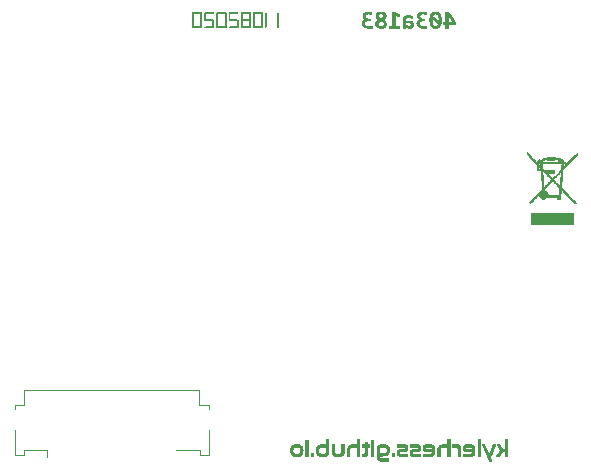
<source format=gbr>
%TF.GenerationSoftware,KiCad,Pcbnew,(5.1.8)-1*%
%TF.CreationDate,2020-11-11T18:37:22-08:00*%
%TF.ProjectId,MicroMotor,4d696372-6f4d-46f7-946f-722e6b696361,rev?*%
%TF.SameCoordinates,Original*%
%TF.FileFunction,Legend,Bot*%
%TF.FilePolarity,Positive*%
%FSLAX46Y46*%
G04 Gerber Fmt 4.6, Leading zero omitted, Abs format (unit mm)*
G04 Created by KiCad (PCBNEW (5.1.8)-1) date 2020-11-11 18:37:22*
%MOMM*%
%LPD*%
G01*
G04 APERTURE LIST*
%ADD10C,0.010000*%
%ADD11C,0.120000*%
G04 APERTURE END LIST*
D10*
%TO.C,G\u002A\u002A\u002A*%
G36*
X128635130Y-71125159D02*
G01*
X128576336Y-71125213D01*
X128520617Y-71125369D01*
X128468790Y-71125617D01*
X128421672Y-71125949D01*
X128380079Y-71126357D01*
X128344828Y-71126830D01*
X128316737Y-71127361D01*
X128296622Y-71127940D01*
X128285300Y-71128558D01*
X128283040Y-71128992D01*
X128285430Y-71134948D01*
X128291742Y-71147164D01*
X128300693Y-71163175D01*
X128302225Y-71165822D01*
X128321410Y-71198820D01*
X128610835Y-71200028D01*
X128672503Y-71200271D01*
X128724829Y-71200431D01*
X128768630Y-71200485D01*
X128804726Y-71200411D01*
X128833932Y-71200187D01*
X128857069Y-71199791D01*
X128874953Y-71199200D01*
X128888402Y-71198393D01*
X128898234Y-71197347D01*
X128905266Y-71196040D01*
X128910318Y-71194450D01*
X128914206Y-71192555D01*
X128915500Y-71191781D01*
X128927130Y-71184766D01*
X128944313Y-71174637D01*
X128963780Y-71163317D01*
X128968418Y-71160643D01*
X128979790Y-71154106D01*
X128989252Y-71148425D01*
X128996240Y-71143539D01*
X129000190Y-71139390D01*
X129000537Y-71135917D01*
X128996718Y-71133060D01*
X128988169Y-71130759D01*
X128974324Y-71128954D01*
X128954622Y-71127585D01*
X128928496Y-71126591D01*
X128895384Y-71125913D01*
X128854720Y-71125491D01*
X128805942Y-71125264D01*
X128748484Y-71125173D01*
X128681784Y-71125158D01*
X128635130Y-71125159D01*
G37*
X128635130Y-71125159D02*
X128576336Y-71125213D01*
X128520617Y-71125369D01*
X128468790Y-71125617D01*
X128421672Y-71125949D01*
X128380079Y-71126357D01*
X128344828Y-71126830D01*
X128316737Y-71127361D01*
X128296622Y-71127940D01*
X128285300Y-71128558D01*
X128283040Y-71128992D01*
X128285430Y-71134948D01*
X128291742Y-71147164D01*
X128300693Y-71163175D01*
X128302225Y-71165822D01*
X128321410Y-71198820D01*
X128610835Y-71200028D01*
X128672503Y-71200271D01*
X128724829Y-71200431D01*
X128768630Y-71200485D01*
X128804726Y-71200411D01*
X128833932Y-71200187D01*
X128857069Y-71199791D01*
X128874953Y-71199200D01*
X128888402Y-71198393D01*
X128898234Y-71197347D01*
X128905266Y-71196040D01*
X128910318Y-71194450D01*
X128914206Y-71192555D01*
X128915500Y-71191781D01*
X128927130Y-71184766D01*
X128944313Y-71174637D01*
X128963780Y-71163317D01*
X128968418Y-71160643D01*
X128979790Y-71154106D01*
X128989252Y-71148425D01*
X128996240Y-71143539D01*
X129000190Y-71139390D01*
X129000537Y-71135917D01*
X128996718Y-71133060D01*
X128988169Y-71130759D01*
X128974324Y-71128954D01*
X128954622Y-71127585D01*
X128928496Y-71126591D01*
X128895384Y-71125913D01*
X128854720Y-71125491D01*
X128805942Y-71125264D01*
X128748484Y-71125173D01*
X128681784Y-71125158D01*
X128635130Y-71125159D01*
G36*
X129747280Y-71126123D02*
G01*
X129679096Y-71126327D01*
X129660277Y-71126395D01*
X129309827Y-71127700D01*
X129351927Y-71201360D01*
X129641714Y-71200911D01*
X129931500Y-71200463D01*
X129984005Y-71169531D01*
X130006039Y-71156467D01*
X130020402Y-71147489D01*
X130028190Y-71141555D01*
X130030503Y-71137619D01*
X130028437Y-71134638D01*
X130023618Y-71131844D01*
X130019334Y-71130490D01*
X130011608Y-71129336D01*
X129999786Y-71128372D01*
X129983211Y-71127588D01*
X129961229Y-71126975D01*
X129933185Y-71126522D01*
X129898424Y-71126221D01*
X129856289Y-71126060D01*
X129806126Y-71126031D01*
X129747280Y-71126123D01*
G37*
X129747280Y-71126123D02*
X129679096Y-71126327D01*
X129660277Y-71126395D01*
X129309827Y-71127700D01*
X129351927Y-71201360D01*
X129641714Y-71200911D01*
X129931500Y-71200463D01*
X129984005Y-71169531D01*
X130006039Y-71156467D01*
X130020402Y-71147489D01*
X130028190Y-71141555D01*
X130030503Y-71137619D01*
X130028437Y-71134638D01*
X130023618Y-71131844D01*
X130019334Y-71130490D01*
X130011608Y-71129336D01*
X129999786Y-71128372D01*
X129983211Y-71127588D01*
X129961229Y-71126975D01*
X129933185Y-71126522D01*
X129898424Y-71126221D01*
X129856289Y-71126060D01*
X129806126Y-71126031D01*
X129747280Y-71126123D01*
G36*
X130633463Y-71125351D02*
G01*
X130577770Y-71125441D01*
X130525969Y-71125604D01*
X130478878Y-71125833D01*
X130437314Y-71126122D01*
X130402094Y-71126466D01*
X130374036Y-71126856D01*
X130353956Y-71127288D01*
X130342673Y-71127754D01*
X130340440Y-71128081D01*
X130342863Y-71133520D01*
X130349296Y-71145372D01*
X130358492Y-71161361D01*
X130361339Y-71166181D01*
X130382238Y-71201360D01*
X130669949Y-71201335D01*
X130957660Y-71201311D01*
X131012266Y-71169762D01*
X131034827Y-71156607D01*
X131049659Y-71147453D01*
X131057883Y-71141315D01*
X131060622Y-71137209D01*
X131058998Y-71134149D01*
X131055446Y-71131866D01*
X131050851Y-71130564D01*
X131041686Y-71129435D01*
X131027368Y-71128469D01*
X131007310Y-71127654D01*
X130980929Y-71126981D01*
X130947640Y-71126440D01*
X130906856Y-71126019D01*
X130857994Y-71125707D01*
X130800469Y-71125496D01*
X130733694Y-71125373D01*
X130692230Y-71125340D01*
X130633463Y-71125351D01*
G37*
X130633463Y-71125351D02*
X130577770Y-71125441D01*
X130525969Y-71125604D01*
X130478878Y-71125833D01*
X130437314Y-71126122D01*
X130402094Y-71126466D01*
X130374036Y-71126856D01*
X130353956Y-71127288D01*
X130342673Y-71127754D01*
X130340440Y-71128081D01*
X130342863Y-71133520D01*
X130349296Y-71145372D01*
X130358492Y-71161361D01*
X130361339Y-71166181D01*
X130382238Y-71201360D01*
X130669949Y-71201335D01*
X130957660Y-71201311D01*
X131012266Y-71169762D01*
X131034827Y-71156607D01*
X131049659Y-71147453D01*
X131057883Y-71141315D01*
X131060622Y-71137209D01*
X131058998Y-71134149D01*
X131055446Y-71131866D01*
X131050851Y-71130564D01*
X131041686Y-71129435D01*
X131027368Y-71128469D01*
X131007310Y-71127654D01*
X130980929Y-71126981D01*
X130947640Y-71126440D01*
X130906856Y-71126019D01*
X130857994Y-71125707D01*
X130800469Y-71125496D01*
X130733694Y-71125373D01*
X130692230Y-71125340D01*
X130633463Y-71125351D01*
G36*
X131366025Y-71125160D02*
G01*
X131379320Y-71146750D01*
X131389250Y-71163537D01*
X131398345Y-71179966D01*
X131400869Y-71184850D01*
X131409122Y-71201360D01*
X131699011Y-71201153D01*
X131988900Y-71200947D01*
X132041621Y-71169811D01*
X132063722Y-71156587D01*
X132078135Y-71147343D01*
X132086022Y-71141065D01*
X132088545Y-71136743D01*
X132086865Y-71133362D01*
X132085100Y-71131917D01*
X132081574Y-71130566D01*
X132074523Y-71129398D01*
X132063306Y-71128402D01*
X132047283Y-71127564D01*
X132025811Y-71126874D01*
X131998249Y-71126320D01*
X131963956Y-71125889D01*
X131922291Y-71125570D01*
X131872613Y-71125350D01*
X131814279Y-71125219D01*
X131746649Y-71125163D01*
X131720942Y-71125159D01*
X131366025Y-71125160D01*
G37*
X131366025Y-71125160D02*
X131379320Y-71146750D01*
X131389250Y-71163537D01*
X131398345Y-71179966D01*
X131400869Y-71184850D01*
X131409122Y-71201360D01*
X131699011Y-71201153D01*
X131988900Y-71200947D01*
X132041621Y-71169811D01*
X132063722Y-71156587D01*
X132078135Y-71147343D01*
X132086022Y-71141065D01*
X132088545Y-71136743D01*
X132086865Y-71133362D01*
X132085100Y-71131917D01*
X132081574Y-71130566D01*
X132074523Y-71129398D01*
X132063306Y-71128402D01*
X132047283Y-71127564D01*
X132025811Y-71126874D01*
X131998249Y-71126320D01*
X131963956Y-71125889D01*
X131922291Y-71125570D01*
X131872613Y-71125350D01*
X131814279Y-71125219D01*
X131746649Y-71125163D01*
X131720942Y-71125159D01*
X131366025Y-71125160D01*
G36*
X132690458Y-71125367D02*
G01*
X132634824Y-71125505D01*
X132583117Y-71125745D01*
X132536149Y-71126076D01*
X132494732Y-71126491D01*
X132459676Y-71126981D01*
X132431794Y-71127535D01*
X132411897Y-71128145D01*
X132400797Y-71128801D01*
X132398687Y-71129270D01*
X132401930Y-71135346D01*
X132408979Y-71147703D01*
X132418437Y-71163899D01*
X132420486Y-71167370D01*
X132440592Y-71201360D01*
X132730366Y-71200911D01*
X133020140Y-71200463D01*
X133072608Y-71169553D01*
X133094603Y-71156485D01*
X133108922Y-71147470D01*
X133116685Y-71141477D01*
X133119011Y-71137472D01*
X133117019Y-71134425D01*
X133113248Y-71132081D01*
X133108879Y-71130749D01*
X133100494Y-71129595D01*
X133087474Y-71128608D01*
X133069199Y-71127777D01*
X133045047Y-71127089D01*
X133014399Y-71126533D01*
X132976635Y-71126098D01*
X132931134Y-71125772D01*
X132877276Y-71125544D01*
X132814440Y-71125403D01*
X132749207Y-71125340D01*
X132690458Y-71125367D01*
G37*
X132690458Y-71125367D02*
X132634824Y-71125505D01*
X132583117Y-71125745D01*
X132536149Y-71126076D01*
X132494732Y-71126491D01*
X132459676Y-71126981D01*
X132431794Y-71127535D01*
X132411897Y-71128145D01*
X132400797Y-71128801D01*
X132398687Y-71129270D01*
X132401930Y-71135346D01*
X132408979Y-71147703D01*
X132418437Y-71163899D01*
X132420486Y-71167370D01*
X132440592Y-71201360D01*
X132730366Y-71200911D01*
X133020140Y-71200463D01*
X133072608Y-71169553D01*
X133094603Y-71156485D01*
X133108922Y-71147470D01*
X133116685Y-71141477D01*
X133119011Y-71137472D01*
X133117019Y-71134425D01*
X133113248Y-71132081D01*
X133108879Y-71130749D01*
X133100494Y-71129595D01*
X133087474Y-71128608D01*
X133069199Y-71127777D01*
X133045047Y-71127089D01*
X133014399Y-71126533D01*
X132976635Y-71126098D01*
X132931134Y-71125772D01*
X132877276Y-71125544D01*
X132814440Y-71125403D01*
X132749207Y-71125340D01*
X132690458Y-71125367D01*
G36*
X133720723Y-71125209D02*
G01*
X133665161Y-71125352D01*
X133613495Y-71125581D01*
X133566544Y-71125887D01*
X133525126Y-71126263D01*
X133490062Y-71126699D01*
X133462170Y-71127187D01*
X133442269Y-71127720D01*
X133431177Y-71128290D01*
X133429080Y-71128674D01*
X133431508Y-71134412D01*
X133437947Y-71146485D01*
X133447131Y-71162546D01*
X133449627Y-71166774D01*
X133470174Y-71201360D01*
X133758237Y-71201296D01*
X134046300Y-71201233D01*
X134101092Y-71169174D01*
X134123680Y-71155868D01*
X134138553Y-71146657D01*
X134146792Y-71140555D01*
X134149480Y-71136575D01*
X134147698Y-71133730D01*
X134142763Y-71131138D01*
X134137010Y-71129875D01*
X134125353Y-71128781D01*
X134107308Y-71127848D01*
X134082390Y-71127069D01*
X134050114Y-71126435D01*
X134009994Y-71125938D01*
X133961546Y-71125570D01*
X133904285Y-71125323D01*
X133837725Y-71125190D01*
X133779361Y-71125160D01*
X133720723Y-71125209D01*
G37*
X133720723Y-71125209D02*
X133665161Y-71125352D01*
X133613495Y-71125581D01*
X133566544Y-71125887D01*
X133525126Y-71126263D01*
X133490062Y-71126699D01*
X133462170Y-71127187D01*
X133442269Y-71127720D01*
X133431177Y-71128290D01*
X133429080Y-71128674D01*
X133431508Y-71134412D01*
X133437947Y-71146485D01*
X133447131Y-71162546D01*
X133449627Y-71166774D01*
X133470174Y-71201360D01*
X133758237Y-71201296D01*
X134046300Y-71201233D01*
X134101092Y-71169174D01*
X134123680Y-71155868D01*
X134138553Y-71146657D01*
X134146792Y-71140555D01*
X134149480Y-71136575D01*
X134147698Y-71133730D01*
X134142763Y-71131138D01*
X134137010Y-71129875D01*
X134125353Y-71128781D01*
X134107308Y-71127848D01*
X134082390Y-71127069D01*
X134050114Y-71126435D01*
X134009994Y-71125938D01*
X133961546Y-71125570D01*
X133904285Y-71125323D01*
X133837725Y-71125190D01*
X133779361Y-71125160D01*
X133720723Y-71125209D01*
G36*
X129017564Y-71163081D02*
G01*
X129005940Y-71169361D01*
X128989967Y-71178356D01*
X128984527Y-71181479D01*
X128948520Y-71202238D01*
X128948520Y-71461365D01*
X128948544Y-71519783D01*
X128948633Y-71568902D01*
X128948815Y-71609584D01*
X128949117Y-71642690D01*
X128949566Y-71669081D01*
X128950191Y-71689619D01*
X128951018Y-71705166D01*
X128952075Y-71716581D01*
X128953389Y-71724728D01*
X128954987Y-71730467D01*
X128956898Y-71734659D01*
X128957236Y-71735246D01*
X128964557Y-71745143D01*
X128970752Y-71749545D01*
X128971206Y-71749558D01*
X128978104Y-71746736D01*
X128990339Y-71739929D01*
X129000590Y-71733586D01*
X129024720Y-71718057D01*
X129024720Y-71439388D01*
X129024683Y-71387239D01*
X129024577Y-71338266D01*
X129024408Y-71293388D01*
X129024183Y-71253522D01*
X129023910Y-71219586D01*
X129023595Y-71192500D01*
X129023245Y-71173182D01*
X129022866Y-71162548D01*
X129022627Y-71160720D01*
X129017564Y-71163081D01*
G37*
X129017564Y-71163081D02*
X129005940Y-71169361D01*
X128989967Y-71178356D01*
X128984527Y-71181479D01*
X128948520Y-71202238D01*
X128948520Y-71461365D01*
X128948544Y-71519783D01*
X128948633Y-71568902D01*
X128948815Y-71609584D01*
X128949117Y-71642690D01*
X128949566Y-71669081D01*
X128950191Y-71689619D01*
X128951018Y-71705166D01*
X128952075Y-71716581D01*
X128953389Y-71724728D01*
X128954987Y-71730467D01*
X128956898Y-71734659D01*
X128957236Y-71735246D01*
X128964557Y-71745143D01*
X128970752Y-71749545D01*
X128971206Y-71749558D01*
X128978104Y-71746736D01*
X128990339Y-71739929D01*
X129000590Y-71733586D01*
X129024720Y-71718057D01*
X129024720Y-71439388D01*
X129024683Y-71387239D01*
X129024577Y-71338266D01*
X129024408Y-71293388D01*
X129024183Y-71253522D01*
X129023910Y-71219586D01*
X129023595Y-71192500D01*
X129023245Y-71173182D01*
X129022866Y-71162548D01*
X129022627Y-71160720D01*
X129017564Y-71163081D01*
G36*
X131045290Y-71180370D02*
G01*
X131008460Y-71200795D01*
X131007074Y-71456347D01*
X131006785Y-71514506D01*
X131006617Y-71563387D01*
X131006593Y-71603872D01*
X131006737Y-71636841D01*
X131007070Y-71663178D01*
X131007616Y-71683762D01*
X131008397Y-71699476D01*
X131009437Y-71711202D01*
X131010758Y-71719820D01*
X131012384Y-71726213D01*
X131014196Y-71730950D01*
X131020742Y-71742774D01*
X131026787Y-71749225D01*
X131028282Y-71749646D01*
X131035389Y-71746893D01*
X131047796Y-71740176D01*
X131057990Y-71733976D01*
X131082120Y-71718660D01*
X131082120Y-71159944D01*
X131045290Y-71180370D01*
G37*
X131045290Y-71180370D02*
X131008460Y-71200795D01*
X131007074Y-71456347D01*
X131006785Y-71514506D01*
X131006617Y-71563387D01*
X131006593Y-71603872D01*
X131006737Y-71636841D01*
X131007070Y-71663178D01*
X131007616Y-71683762D01*
X131008397Y-71699476D01*
X131009437Y-71711202D01*
X131010758Y-71719820D01*
X131012384Y-71726213D01*
X131014196Y-71730950D01*
X131020742Y-71742774D01*
X131026787Y-71749225D01*
X131028282Y-71749646D01*
X131035389Y-71746893D01*
X131047796Y-71740176D01*
X131057990Y-71733976D01*
X131082120Y-71718660D01*
X131082120Y-71159944D01*
X131045290Y-71180370D01*
G36*
X133122979Y-71169900D02*
G01*
X133107283Y-71178329D01*
X133100150Y-71182381D01*
X133063320Y-71203446D01*
X133063320Y-71459613D01*
X133063331Y-71517224D01*
X133063385Y-71565558D01*
X133063517Y-71605497D01*
X133063760Y-71637923D01*
X133064150Y-71663720D01*
X133064720Y-71683769D01*
X133065504Y-71698954D01*
X133066537Y-71710157D01*
X133067853Y-71718260D01*
X133069485Y-71724145D01*
X133071468Y-71728697D01*
X133073837Y-71732796D01*
X133073895Y-71732890D01*
X133081371Y-71743695D01*
X133086947Y-71749502D01*
X133087865Y-71749828D01*
X133093679Y-71747278D01*
X133105377Y-71740822D01*
X133117930Y-71733364D01*
X133144600Y-71717071D01*
X133144243Y-71447785D01*
X133144112Y-71396210D01*
X133143865Y-71347557D01*
X133143517Y-71302800D01*
X133143081Y-71262913D01*
X133142570Y-71228871D01*
X133141998Y-71201647D01*
X133141377Y-71182217D01*
X133140722Y-71171553D01*
X133140433Y-71169907D01*
X133137716Y-71166258D01*
X133132511Y-71166065D01*
X133122979Y-71169900D01*
G37*
X133122979Y-71169900D02*
X133107283Y-71178329D01*
X133100150Y-71182381D01*
X133063320Y-71203446D01*
X133063320Y-71459613D01*
X133063331Y-71517224D01*
X133063385Y-71565558D01*
X133063517Y-71605497D01*
X133063760Y-71637923D01*
X133064150Y-71663720D01*
X133064720Y-71683769D01*
X133065504Y-71698954D01*
X133066537Y-71710157D01*
X133067853Y-71718260D01*
X133069485Y-71724145D01*
X133071468Y-71728697D01*
X133073837Y-71732796D01*
X133073895Y-71732890D01*
X133081371Y-71743695D01*
X133086947Y-71749502D01*
X133087865Y-71749828D01*
X133093679Y-71747278D01*
X133105377Y-71740822D01*
X133117930Y-71733364D01*
X133144600Y-71717071D01*
X133144243Y-71447785D01*
X133144112Y-71396210D01*
X133143865Y-71347557D01*
X133143517Y-71302800D01*
X133143081Y-71262913D01*
X133142570Y-71228871D01*
X133141998Y-71201647D01*
X133141377Y-71182217D01*
X133140722Y-71171553D01*
X133140433Y-71169907D01*
X133137716Y-71166258D01*
X133132511Y-71166065D01*
X133122979Y-71169900D01*
G36*
X134160982Y-71164734D02*
G01*
X134148636Y-71171584D01*
X134132354Y-71180758D01*
X134128850Y-71182747D01*
X134094560Y-71202234D01*
X134094560Y-71460465D01*
X134094583Y-71518719D01*
X134094669Y-71567681D01*
X134094847Y-71608219D01*
X134095144Y-71641201D01*
X134095590Y-71667495D01*
X134096212Y-71687969D01*
X134097039Y-71703490D01*
X134098098Y-71714928D01*
X134099418Y-71723149D01*
X134101027Y-71729021D01*
X134102954Y-71733413D01*
X134103450Y-71734316D01*
X134110665Y-71744631D01*
X134116757Y-71749542D01*
X134117420Y-71749614D01*
X134124235Y-71746887D01*
X134136430Y-71740201D01*
X134146630Y-71733976D01*
X134170760Y-71718660D01*
X134170760Y-71439267D01*
X134170693Y-71387112D01*
X134170500Y-71338183D01*
X134170194Y-71293390D01*
X134169787Y-71253642D01*
X134169291Y-71219849D01*
X134168719Y-71192921D01*
X134168084Y-71173767D01*
X134167398Y-71163297D01*
X134166950Y-71161566D01*
X134160982Y-71164734D01*
G37*
X134160982Y-71164734D02*
X134148636Y-71171584D01*
X134132354Y-71180758D01*
X134128850Y-71182747D01*
X134094560Y-71202234D01*
X134094560Y-71460465D01*
X134094583Y-71518719D01*
X134094669Y-71567681D01*
X134094847Y-71608219D01*
X134095144Y-71641201D01*
X134095590Y-71667495D01*
X134096212Y-71687969D01*
X134097039Y-71703490D01*
X134098098Y-71714928D01*
X134099418Y-71723149D01*
X134101027Y-71729021D01*
X134102954Y-71733413D01*
X134103450Y-71734316D01*
X134110665Y-71744631D01*
X134116757Y-71749542D01*
X134117420Y-71749614D01*
X134124235Y-71746887D01*
X134136430Y-71740201D01*
X134146630Y-71733976D01*
X134170760Y-71718660D01*
X134170760Y-71439267D01*
X134170693Y-71387112D01*
X134170500Y-71338183D01*
X134170194Y-71293390D01*
X134169787Y-71253642D01*
X134169291Y-71219849D01*
X134168719Y-71192921D01*
X134168084Y-71173767D01*
X134167398Y-71163297D01*
X134166950Y-71161566D01*
X134160982Y-71164734D01*
G36*
X128254312Y-71151712D02*
G01*
X128254239Y-71151784D01*
X128252776Y-71154807D01*
X128251545Y-71161179D01*
X128250534Y-71171608D01*
X128249730Y-71186802D01*
X128249121Y-71207468D01*
X128248693Y-71234314D01*
X128248433Y-71268046D01*
X128248331Y-71309374D01*
X128248371Y-71359004D01*
X128248542Y-71417643D01*
X128248710Y-71459176D01*
X128250020Y-71759729D01*
X128286773Y-71738354D01*
X128323526Y-71716980D01*
X128323680Y-71253118D01*
X128292379Y-71199031D01*
X128278937Y-71176239D01*
X128269339Y-71161263D01*
X128262656Y-71152951D01*
X128257957Y-71150151D01*
X128254312Y-71151712D01*
G37*
X128254312Y-71151712D02*
X128254239Y-71151784D01*
X128252776Y-71154807D01*
X128251545Y-71161179D01*
X128250534Y-71171608D01*
X128249730Y-71186802D01*
X128249121Y-71207468D01*
X128248693Y-71234314D01*
X128248433Y-71268046D01*
X128248331Y-71309374D01*
X128248371Y-71359004D01*
X128248542Y-71417643D01*
X128248710Y-71459176D01*
X128250020Y-71759729D01*
X128286773Y-71738354D01*
X128323526Y-71716980D01*
X128323680Y-71253118D01*
X128292379Y-71199031D01*
X128278937Y-71176239D01*
X128269339Y-71161263D01*
X128262656Y-71152951D01*
X128257957Y-71150151D01*
X128254312Y-71151712D01*
G36*
X129285145Y-71146659D02*
G01*
X129282605Y-71150487D01*
X129280456Y-71157813D01*
X129278669Y-71169328D01*
X129277211Y-71185724D01*
X129276053Y-71207691D01*
X129275162Y-71235921D01*
X129274509Y-71271104D01*
X129274061Y-71313932D01*
X129273789Y-71365095D01*
X129273661Y-71425286D01*
X129273640Y-71468818D01*
X129273705Y-71522152D01*
X129273890Y-71572317D01*
X129274185Y-71618414D01*
X129274578Y-71659549D01*
X129275056Y-71694826D01*
X129275609Y-71723347D01*
X129276223Y-71744219D01*
X129276889Y-71756543D01*
X129277450Y-71759647D01*
X129283342Y-71757037D01*
X129295687Y-71750536D01*
X129312165Y-71741381D01*
X129317994Y-71738057D01*
X129354728Y-71716980D01*
X129354824Y-71486893D01*
X129354920Y-71256807D01*
X129323170Y-71201302D01*
X129310899Y-71180271D01*
X129300286Y-71162870D01*
X129292394Y-71150785D01*
X129288283Y-71145698D01*
X129288107Y-71145639D01*
X129285145Y-71146659D01*
G37*
X129285145Y-71146659D02*
X129282605Y-71150487D01*
X129280456Y-71157813D01*
X129278669Y-71169328D01*
X129277211Y-71185724D01*
X129276053Y-71207691D01*
X129275162Y-71235921D01*
X129274509Y-71271104D01*
X129274061Y-71313932D01*
X129273789Y-71365095D01*
X129273661Y-71425286D01*
X129273640Y-71468818D01*
X129273705Y-71522152D01*
X129273890Y-71572317D01*
X129274185Y-71618414D01*
X129274578Y-71659549D01*
X129275056Y-71694826D01*
X129275609Y-71723347D01*
X129276223Y-71744219D01*
X129276889Y-71756543D01*
X129277450Y-71759647D01*
X129283342Y-71757037D01*
X129295687Y-71750536D01*
X129312165Y-71741381D01*
X129317994Y-71738057D01*
X129354728Y-71716980D01*
X129354824Y-71486893D01*
X129354920Y-71256807D01*
X129323170Y-71201302D01*
X129310899Y-71180271D01*
X129300286Y-71162870D01*
X129292394Y-71150785D01*
X129288283Y-71145698D01*
X129288107Y-71145639D01*
X129285145Y-71146659D01*
G36*
X130313406Y-71151255D02*
G01*
X130311761Y-71153251D01*
X130310273Y-71156916D01*
X130309005Y-71163999D01*
X130307942Y-71175210D01*
X130307067Y-71191261D01*
X130306365Y-71212863D01*
X130305820Y-71240726D01*
X130305415Y-71275563D01*
X130305136Y-71318083D01*
X130304966Y-71368998D01*
X130304889Y-71429020D01*
X130304880Y-71461410D01*
X130304903Y-71515456D01*
X130304967Y-71566357D01*
X130305070Y-71613227D01*
X130305206Y-71655178D01*
X130305372Y-71691324D01*
X130305565Y-71720778D01*
X130305779Y-71742653D01*
X130306011Y-71756062D01*
X130306235Y-71760160D01*
X130310917Y-71757768D01*
X130322219Y-71751396D01*
X130338021Y-71742244D01*
X130344287Y-71738570D01*
X130380985Y-71716980D01*
X130380895Y-71249620D01*
X130349769Y-71196730D01*
X130336576Y-71174591D01*
X130327361Y-71160137D01*
X130321105Y-71152204D01*
X130316792Y-71149632D01*
X130313406Y-71151255D01*
G37*
X130313406Y-71151255D02*
X130311761Y-71153251D01*
X130310273Y-71156916D01*
X130309005Y-71163999D01*
X130307942Y-71175210D01*
X130307067Y-71191261D01*
X130306365Y-71212863D01*
X130305820Y-71240726D01*
X130305415Y-71275563D01*
X130305136Y-71318083D01*
X130304966Y-71368998D01*
X130304889Y-71429020D01*
X130304880Y-71461410D01*
X130304903Y-71515456D01*
X130304967Y-71566357D01*
X130305070Y-71613227D01*
X130305206Y-71655178D01*
X130305372Y-71691324D01*
X130305565Y-71720778D01*
X130305779Y-71742653D01*
X130306011Y-71756062D01*
X130306235Y-71760160D01*
X130310917Y-71757768D01*
X130322219Y-71751396D01*
X130338021Y-71742244D01*
X130344287Y-71738570D01*
X130380985Y-71716980D01*
X130380895Y-71249620D01*
X130349769Y-71196730D01*
X130336576Y-71174591D01*
X130327361Y-71160137D01*
X130321105Y-71152204D01*
X130316792Y-71149632D01*
X130313406Y-71151255D01*
G36*
X131341271Y-71149753D02*
G01*
X131338623Y-71156910D01*
X131338141Y-71163971D01*
X131337733Y-71180254D01*
X131337403Y-71204819D01*
X131337156Y-71236728D01*
X131336995Y-71275043D01*
X131336926Y-71318824D01*
X131336952Y-71367133D01*
X131337077Y-71419031D01*
X131337257Y-71463633D01*
X131338660Y-71758926D01*
X131412206Y-71716980D01*
X131412320Y-71255010D01*
X131380974Y-71200245D01*
X131368712Y-71179368D01*
X131358009Y-71162158D01*
X131349959Y-71150307D01*
X131345661Y-71145508D01*
X131345511Y-71145480D01*
X131341271Y-71149753D01*
G37*
X131341271Y-71149753D02*
X131338623Y-71156910D01*
X131338141Y-71163971D01*
X131337733Y-71180254D01*
X131337403Y-71204819D01*
X131337156Y-71236728D01*
X131336995Y-71275043D01*
X131336926Y-71318824D01*
X131336952Y-71367133D01*
X131337077Y-71419031D01*
X131337257Y-71463633D01*
X131338660Y-71758926D01*
X131412206Y-71716980D01*
X131412320Y-71255010D01*
X131380974Y-71200245D01*
X131368712Y-71179368D01*
X131358009Y-71162158D01*
X131349959Y-71150307D01*
X131345661Y-71145508D01*
X131345511Y-71145480D01*
X131341271Y-71149753D01*
G36*
X132371803Y-71149698D02*
G01*
X132369548Y-71155836D01*
X132367666Y-71166391D01*
X132366126Y-71182021D01*
X132364896Y-71203384D01*
X132363946Y-71231138D01*
X132363243Y-71265942D01*
X132362757Y-71308453D01*
X132362456Y-71359329D01*
X132362309Y-71419228D01*
X132362280Y-71468818D01*
X132362345Y-71522158D01*
X132362531Y-71572331D01*
X132362825Y-71618441D01*
X132363218Y-71659592D01*
X132363696Y-71694886D01*
X132364249Y-71723427D01*
X132364864Y-71744319D01*
X132365529Y-71756665D01*
X132366090Y-71759787D01*
X132371941Y-71757152D01*
X132384126Y-71750480D01*
X132400325Y-71741054D01*
X132405460Y-71737978D01*
X132441020Y-71716542D01*
X132442342Y-71486586D01*
X132443664Y-71256629D01*
X132412676Y-71203612D01*
X132400342Y-71182865D01*
X132389617Y-71165482D01*
X132381646Y-71153273D01*
X132377573Y-71148052D01*
X132377559Y-71148043D01*
X132374463Y-71147320D01*
X132371803Y-71149698D01*
G37*
X132371803Y-71149698D02*
X132369548Y-71155836D01*
X132367666Y-71166391D01*
X132366126Y-71182021D01*
X132364896Y-71203384D01*
X132363946Y-71231138D01*
X132363243Y-71265942D01*
X132362757Y-71308453D01*
X132362456Y-71359329D01*
X132362309Y-71419228D01*
X132362280Y-71468818D01*
X132362345Y-71522158D01*
X132362531Y-71572331D01*
X132362825Y-71618441D01*
X132363218Y-71659592D01*
X132363696Y-71694886D01*
X132364249Y-71723427D01*
X132364864Y-71744319D01*
X132365529Y-71756665D01*
X132366090Y-71759787D01*
X132371941Y-71757152D01*
X132384126Y-71750480D01*
X132400325Y-71741054D01*
X132405460Y-71737978D01*
X132441020Y-71716542D01*
X132442342Y-71486586D01*
X132443664Y-71256629D01*
X132412676Y-71203612D01*
X132400342Y-71182865D01*
X132389617Y-71165482D01*
X132381646Y-71153273D01*
X132377573Y-71148052D01*
X132377559Y-71148043D01*
X132374463Y-71147320D01*
X132371803Y-71149698D01*
G36*
X133401848Y-71151526D02*
G01*
X133400286Y-71153408D01*
X133398818Y-71157157D01*
X133397566Y-71164540D01*
X133396516Y-71176256D01*
X133395653Y-71193005D01*
X133394960Y-71215484D01*
X133394423Y-71244393D01*
X133394027Y-71280430D01*
X133393755Y-71324294D01*
X133393593Y-71376683D01*
X133393525Y-71438296D01*
X133393520Y-71461410D01*
X133393541Y-71515453D01*
X133393602Y-71566348D01*
X133393698Y-71613210D01*
X133393826Y-71655151D01*
X133393982Y-71691285D01*
X133394162Y-71720726D01*
X133394363Y-71742588D01*
X133394581Y-71755983D01*
X133394790Y-71760067D01*
X133399440Y-71757645D01*
X133410727Y-71751268D01*
X133426536Y-71742140D01*
X133432813Y-71738477D01*
X133469566Y-71716980D01*
X133469643Y-71484175D01*
X133469720Y-71251371D01*
X133438386Y-71197763D01*
X133425157Y-71175417D01*
X133415885Y-71160781D01*
X133409574Y-71152694D01*
X133405227Y-71149996D01*
X133401848Y-71151526D01*
G37*
X133401848Y-71151526D02*
X133400286Y-71153408D01*
X133398818Y-71157157D01*
X133397566Y-71164540D01*
X133396516Y-71176256D01*
X133395653Y-71193005D01*
X133394960Y-71215484D01*
X133394423Y-71244393D01*
X133394027Y-71280430D01*
X133393755Y-71324294D01*
X133393593Y-71376683D01*
X133393525Y-71438296D01*
X133393520Y-71461410D01*
X133393541Y-71515453D01*
X133393602Y-71566348D01*
X133393698Y-71613210D01*
X133393826Y-71655151D01*
X133393982Y-71691285D01*
X133394162Y-71720726D01*
X133394363Y-71742588D01*
X133394581Y-71755983D01*
X133394790Y-71760067D01*
X133399440Y-71757645D01*
X133410727Y-71751268D01*
X133426536Y-71742140D01*
X133432813Y-71738477D01*
X133469566Y-71716980D01*
X133469643Y-71484175D01*
X133469720Y-71251371D01*
X133438386Y-71197763D01*
X133425157Y-71175417D01*
X133415885Y-71160781D01*
X133409574Y-71152694D01*
X133405227Y-71149996D01*
X133401848Y-71151526D01*
G36*
X134432453Y-71146196D02*
G01*
X134431110Y-71147593D01*
X134430435Y-71153114D01*
X134429735Y-71167650D01*
X134429022Y-71190133D01*
X134428306Y-71219495D01*
X134427598Y-71254671D01*
X134426910Y-71294592D01*
X134426253Y-71338192D01*
X134425637Y-71384403D01*
X134425074Y-71432158D01*
X134424575Y-71480390D01*
X134424151Y-71528033D01*
X134423813Y-71574018D01*
X134423572Y-71617278D01*
X134423439Y-71656748D01*
X134423425Y-71691358D01*
X134423541Y-71720043D01*
X134423799Y-71741735D01*
X134424209Y-71755367D01*
X134424760Y-71759879D01*
X134430025Y-71757366D01*
X134441829Y-71750921D01*
X134457956Y-71741764D01*
X134463965Y-71738288D01*
X134500630Y-71716980D01*
X134500795Y-71486159D01*
X134500960Y-71255339D01*
X134469818Y-71201679D01*
X134456057Y-71177967D01*
X134446526Y-71161740D01*
X134440312Y-71151726D01*
X134436504Y-71146647D01*
X134434189Y-71145229D01*
X134432453Y-71146196D01*
G37*
X134432453Y-71146196D02*
X134431110Y-71147593D01*
X134430435Y-71153114D01*
X134429735Y-71167650D01*
X134429022Y-71190133D01*
X134428306Y-71219495D01*
X134427598Y-71254671D01*
X134426910Y-71294592D01*
X134426253Y-71338192D01*
X134425637Y-71384403D01*
X134425074Y-71432158D01*
X134424575Y-71480390D01*
X134424151Y-71528033D01*
X134423813Y-71574018D01*
X134423572Y-71617278D01*
X134423439Y-71656748D01*
X134423425Y-71691358D01*
X134423541Y-71720043D01*
X134423799Y-71741735D01*
X134424209Y-71755367D01*
X134424760Y-71759879D01*
X134430025Y-71757366D01*
X134441829Y-71750921D01*
X134457956Y-71741764D01*
X134463965Y-71738288D01*
X134500630Y-71716980D01*
X134500795Y-71486159D01*
X134500960Y-71255339D01*
X134469818Y-71201679D01*
X134456057Y-71177967D01*
X134446526Y-71161740D01*
X134440312Y-71151726D01*
X134436504Y-71146647D01*
X134434189Y-71145229D01*
X134432453Y-71146196D01*
G36*
X135460732Y-71149132D02*
G01*
X135457699Y-71153953D01*
X135456209Y-71157630D01*
X135455260Y-71164989D01*
X135454395Y-71181140D01*
X135453617Y-71205008D01*
X135452927Y-71235517D01*
X135452330Y-71271591D01*
X135451828Y-71312157D01*
X135451423Y-71356138D01*
X135451117Y-71402460D01*
X135450915Y-71450047D01*
X135450817Y-71497824D01*
X135450828Y-71544715D01*
X135450948Y-71589646D01*
X135451182Y-71631541D01*
X135451532Y-71669324D01*
X135452000Y-71701922D01*
X135452589Y-71728258D01*
X135453302Y-71747257D01*
X135454141Y-71757844D01*
X135454730Y-71759712D01*
X135460576Y-71757034D01*
X135472750Y-71750311D01*
X135488937Y-71740836D01*
X135494100Y-71737728D01*
X135529660Y-71716191D01*
X135530982Y-71487090D01*
X135532304Y-71257988D01*
X135503506Y-71208084D01*
X135488433Y-71182192D01*
X135477470Y-71164259D01*
X135469766Y-71153377D01*
X135464471Y-71148637D01*
X135460732Y-71149132D01*
G37*
X135460732Y-71149132D02*
X135457699Y-71153953D01*
X135456209Y-71157630D01*
X135455260Y-71164989D01*
X135454395Y-71181140D01*
X135453617Y-71205008D01*
X135452927Y-71235517D01*
X135452330Y-71271591D01*
X135451828Y-71312157D01*
X135451423Y-71356138D01*
X135451117Y-71402460D01*
X135450915Y-71450047D01*
X135450817Y-71497824D01*
X135450828Y-71544715D01*
X135450948Y-71589646D01*
X135451182Y-71631541D01*
X135451532Y-71669324D01*
X135452000Y-71701922D01*
X135452589Y-71728258D01*
X135453302Y-71747257D01*
X135454141Y-71757844D01*
X135454730Y-71759712D01*
X135460576Y-71757034D01*
X135472750Y-71750311D01*
X135488937Y-71740836D01*
X135494100Y-71737728D01*
X135529660Y-71716191D01*
X135530982Y-71487090D01*
X135532304Y-71257988D01*
X135503506Y-71208084D01*
X135488433Y-71182192D01*
X135477470Y-71164259D01*
X135469766Y-71153377D01*
X135464471Y-71148637D01*
X135460732Y-71149132D01*
G36*
X129676167Y-71714487D02*
G01*
X129408260Y-71714535D01*
X129381416Y-71729930D01*
X129365370Y-71740426D01*
X129358169Y-71748325D01*
X129358198Y-71751472D01*
X129363016Y-71759414D01*
X129370725Y-71771915D01*
X129373677Y-71776670D01*
X129385528Y-71795720D01*
X129921340Y-71795624D01*
X129948185Y-71780229D01*
X129964231Y-71769733D01*
X129971432Y-71761834D01*
X129971403Y-71758687D01*
X129966585Y-71750745D01*
X129958876Y-71738244D01*
X129955924Y-71733490D01*
X129944073Y-71714440D01*
X129676167Y-71714487D01*
G37*
X129676167Y-71714487D02*
X129408260Y-71714535D01*
X129381416Y-71729930D01*
X129365370Y-71740426D01*
X129358169Y-71748325D01*
X129358198Y-71751472D01*
X129363016Y-71759414D01*
X129370725Y-71771915D01*
X129373677Y-71776670D01*
X129385528Y-71795720D01*
X129921340Y-71795624D01*
X129948185Y-71780229D01*
X129964231Y-71769733D01*
X129971432Y-71761834D01*
X129971403Y-71758687D01*
X129966585Y-71750745D01*
X129958876Y-71738244D01*
X129955924Y-71733490D01*
X129944073Y-71714440D01*
X129676167Y-71714487D01*
G36*
X131439813Y-71729935D02*
G01*
X131412729Y-71745431D01*
X131428201Y-71770575D01*
X131443672Y-71795720D01*
X131713746Y-71795453D01*
X131776099Y-71795340D01*
X131828988Y-71795124D01*
X131873108Y-71794788D01*
X131909156Y-71794314D01*
X131937827Y-71793686D01*
X131959816Y-71792887D01*
X131975819Y-71791900D01*
X131986533Y-71790708D01*
X131992651Y-71789294D01*
X131993980Y-71788655D01*
X132005847Y-71781160D01*
X132018277Y-71773456D01*
X132032413Y-71764788D01*
X132018277Y-71739619D01*
X132004140Y-71714450D01*
X131735519Y-71714445D01*
X131466897Y-71714440D01*
X131439813Y-71729935D01*
G37*
X131439813Y-71729935D02*
X131412729Y-71745431D01*
X131428201Y-71770575D01*
X131443672Y-71795720D01*
X131713746Y-71795453D01*
X131776099Y-71795340D01*
X131828988Y-71795124D01*
X131873108Y-71794788D01*
X131909156Y-71794314D01*
X131937827Y-71793686D01*
X131959816Y-71792887D01*
X131975819Y-71791900D01*
X131986533Y-71790708D01*
X131992651Y-71789294D01*
X131993980Y-71788655D01*
X132005847Y-71781160D01*
X132018277Y-71773456D01*
X132032413Y-71764788D01*
X132018277Y-71739619D01*
X132004140Y-71714450D01*
X131735519Y-71714445D01*
X131466897Y-71714440D01*
X131439813Y-71729935D01*
G36*
X132706976Y-71714449D02*
G01*
X132657363Y-71714499D01*
X132616157Y-71714623D01*
X132582484Y-71714853D01*
X132555469Y-71715222D01*
X132534234Y-71715763D01*
X132517904Y-71716509D01*
X132505604Y-71717491D01*
X132496457Y-71718744D01*
X132489588Y-71720299D01*
X132484121Y-71722190D01*
X132479181Y-71724449D01*
X132477648Y-71725214D01*
X132459984Y-71734429D01*
X132450345Y-71741477D01*
X132447679Y-71748750D01*
X132450934Y-71758646D01*
X132457569Y-71770904D01*
X132471500Y-71795709D01*
X132740740Y-71795667D01*
X133009980Y-71795624D01*
X133036825Y-71780229D01*
X133052871Y-71769733D01*
X133060072Y-71761834D01*
X133060043Y-71758687D01*
X133055225Y-71750745D01*
X133047516Y-71738244D01*
X133044564Y-71733490D01*
X133032713Y-71714440D01*
X132765874Y-71714440D01*
X132706976Y-71714449D01*
G37*
X132706976Y-71714449D02*
X132657363Y-71714499D01*
X132616157Y-71714623D01*
X132582484Y-71714853D01*
X132555469Y-71715222D01*
X132534234Y-71715763D01*
X132517904Y-71716509D01*
X132505604Y-71717491D01*
X132496457Y-71718744D01*
X132489588Y-71720299D01*
X132484121Y-71722190D01*
X132479181Y-71724449D01*
X132477648Y-71725214D01*
X132459984Y-71734429D01*
X132450345Y-71741477D01*
X132447679Y-71748750D01*
X132450934Y-71758646D01*
X132457569Y-71770904D01*
X132471500Y-71795709D01*
X132740740Y-71795667D01*
X133009980Y-71795624D01*
X133036825Y-71780229D01*
X133052871Y-71769733D01*
X133060072Y-71761834D01*
X133060043Y-71758687D01*
X133055225Y-71750745D01*
X133047516Y-71738244D01*
X133044564Y-71733490D01*
X133032713Y-71714440D01*
X132765874Y-71714440D01*
X132706976Y-71714449D01*
G36*
X128296284Y-71762637D02*
G01*
X128284384Y-71769052D01*
X128272957Y-71775835D01*
X128247480Y-71791511D01*
X128247480Y-72070475D01*
X128247503Y-72122648D01*
X128247567Y-72171642D01*
X128247670Y-72216539D01*
X128247806Y-72256422D01*
X128247972Y-72290374D01*
X128248163Y-72317479D01*
X128248375Y-72336817D01*
X128248604Y-72347473D01*
X128248750Y-72349318D01*
X128253447Y-72346962D01*
X128264848Y-72340793D01*
X128280803Y-72331982D01*
X128286850Y-72328610D01*
X128323680Y-72308024D01*
X128323680Y-72052044D01*
X128323654Y-71993812D01*
X128323555Y-71944865D01*
X128323357Y-71904327D01*
X128323032Y-71871322D01*
X128322553Y-71844975D01*
X128321892Y-71824411D01*
X128321023Y-71808753D01*
X128319918Y-71797127D01*
X128318549Y-71788657D01*
X128316890Y-71782467D01*
X128315120Y-71778112D01*
X128308729Y-71766676D01*
X128303458Y-71760508D01*
X128302496Y-71760160D01*
X128296284Y-71762637D01*
G37*
X128296284Y-71762637D02*
X128284384Y-71769052D01*
X128272957Y-71775835D01*
X128247480Y-71791511D01*
X128247480Y-72070475D01*
X128247503Y-72122648D01*
X128247567Y-72171642D01*
X128247670Y-72216539D01*
X128247806Y-72256422D01*
X128247972Y-72290374D01*
X128248163Y-72317479D01*
X128248375Y-72336817D01*
X128248604Y-72347473D01*
X128248750Y-72349318D01*
X128253447Y-72346962D01*
X128264848Y-72340793D01*
X128280803Y-72331982D01*
X128286850Y-72328610D01*
X128323680Y-72308024D01*
X128323680Y-72052044D01*
X128323654Y-71993812D01*
X128323555Y-71944865D01*
X128323357Y-71904327D01*
X128323032Y-71871322D01*
X128322553Y-71844975D01*
X128321892Y-71824411D01*
X128321023Y-71808753D01*
X128319918Y-71797127D01*
X128318549Y-71788657D01*
X128316890Y-71782467D01*
X128315120Y-71778112D01*
X128308729Y-71766676D01*
X128303458Y-71760508D01*
X128302496Y-71760160D01*
X128296284Y-71762637D01*
G36*
X130353617Y-71762635D02*
G01*
X130341782Y-71769044D01*
X130330357Y-71775835D01*
X130304880Y-71791511D01*
X130304880Y-72070475D01*
X130304948Y-72122636D01*
X130305141Y-72171607D01*
X130305448Y-72216474D01*
X130305857Y-72256320D01*
X130306353Y-72290229D01*
X130306926Y-72317287D01*
X130307563Y-72336576D01*
X130308250Y-72347181D01*
X130308690Y-72348995D01*
X130314592Y-72346358D01*
X130326799Y-72339772D01*
X130342920Y-72330538D01*
X130346790Y-72328260D01*
X130381080Y-72307969D01*
X130381080Y-72048818D01*
X130381057Y-71990398D01*
X130380968Y-71941276D01*
X130380786Y-71900591D01*
X130380484Y-71867482D01*
X130380035Y-71841088D01*
X130379410Y-71820548D01*
X130378584Y-71805000D01*
X130377527Y-71793582D01*
X130376213Y-71785434D01*
X130374615Y-71779695D01*
X130372704Y-71775502D01*
X130372365Y-71774913D01*
X130365414Y-71764910D01*
X130360097Y-71760210D01*
X130359742Y-71760160D01*
X130353617Y-71762635D01*
G37*
X130353617Y-71762635D02*
X130341782Y-71769044D01*
X130330357Y-71775835D01*
X130304880Y-71791511D01*
X130304880Y-72070475D01*
X130304948Y-72122636D01*
X130305141Y-72171607D01*
X130305448Y-72216474D01*
X130305857Y-72256320D01*
X130306353Y-72290229D01*
X130306926Y-72317287D01*
X130307563Y-72336576D01*
X130308250Y-72347181D01*
X130308690Y-72348995D01*
X130314592Y-72346358D01*
X130326799Y-72339772D01*
X130342920Y-72330538D01*
X130346790Y-72328260D01*
X130381080Y-72307969D01*
X130381080Y-72048818D01*
X130381057Y-71990398D01*
X130380968Y-71941276D01*
X130380786Y-71900591D01*
X130380484Y-71867482D01*
X130380035Y-71841088D01*
X130379410Y-71820548D01*
X130378584Y-71805000D01*
X130377527Y-71793582D01*
X130376213Y-71785434D01*
X130374615Y-71779695D01*
X130372704Y-71775502D01*
X130372365Y-71774913D01*
X130365414Y-71764910D01*
X130360097Y-71760210D01*
X130359742Y-71760160D01*
X130353617Y-71762635D01*
G36*
X132414059Y-71762492D02*
G01*
X132402474Y-71768564D01*
X132389569Y-71775772D01*
X132362280Y-71791385D01*
X132362280Y-72067573D01*
X132362349Y-72119570D01*
X132362544Y-72168457D01*
X132362855Y-72213301D01*
X132363268Y-72253170D01*
X132363770Y-72287130D01*
X132364349Y-72314251D01*
X132364991Y-72333598D01*
X132365685Y-72344239D01*
X132366090Y-72346047D01*
X132371949Y-72344742D01*
X132384226Y-72339272D01*
X132400628Y-72330696D01*
X132406673Y-72327297D01*
X132443446Y-72306260D01*
X132443503Y-72051280D01*
X132443506Y-71993816D01*
X132443463Y-71945625D01*
X132443340Y-71905817D01*
X132443103Y-71873505D01*
X132442716Y-71847801D01*
X132442146Y-71827817D01*
X132441358Y-71812665D01*
X132440317Y-71801456D01*
X132438989Y-71793303D01*
X132437340Y-71787318D01*
X132435335Y-71782612D01*
X132432939Y-71778298D01*
X132432899Y-71778230D01*
X132425679Y-71766989D01*
X132420478Y-71760666D01*
X132419547Y-71760160D01*
X132414059Y-71762492D01*
G37*
X132414059Y-71762492D02*
X132402474Y-71768564D01*
X132389569Y-71775772D01*
X132362280Y-71791385D01*
X132362280Y-72067573D01*
X132362349Y-72119570D01*
X132362544Y-72168457D01*
X132362855Y-72213301D01*
X132363268Y-72253170D01*
X132363770Y-72287130D01*
X132364349Y-72314251D01*
X132364991Y-72333598D01*
X132365685Y-72344239D01*
X132366090Y-72346047D01*
X132371949Y-72344742D01*
X132384226Y-72339272D01*
X132400628Y-72330696D01*
X132406673Y-72327297D01*
X132443446Y-72306260D01*
X132443503Y-72051280D01*
X132443506Y-71993816D01*
X132443463Y-71945625D01*
X132443340Y-71905817D01*
X132443103Y-71873505D01*
X132442716Y-71847801D01*
X132442146Y-71827817D01*
X132441358Y-71812665D01*
X132440317Y-71801456D01*
X132438989Y-71793303D01*
X132437340Y-71787318D01*
X132435335Y-71782612D01*
X132432939Y-71778298D01*
X132432899Y-71778230D01*
X132425679Y-71766989D01*
X132420478Y-71760666D01*
X132419547Y-71760160D01*
X132414059Y-71762492D01*
G36*
X133442257Y-71762635D02*
G01*
X133430422Y-71769044D01*
X133418997Y-71775835D01*
X133393520Y-71791511D01*
X133393520Y-72070475D01*
X133393588Y-72122636D01*
X133393781Y-72171607D01*
X133394088Y-72216474D01*
X133394497Y-72256320D01*
X133394993Y-72290229D01*
X133395566Y-72317287D01*
X133396203Y-72336576D01*
X133396890Y-72347181D01*
X133397330Y-72348995D01*
X133403232Y-72346358D01*
X133415439Y-72339772D01*
X133431560Y-72330538D01*
X133435430Y-72328260D01*
X133469720Y-72307969D01*
X133469720Y-72048818D01*
X133469697Y-71990398D01*
X133469608Y-71941276D01*
X133469426Y-71900591D01*
X133469124Y-71867482D01*
X133468675Y-71841088D01*
X133468050Y-71820548D01*
X133467224Y-71805000D01*
X133466167Y-71793582D01*
X133464853Y-71785434D01*
X133463255Y-71779695D01*
X133461344Y-71775502D01*
X133461005Y-71774913D01*
X133454054Y-71764910D01*
X133448737Y-71760210D01*
X133448382Y-71760160D01*
X133442257Y-71762635D01*
G37*
X133442257Y-71762635D02*
X133430422Y-71769044D01*
X133418997Y-71775835D01*
X133393520Y-71791511D01*
X133393520Y-72070475D01*
X133393588Y-72122636D01*
X133393781Y-72171607D01*
X133394088Y-72216474D01*
X133394497Y-72256320D01*
X133394993Y-72290229D01*
X133395566Y-72317287D01*
X133396203Y-72336576D01*
X133396890Y-72347181D01*
X133397330Y-72348995D01*
X133403232Y-72346358D01*
X133415439Y-72339772D01*
X133431560Y-72330538D01*
X133435430Y-72328260D01*
X133469720Y-72307969D01*
X133469720Y-72048818D01*
X133469697Y-71990398D01*
X133469608Y-71941276D01*
X133469426Y-71900591D01*
X133469124Y-71867482D01*
X133468675Y-71841088D01*
X133468050Y-71820548D01*
X133467224Y-71805000D01*
X133466167Y-71793582D01*
X133464853Y-71785434D01*
X133463255Y-71779695D01*
X133461344Y-71775502D01*
X133461005Y-71774913D01*
X133454054Y-71764910D01*
X133448737Y-71760210D01*
X133448382Y-71760160D01*
X133442257Y-71762635D01*
G36*
X134472019Y-71762574D02*
G01*
X134460422Y-71768838D01*
X134448414Y-71775824D01*
X134422220Y-71791489D01*
X134423589Y-72046334D01*
X134423882Y-72097122D01*
X134424201Y-72145491D01*
X134424535Y-72190357D01*
X134424875Y-72230638D01*
X134425211Y-72265249D01*
X134425532Y-72293107D01*
X134425830Y-72313128D01*
X134426094Y-72324229D01*
X134426129Y-72325026D01*
X134427300Y-72348873D01*
X134500960Y-72306713D01*
X134500942Y-72049946D01*
X134500924Y-71992193D01*
X134500858Y-71943720D01*
X134500711Y-71903649D01*
X134500451Y-71871099D01*
X134500046Y-71845191D01*
X134499463Y-71825046D01*
X134498670Y-71809784D01*
X134497633Y-71798526D01*
X134496322Y-71790393D01*
X134494702Y-71784504D01*
X134492743Y-71779981D01*
X134490856Y-71776670D01*
X134483640Y-71766034D01*
X134478405Y-71760420D01*
X134477699Y-71760160D01*
X134472019Y-71762574D01*
G37*
X134472019Y-71762574D02*
X134460422Y-71768838D01*
X134448414Y-71775824D01*
X134422220Y-71791489D01*
X134423589Y-72046334D01*
X134423882Y-72097122D01*
X134424201Y-72145491D01*
X134424535Y-72190357D01*
X134424875Y-72230638D01*
X134425211Y-72265249D01*
X134425532Y-72293107D01*
X134425830Y-72313128D01*
X134426094Y-72324229D01*
X134426129Y-72325026D01*
X134427300Y-72348873D01*
X134500960Y-72306713D01*
X134500942Y-72049946D01*
X134500924Y-71992193D01*
X134500858Y-71943720D01*
X134500711Y-71903649D01*
X134500451Y-71871099D01*
X134500046Y-71845191D01*
X134499463Y-71825046D01*
X134498670Y-71809784D01*
X134497633Y-71798526D01*
X134496322Y-71790393D01*
X134494702Y-71784504D01*
X134492743Y-71779981D01*
X134490856Y-71776670D01*
X134483640Y-71766034D01*
X134478405Y-71760420D01*
X134477699Y-71760160D01*
X134472019Y-71762574D01*
G36*
X135502878Y-71762498D02*
G01*
X135491125Y-71768582D01*
X135478209Y-71775772D01*
X135450920Y-71791385D01*
X135450920Y-72070412D01*
X135450988Y-72122586D01*
X135451181Y-72171576D01*
X135451488Y-72216465D01*
X135451896Y-72256339D01*
X135452393Y-72290279D01*
X135452966Y-72317370D01*
X135453603Y-72336695D01*
X135454290Y-72347338D01*
X135454730Y-72349174D01*
X135460605Y-72346660D01*
X135472916Y-72340197D01*
X135489359Y-72331013D01*
X135495313Y-72327584D01*
X135532086Y-72306260D01*
X135532143Y-72053327D01*
X135532143Y-71996031D01*
X135532090Y-71947996D01*
X135531952Y-71908322D01*
X135531694Y-71876108D01*
X135531284Y-71850456D01*
X135530687Y-71830466D01*
X135529870Y-71815239D01*
X135528799Y-71803874D01*
X135527441Y-71795472D01*
X135525761Y-71789133D01*
X135523727Y-71783959D01*
X135521937Y-71780277D01*
X135515118Y-71768144D01*
X135509877Y-71760981D01*
X135508586Y-71760160D01*
X135502878Y-71762498D01*
G37*
X135502878Y-71762498D02*
X135491125Y-71768582D01*
X135478209Y-71775772D01*
X135450920Y-71791385D01*
X135450920Y-72070412D01*
X135450988Y-72122586D01*
X135451181Y-72171576D01*
X135451488Y-72216465D01*
X135451896Y-72256339D01*
X135452393Y-72290279D01*
X135452966Y-72317370D01*
X135453603Y-72336695D01*
X135454290Y-72347338D01*
X135454730Y-72349174D01*
X135460605Y-72346660D01*
X135472916Y-72340197D01*
X135489359Y-72331013D01*
X135495313Y-72327584D01*
X135532086Y-72306260D01*
X135532143Y-72053327D01*
X135532143Y-71996031D01*
X135532090Y-71947996D01*
X135531952Y-71908322D01*
X135531694Y-71876108D01*
X135531284Y-71850456D01*
X135530687Y-71830466D01*
X135529870Y-71815239D01*
X135528799Y-71803874D01*
X135527441Y-71795472D01*
X135525761Y-71789133D01*
X135523727Y-71783959D01*
X135521937Y-71780277D01*
X135515118Y-71768144D01*
X135509877Y-71760981D01*
X135508586Y-71760160D01*
X135502878Y-71762498D01*
G36*
X129014534Y-71754089D02*
G01*
X129002177Y-71761138D01*
X128985981Y-71770596D01*
X128982510Y-71772645D01*
X128948520Y-71792751D01*
X128948620Y-72052045D01*
X128948719Y-72311340D01*
X128967707Y-72343948D01*
X128978878Y-72362338D01*
X128987021Y-72373097D01*
X128993700Y-72377659D01*
X129000479Y-72377457D01*
X129003237Y-72376497D01*
X129009962Y-72370463D01*
X129017137Y-72359528D01*
X129017207Y-72359393D01*
X129018817Y-72355050D01*
X129020186Y-72348225D01*
X129021333Y-72338153D01*
X129022276Y-72324067D01*
X129023034Y-72305201D01*
X129023625Y-72280790D01*
X129024067Y-72250068D01*
X129024380Y-72212269D01*
X129024580Y-72166627D01*
X129024688Y-72112377D01*
X129024720Y-72048752D01*
X129024720Y-72047008D01*
X129024653Y-71993107D01*
X129024457Y-71942399D01*
X129024145Y-71895767D01*
X129023731Y-71854093D01*
X129023225Y-71818256D01*
X129022640Y-71789140D01*
X129021989Y-71767625D01*
X129021283Y-71754593D01*
X129020610Y-71750846D01*
X129014534Y-71754089D01*
G37*
X129014534Y-71754089D02*
X129002177Y-71761138D01*
X128985981Y-71770596D01*
X128982510Y-71772645D01*
X128948520Y-71792751D01*
X128948620Y-72052045D01*
X128948719Y-72311340D01*
X128967707Y-72343948D01*
X128978878Y-72362338D01*
X128987021Y-72373097D01*
X128993700Y-72377659D01*
X129000479Y-72377457D01*
X129003237Y-72376497D01*
X129009962Y-72370463D01*
X129017137Y-72359528D01*
X129017207Y-72359393D01*
X129018817Y-72355050D01*
X129020186Y-72348225D01*
X129021333Y-72338153D01*
X129022276Y-72324067D01*
X129023034Y-72305201D01*
X129023625Y-72280790D01*
X129024067Y-72250068D01*
X129024380Y-72212269D01*
X129024580Y-72166627D01*
X129024688Y-72112377D01*
X129024720Y-72048752D01*
X129024720Y-72047008D01*
X129024653Y-71993107D01*
X129024457Y-71942399D01*
X129024145Y-71895767D01*
X129023731Y-71854093D01*
X129023225Y-71818256D01*
X129022640Y-71789140D01*
X129021989Y-71767625D01*
X129021283Y-71754593D01*
X129020610Y-71750846D01*
X129014534Y-71754089D01*
G36*
X130045111Y-71753976D02*
G01*
X130032337Y-71760870D01*
X130015643Y-71770150D01*
X130010838Y-71772860D01*
X129974916Y-71793180D01*
X129974680Y-72304938D01*
X129996011Y-72342429D01*
X130006350Y-72359490D01*
X130015428Y-72372489D01*
X130021749Y-72379351D01*
X130023066Y-72379920D01*
X130030115Y-72376507D01*
X130039813Y-72368156D01*
X130041105Y-72366813D01*
X130053420Y-72353707D01*
X130054845Y-72051378D01*
X130055070Y-71987159D01*
X130055112Y-71929606D01*
X130054976Y-71879200D01*
X130054668Y-71836418D01*
X130054193Y-71801740D01*
X130053556Y-71775644D01*
X130052763Y-71758609D01*
X130051819Y-71751114D01*
X130051515Y-71750795D01*
X130045111Y-71753976D01*
G37*
X130045111Y-71753976D02*
X130032337Y-71760870D01*
X130015643Y-71770150D01*
X130010838Y-71772860D01*
X129974916Y-71793180D01*
X129974680Y-72304938D01*
X129996011Y-72342429D01*
X130006350Y-72359490D01*
X130015428Y-72372489D01*
X130021749Y-72379351D01*
X130023066Y-72379920D01*
X130030115Y-72376507D01*
X130039813Y-72368156D01*
X130041105Y-72366813D01*
X130053420Y-72353707D01*
X130054845Y-72051378D01*
X130055070Y-71987159D01*
X130055112Y-71929606D01*
X130054976Y-71879200D01*
X130054668Y-71836418D01*
X130054193Y-71801740D01*
X130053556Y-71775644D01*
X130052763Y-71758609D01*
X130051819Y-71751114D01*
X130051515Y-71750795D01*
X130045111Y-71753976D01*
G36*
X131057990Y-71763179D02*
G01*
X131041379Y-71772871D01*
X131026037Y-71781749D01*
X131019923Y-71785251D01*
X131005985Y-71793180D01*
X131005953Y-72050543D01*
X131005920Y-72307907D01*
X131026680Y-72343913D01*
X131036835Y-72360564D01*
X131045560Y-72373134D01*
X131051360Y-72379522D01*
X131052311Y-72379920D01*
X131058892Y-72376627D01*
X131068494Y-72368587D01*
X131069651Y-72367450D01*
X131082120Y-72354981D01*
X131082120Y-71749034D01*
X131057990Y-71763179D01*
G37*
X131057990Y-71763179D02*
X131041379Y-71772871D01*
X131026037Y-71781749D01*
X131019923Y-71785251D01*
X131005985Y-71793180D01*
X131005953Y-72050543D01*
X131005920Y-72307907D01*
X131026680Y-72343913D01*
X131036835Y-72360564D01*
X131045560Y-72373134D01*
X131051360Y-72379522D01*
X131052311Y-72379920D01*
X131058892Y-72376627D01*
X131068494Y-72368587D01*
X131069651Y-72367450D01*
X131082120Y-72354981D01*
X131082120Y-71749034D01*
X131057990Y-71763179D01*
G36*
X132105892Y-71752461D02*
G01*
X132094241Y-71759042D01*
X132078159Y-71768535D01*
X132070361Y-71773240D01*
X132032080Y-71796480D01*
X132032826Y-72306260D01*
X132054043Y-72341407D01*
X132065943Y-72360448D01*
X132074531Y-72371930D01*
X132081308Y-72377246D01*
X132087773Y-72377787D01*
X132091877Y-72376497D01*
X132098602Y-72370463D01*
X132105777Y-72359528D01*
X132105847Y-72359393D01*
X132107458Y-72355047D01*
X132108828Y-72348219D01*
X132109975Y-72338141D01*
X132110919Y-72324048D01*
X132111676Y-72305173D01*
X132112267Y-72280749D01*
X132112709Y-72250010D01*
X132113021Y-72212190D01*
X132113221Y-72166522D01*
X132113328Y-72112240D01*
X132113360Y-72048577D01*
X132113360Y-72047432D01*
X132113321Y-71993508D01*
X132113209Y-71942732D01*
X132113029Y-71895990D01*
X132112791Y-71854173D01*
X132112500Y-71818169D01*
X132112163Y-71788867D01*
X132111789Y-71767156D01*
X132111383Y-71753924D01*
X132111001Y-71750000D01*
X132105892Y-71752461D01*
G37*
X132105892Y-71752461D02*
X132094241Y-71759042D01*
X132078159Y-71768535D01*
X132070361Y-71773240D01*
X132032080Y-71796480D01*
X132032826Y-72306260D01*
X132054043Y-72341407D01*
X132065943Y-72360448D01*
X132074531Y-72371930D01*
X132081308Y-72377246D01*
X132087773Y-72377787D01*
X132091877Y-72376497D01*
X132098602Y-72370463D01*
X132105777Y-72359528D01*
X132105847Y-72359393D01*
X132107458Y-72355047D01*
X132108828Y-72348219D01*
X132109975Y-72338141D01*
X132110919Y-72324048D01*
X132111676Y-72305173D01*
X132112267Y-72280749D01*
X132112709Y-72250010D01*
X132113021Y-72212190D01*
X132113221Y-72166522D01*
X132113328Y-72112240D01*
X132113360Y-72048577D01*
X132113360Y-72047432D01*
X132113321Y-71993508D01*
X132113209Y-71942732D01*
X132113029Y-71895990D01*
X132112791Y-71854173D01*
X132112500Y-71818169D01*
X132112163Y-71788867D01*
X132111789Y-71767156D01*
X132111383Y-71753924D01*
X132111001Y-71750000D01*
X132105892Y-71752461D01*
G36*
X133133770Y-71753970D02*
G01*
X133120981Y-71760870D01*
X133104278Y-71770153D01*
X133099478Y-71772860D01*
X133063556Y-71793180D01*
X133063320Y-72304938D01*
X133084651Y-72342429D01*
X133094990Y-72359490D01*
X133104068Y-72372489D01*
X133110389Y-72379351D01*
X133111706Y-72379920D01*
X133118755Y-72376507D01*
X133128454Y-72368156D01*
X133129745Y-72366814D01*
X133142060Y-72353708D01*
X133143522Y-72051367D01*
X133143758Y-71986253D01*
X133143806Y-71928143D01*
X133143673Y-71877471D01*
X133143362Y-71834675D01*
X133142879Y-71800191D01*
X133142228Y-71774454D01*
X133141414Y-71757901D01*
X133140442Y-71750968D01*
X133140191Y-71750782D01*
X133133770Y-71753970D01*
G37*
X133133770Y-71753970D02*
X133120981Y-71760870D01*
X133104278Y-71770153D01*
X133099478Y-71772860D01*
X133063556Y-71793180D01*
X133063320Y-72304938D01*
X133084651Y-72342429D01*
X133094990Y-72359490D01*
X133104068Y-72372489D01*
X133110389Y-72379351D01*
X133111706Y-72379920D01*
X133118755Y-72376507D01*
X133128454Y-72368156D01*
X133129745Y-72366814D01*
X133142060Y-72353708D01*
X133143522Y-72051367D01*
X133143758Y-71986253D01*
X133143806Y-71928143D01*
X133143673Y-71877471D01*
X133143362Y-71834675D01*
X133142879Y-71800191D01*
X133142228Y-71774454D01*
X133141414Y-71757901D01*
X133140442Y-71750968D01*
X133140191Y-71750782D01*
X133133770Y-71753970D01*
G36*
X134146630Y-71763179D02*
G01*
X134130019Y-71772871D01*
X134114677Y-71781749D01*
X134108563Y-71785251D01*
X134094625Y-71793180D01*
X134094593Y-72051373D01*
X134094560Y-72309567D01*
X134115105Y-72344743D01*
X134125287Y-72361164D01*
X134134059Y-72373492D01*
X134139877Y-72379608D01*
X134140735Y-72379920D01*
X134147471Y-72376622D01*
X134157152Y-72368569D01*
X134158291Y-72367450D01*
X134170760Y-72354981D01*
X134170760Y-71749034D01*
X134146630Y-71763179D01*
G37*
X134146630Y-71763179D02*
X134130019Y-71772871D01*
X134114677Y-71781749D01*
X134108563Y-71785251D01*
X134094625Y-71793180D01*
X134094593Y-72051373D01*
X134094560Y-72309567D01*
X134115105Y-72344743D01*
X134125287Y-72361164D01*
X134134059Y-72373492D01*
X134139877Y-72379608D01*
X134140735Y-72379920D01*
X134147471Y-72376622D01*
X134157152Y-72368569D01*
X134158291Y-72367450D01*
X134170760Y-72354981D01*
X134170760Y-71749034D01*
X134146630Y-71763179D01*
G36*
X128317283Y-72340262D02*
G01*
X128294609Y-72353353D01*
X128279678Y-72362463D01*
X128271369Y-72368574D01*
X128268560Y-72372668D01*
X128270128Y-72375727D01*
X128273947Y-72378182D01*
X128278496Y-72379529D01*
X128287356Y-72380691D01*
X128301145Y-72381682D01*
X128320481Y-72382513D01*
X128345980Y-72383195D01*
X128378259Y-72383741D01*
X128417936Y-72384161D01*
X128465628Y-72384469D01*
X128521952Y-72384675D01*
X128587525Y-72384792D01*
X128622130Y-72384819D01*
X128679581Y-72384807D01*
X128733937Y-72384712D01*
X128784365Y-72384542D01*
X128830028Y-72384302D01*
X128870092Y-72384000D01*
X128903719Y-72383643D01*
X128930076Y-72383237D01*
X128948325Y-72382789D01*
X128957632Y-72382306D01*
X128958680Y-72382076D01*
X128956289Y-72376616D01*
X128949939Y-72364718D01*
X128940867Y-72348676D01*
X128938136Y-72343976D01*
X128917592Y-72308800D01*
X128372251Y-72308800D01*
X128317283Y-72340262D01*
G37*
X128317283Y-72340262D02*
X128294609Y-72353353D01*
X128279678Y-72362463D01*
X128271369Y-72368574D01*
X128268560Y-72372668D01*
X128270128Y-72375727D01*
X128273947Y-72378182D01*
X128278496Y-72379529D01*
X128287356Y-72380691D01*
X128301145Y-72381682D01*
X128320481Y-72382513D01*
X128345980Y-72383195D01*
X128378259Y-72383741D01*
X128417936Y-72384161D01*
X128465628Y-72384469D01*
X128521952Y-72384675D01*
X128587525Y-72384792D01*
X128622130Y-72384819D01*
X128679581Y-72384807D01*
X128733937Y-72384712D01*
X128784365Y-72384542D01*
X128830028Y-72384302D01*
X128870092Y-72384000D01*
X128903719Y-72383643D01*
X128930076Y-72383237D01*
X128948325Y-72382789D01*
X128957632Y-72382306D01*
X128958680Y-72382076D01*
X128956289Y-72376616D01*
X128949939Y-72364718D01*
X128940867Y-72348676D01*
X128938136Y-72343976D01*
X128917592Y-72308800D01*
X128372251Y-72308800D01*
X128317283Y-72340262D01*
G36*
X129347424Y-72339914D02*
G01*
X129323553Y-72354022D01*
X129307972Y-72364301D01*
X129299842Y-72371386D01*
X129298328Y-72375912D01*
X129298911Y-72376744D01*
X129303579Y-72377992D01*
X129315203Y-72379104D01*
X129334168Y-72380088D01*
X129360860Y-72380951D01*
X129395664Y-72381701D01*
X129438966Y-72382347D01*
X129491151Y-72382895D01*
X129552606Y-72383355D01*
X129623715Y-72383732D01*
X129647817Y-72383834D01*
X129991009Y-72385209D01*
X129974469Y-72355894D01*
X129965030Y-72339303D01*
X129956915Y-72325281D01*
X129952383Y-72317690D01*
X129950636Y-72315742D01*
X129947487Y-72314100D01*
X129942122Y-72312738D01*
X129933731Y-72311631D01*
X129921502Y-72310751D01*
X129904623Y-72310073D01*
X129882281Y-72309572D01*
X129853666Y-72309221D01*
X129817965Y-72308994D01*
X129774366Y-72308866D01*
X129722059Y-72308810D01*
X129674244Y-72308800D01*
X129401651Y-72308800D01*
X129347424Y-72339914D01*
G37*
X129347424Y-72339914D02*
X129323553Y-72354022D01*
X129307972Y-72364301D01*
X129299842Y-72371386D01*
X129298328Y-72375912D01*
X129298911Y-72376744D01*
X129303579Y-72377992D01*
X129315203Y-72379104D01*
X129334168Y-72380088D01*
X129360860Y-72380951D01*
X129395664Y-72381701D01*
X129438966Y-72382347D01*
X129491151Y-72382895D01*
X129552606Y-72383355D01*
X129623715Y-72383732D01*
X129647817Y-72383834D01*
X129991009Y-72385209D01*
X129974469Y-72355894D01*
X129965030Y-72339303D01*
X129956915Y-72325281D01*
X129952383Y-72317690D01*
X129950636Y-72315742D01*
X129947487Y-72314100D01*
X129942122Y-72312738D01*
X129933731Y-72311631D01*
X129921502Y-72310751D01*
X129904623Y-72310073D01*
X129882281Y-72309572D01*
X129853666Y-72309221D01*
X129817965Y-72308994D01*
X129774366Y-72308866D01*
X129722059Y-72308810D01*
X129674244Y-72308800D01*
X129401651Y-72308800D01*
X129347424Y-72339914D01*
G36*
X130703990Y-72308850D02*
G01*
X130429340Y-72308900D01*
X130376342Y-72339989D01*
X130354173Y-72353150D01*
X130339690Y-72362340D01*
X130331730Y-72368577D01*
X130329128Y-72372880D01*
X130330720Y-72376269D01*
X130332863Y-72378038D01*
X130336304Y-72379451D01*
X130342933Y-72380668D01*
X130353423Y-72381701D01*
X130368448Y-72382565D01*
X130388683Y-72383273D01*
X130414802Y-72383839D01*
X130447478Y-72384275D01*
X130487387Y-72384595D01*
X130535201Y-72384813D01*
X130591595Y-72384942D01*
X130657243Y-72384996D01*
X130682059Y-72385000D01*
X131021736Y-72385000D01*
X131008441Y-72363410D01*
X130998511Y-72346622D01*
X130989416Y-72330193D01*
X130986892Y-72325310D01*
X130978639Y-72308800D01*
X130703990Y-72308850D01*
G37*
X130703990Y-72308850D02*
X130429340Y-72308900D01*
X130376342Y-72339989D01*
X130354173Y-72353150D01*
X130339690Y-72362340D01*
X130331730Y-72368577D01*
X130329128Y-72372880D01*
X130330720Y-72376269D01*
X130332863Y-72378038D01*
X130336304Y-72379451D01*
X130342933Y-72380668D01*
X130353423Y-72381701D01*
X130368448Y-72382565D01*
X130388683Y-72383273D01*
X130414802Y-72383839D01*
X130447478Y-72384275D01*
X130487387Y-72384595D01*
X130535201Y-72384813D01*
X130591595Y-72384942D01*
X130657243Y-72384996D01*
X130682059Y-72385000D01*
X131021736Y-72385000D01*
X131008441Y-72363410D01*
X130998511Y-72346622D01*
X130989416Y-72330193D01*
X130986892Y-72325310D01*
X130978639Y-72308800D01*
X130703990Y-72308850D01*
G36*
X131405923Y-72340262D02*
G01*
X131383249Y-72353353D01*
X131368318Y-72362463D01*
X131360009Y-72368574D01*
X131357200Y-72372668D01*
X131358768Y-72375727D01*
X131362587Y-72378182D01*
X131367136Y-72379529D01*
X131375996Y-72380691D01*
X131389785Y-72381682D01*
X131409121Y-72382513D01*
X131434620Y-72383195D01*
X131466899Y-72383741D01*
X131506576Y-72384161D01*
X131554268Y-72384469D01*
X131610592Y-72384675D01*
X131676165Y-72384792D01*
X131710770Y-72384819D01*
X131768221Y-72384807D01*
X131822577Y-72384713D01*
X131873005Y-72384542D01*
X131918668Y-72384302D01*
X131958732Y-72384001D01*
X131992359Y-72383644D01*
X132018716Y-72383238D01*
X132036965Y-72382790D01*
X132046272Y-72382308D01*
X132047320Y-72382078D01*
X132044898Y-72376639D01*
X132038465Y-72364787D01*
X132029269Y-72348798D01*
X132026422Y-72343978D01*
X132005523Y-72308800D01*
X131460891Y-72308800D01*
X131405923Y-72340262D01*
G37*
X131405923Y-72340262D02*
X131383249Y-72353353D01*
X131368318Y-72362463D01*
X131360009Y-72368574D01*
X131357200Y-72372668D01*
X131358768Y-72375727D01*
X131362587Y-72378182D01*
X131367136Y-72379529D01*
X131375996Y-72380691D01*
X131389785Y-72381682D01*
X131409121Y-72382513D01*
X131434620Y-72383195D01*
X131466899Y-72383741D01*
X131506576Y-72384161D01*
X131554268Y-72384469D01*
X131610592Y-72384675D01*
X131676165Y-72384792D01*
X131710770Y-72384819D01*
X131768221Y-72384807D01*
X131822577Y-72384713D01*
X131873005Y-72384542D01*
X131918668Y-72384302D01*
X131958732Y-72384001D01*
X131992359Y-72383644D01*
X132018716Y-72383238D01*
X132036965Y-72382790D01*
X132046272Y-72382308D01*
X132047320Y-72382078D01*
X132044898Y-72376639D01*
X132038465Y-72364787D01*
X132029269Y-72348798D01*
X132026422Y-72343978D01*
X132005523Y-72308800D01*
X131460891Y-72308800D01*
X131405923Y-72340262D01*
G36*
X132435200Y-72339949D02*
G01*
X132411559Y-72354196D01*
X132396205Y-72364557D01*
X132388324Y-72371663D01*
X132387103Y-72376143D01*
X132387586Y-72376779D01*
X132392352Y-72378025D01*
X132404264Y-72379136D01*
X132423687Y-72380120D01*
X132450989Y-72380983D01*
X132486536Y-72381734D01*
X132530693Y-72382380D01*
X132583827Y-72382928D01*
X132646306Y-72383385D01*
X132718494Y-72383760D01*
X132736345Y-72383834D01*
X133079426Y-72385209D01*
X133062824Y-72355894D01*
X133053386Y-72339316D01*
X133045318Y-72325299D01*
X133040850Y-72317690D01*
X133039145Y-72315745D01*
X133036037Y-72314105D01*
X133030714Y-72312745D01*
X133022368Y-72311637D01*
X133010188Y-72310758D01*
X132993365Y-72310080D01*
X132971088Y-72309577D01*
X132942548Y-72309225D01*
X132906934Y-72308997D01*
X132863437Y-72308867D01*
X132811247Y-72308810D01*
X132761985Y-72308800D01*
X132488492Y-72308800D01*
X132435200Y-72339949D01*
G37*
X132435200Y-72339949D02*
X132411559Y-72354196D01*
X132396205Y-72364557D01*
X132388324Y-72371663D01*
X132387103Y-72376143D01*
X132387586Y-72376779D01*
X132392352Y-72378025D01*
X132404264Y-72379136D01*
X132423687Y-72380120D01*
X132450989Y-72380983D01*
X132486536Y-72381734D01*
X132530693Y-72382380D01*
X132583827Y-72382928D01*
X132646306Y-72383385D01*
X132718494Y-72383760D01*
X132736345Y-72383834D01*
X133079426Y-72385209D01*
X133062824Y-72355894D01*
X133053386Y-72339316D01*
X133045318Y-72325299D01*
X133040850Y-72317690D01*
X133039145Y-72315745D01*
X133036037Y-72314105D01*
X133030714Y-72312745D01*
X133022368Y-72311637D01*
X133010188Y-72310758D01*
X132993365Y-72310080D01*
X132971088Y-72309577D01*
X132942548Y-72309225D01*
X132906934Y-72308997D01*
X132863437Y-72308867D01*
X132811247Y-72308810D01*
X132761985Y-72308800D01*
X132488492Y-72308800D01*
X132435200Y-72339949D01*
G36*
X133463189Y-72340960D02*
G01*
X133440603Y-72354276D01*
X133425730Y-72363493D01*
X133417490Y-72369599D01*
X133414800Y-72373581D01*
X133416580Y-72376427D01*
X133421518Y-72379021D01*
X133427356Y-72380308D01*
X133439149Y-72381420D01*
X133457389Y-72382364D01*
X133482566Y-72383149D01*
X133515172Y-72383783D01*
X133555696Y-72384276D01*
X133604630Y-72384634D01*
X133662464Y-72384867D01*
X133729691Y-72384983D01*
X133771964Y-72385000D01*
X134109290Y-72385000D01*
X134065786Y-72311340D01*
X133791883Y-72310108D01*
X133517980Y-72308877D01*
X133463189Y-72340960D01*
G37*
X133463189Y-72340960D02*
X133440603Y-72354276D01*
X133425730Y-72363493D01*
X133417490Y-72369599D01*
X133414800Y-72373581D01*
X133416580Y-72376427D01*
X133421518Y-72379021D01*
X133427356Y-72380308D01*
X133439149Y-72381420D01*
X133457389Y-72382364D01*
X133482566Y-72383149D01*
X133515172Y-72383783D01*
X133555696Y-72384276D01*
X133604630Y-72384634D01*
X133662464Y-72384867D01*
X133729691Y-72384983D01*
X133771964Y-72385000D01*
X134109290Y-72385000D01*
X134065786Y-72311340D01*
X133791883Y-72310108D01*
X133517980Y-72308877D01*
X133463189Y-72340960D01*
G36*
X145219040Y-72252920D02*
G01*
X144919320Y-72252920D01*
X144919320Y-72420560D01*
X145762600Y-72420560D01*
X145762600Y-72252920D01*
X145417160Y-72252920D01*
X145417160Y-71765240D01*
X145417190Y-71695801D01*
X145417275Y-71629314D01*
X145417413Y-71566474D01*
X145417598Y-71507973D01*
X145417826Y-71454507D01*
X145418095Y-71406769D01*
X145418399Y-71365454D01*
X145418734Y-71331256D01*
X145419096Y-71304868D01*
X145419482Y-71286986D01*
X145419886Y-71278303D01*
X145420046Y-71277559D01*
X145424757Y-71279867D01*
X145437174Y-71286348D01*
X145456068Y-71296343D01*
X145480209Y-71309191D01*
X145508367Y-71324232D01*
X145539313Y-71340806D01*
X145571817Y-71358251D01*
X145604649Y-71375908D01*
X145636580Y-71393117D01*
X145666380Y-71409215D01*
X145692819Y-71423545D01*
X145714667Y-71435444D01*
X145730696Y-71444252D01*
X145737403Y-71448003D01*
X145740068Y-71444110D01*
X145745823Y-71432734D01*
X145753832Y-71415763D01*
X145763260Y-71395086D01*
X145773273Y-71372592D01*
X145783035Y-71350168D01*
X145791712Y-71329703D01*
X145798469Y-71313085D01*
X145802470Y-71302204D01*
X145803202Y-71299176D01*
X145798836Y-71296110D01*
X145786344Y-71288827D01*
X145766609Y-71277806D01*
X145740514Y-71263528D01*
X145708941Y-71246473D01*
X145672773Y-71227120D01*
X145632893Y-71205949D01*
X145592868Y-71184850D01*
X145382573Y-71074360D01*
X145219040Y-71074360D01*
X145219040Y-72252920D01*
G37*
X145219040Y-72252920D02*
X144919320Y-72252920D01*
X144919320Y-72420560D01*
X145762600Y-72420560D01*
X145762600Y-72252920D01*
X145417160Y-72252920D01*
X145417160Y-71765240D01*
X145417190Y-71695801D01*
X145417275Y-71629314D01*
X145417413Y-71566474D01*
X145417598Y-71507973D01*
X145417826Y-71454507D01*
X145418095Y-71406769D01*
X145418399Y-71365454D01*
X145418734Y-71331256D01*
X145419096Y-71304868D01*
X145419482Y-71286986D01*
X145419886Y-71278303D01*
X145420046Y-71277559D01*
X145424757Y-71279867D01*
X145437174Y-71286348D01*
X145456068Y-71296343D01*
X145480209Y-71309191D01*
X145508367Y-71324232D01*
X145539313Y-71340806D01*
X145571817Y-71358251D01*
X145604649Y-71375908D01*
X145636580Y-71393117D01*
X145666380Y-71409215D01*
X145692819Y-71423545D01*
X145714667Y-71435444D01*
X145730696Y-71444252D01*
X145737403Y-71448003D01*
X145740068Y-71444110D01*
X145745823Y-71432734D01*
X145753832Y-71415763D01*
X145763260Y-71395086D01*
X145773273Y-71372592D01*
X145783035Y-71350168D01*
X145791712Y-71329703D01*
X145798469Y-71313085D01*
X145802470Y-71302204D01*
X145803202Y-71299176D01*
X145798836Y-71296110D01*
X145786344Y-71288827D01*
X145766609Y-71277806D01*
X145740514Y-71263528D01*
X145708941Y-71246473D01*
X145672773Y-71227120D01*
X145632893Y-71205949D01*
X145592868Y-71184850D01*
X145382573Y-71074360D01*
X145219040Y-71074360D01*
X145219040Y-72252920D01*
G36*
X149694520Y-71968440D02*
G01*
X149465920Y-71968440D01*
X149465920Y-72125920D01*
X149694520Y-72125920D01*
X149694520Y-72420560D01*
X149877400Y-72420560D01*
X149877400Y-72125920D01*
X150522560Y-72125920D01*
X150522561Y-72044914D01*
X150522561Y-71963909D01*
X150519147Y-71958606D01*
X150338703Y-71958606D01*
X150338652Y-71960549D01*
X150336291Y-71962178D01*
X150330808Y-71963523D01*
X150321388Y-71964616D01*
X150307215Y-71965488D01*
X150287477Y-71966170D01*
X150261357Y-71966693D01*
X150228041Y-71967088D01*
X150186716Y-71967386D01*
X150136566Y-71967619D01*
X150099491Y-71967748D01*
X150044358Y-71967861D01*
X149998641Y-71967807D01*
X149961597Y-71967566D01*
X149932485Y-71967118D01*
X149910562Y-71966446D01*
X149895084Y-71965528D01*
X149885310Y-71964348D01*
X149880497Y-71962884D01*
X149879736Y-71962090D01*
X149879348Y-71956061D01*
X149879016Y-71940712D01*
X149878744Y-71916881D01*
X149878533Y-71885406D01*
X149878387Y-71847126D01*
X149878308Y-71802880D01*
X149878299Y-71753507D01*
X149878361Y-71699846D01*
X149878499Y-71642735D01*
X149878625Y-71605332D01*
X149879940Y-71254924D01*
X150108540Y-71604780D01*
X150143703Y-71658612D01*
X150177251Y-71710010D01*
X150208771Y-71758336D01*
X150237848Y-71802954D01*
X150264069Y-71843226D01*
X150287017Y-71878516D01*
X150306281Y-71908187D01*
X150321444Y-71931601D01*
X150332092Y-71948123D01*
X150337812Y-71957114D01*
X150338703Y-71958606D01*
X150519147Y-71958606D01*
X150238669Y-71522944D01*
X149954778Y-71081980D01*
X149694520Y-71079268D01*
X149694520Y-71968440D01*
G37*
X149694520Y-71968440D02*
X149465920Y-71968440D01*
X149465920Y-72125920D01*
X149694520Y-72125920D01*
X149694520Y-72420560D01*
X149877400Y-72420560D01*
X149877400Y-72125920D01*
X150522560Y-72125920D01*
X150522561Y-72044914D01*
X150522561Y-71963909D01*
X150519147Y-71958606D01*
X150338703Y-71958606D01*
X150338652Y-71960549D01*
X150336291Y-71962178D01*
X150330808Y-71963523D01*
X150321388Y-71964616D01*
X150307215Y-71965488D01*
X150287477Y-71966170D01*
X150261357Y-71966693D01*
X150228041Y-71967088D01*
X150186716Y-71967386D01*
X150136566Y-71967619D01*
X150099491Y-71967748D01*
X150044358Y-71967861D01*
X149998641Y-71967807D01*
X149961597Y-71967566D01*
X149932485Y-71967118D01*
X149910562Y-71966446D01*
X149895084Y-71965528D01*
X149885310Y-71964348D01*
X149880497Y-71962884D01*
X149879736Y-71962090D01*
X149879348Y-71956061D01*
X149879016Y-71940712D01*
X149878744Y-71916881D01*
X149878533Y-71885406D01*
X149878387Y-71847126D01*
X149878308Y-71802880D01*
X149878299Y-71753507D01*
X149878361Y-71699846D01*
X149878499Y-71642735D01*
X149878625Y-71605332D01*
X149879940Y-71254924D01*
X150108540Y-71604780D01*
X150143703Y-71658612D01*
X150177251Y-71710010D01*
X150208771Y-71758336D01*
X150237848Y-71802954D01*
X150264069Y-71843226D01*
X150287017Y-71878516D01*
X150306281Y-71908187D01*
X150321444Y-71931601D01*
X150332092Y-71948123D01*
X150337812Y-71957114D01*
X150338703Y-71958606D01*
X150519147Y-71958606D01*
X150238669Y-71522944D01*
X149954778Y-71081980D01*
X149694520Y-71079268D01*
X149694520Y-71968440D01*
G36*
X143030745Y-71065617D02*
G01*
X142968067Y-71076161D01*
X142910164Y-71092176D01*
X142857838Y-71113515D01*
X142811892Y-71140033D01*
X142773131Y-71171583D01*
X142742358Y-71208019D01*
X142735544Y-71218639D01*
X142716117Y-71254944D01*
X142702825Y-71290264D01*
X142694658Y-71328091D01*
X142690608Y-71371919D01*
X142690482Y-71374639D01*
X142691904Y-71435547D01*
X142701911Y-71491147D01*
X142720643Y-71541688D01*
X142748240Y-71587415D01*
X142784841Y-71628575D01*
X142830586Y-71665415D01*
X142868270Y-71688848D01*
X142883139Y-71697761D01*
X142893658Y-71705146D01*
X142897480Y-71709279D01*
X142893026Y-71712688D01*
X142881969Y-71716115D01*
X142878430Y-71716842D01*
X142843235Y-71726951D01*
X142805202Y-71743999D01*
X142766972Y-71766365D01*
X142731185Y-71792433D01*
X142700483Y-71820583D01*
X142690008Y-71832315D01*
X142659903Y-71876190D01*
X142638782Y-71924353D01*
X142626767Y-71976124D01*
X142623979Y-72030821D01*
X142630539Y-72087764D01*
X142638449Y-72120757D01*
X142659696Y-72177395D01*
X142689673Y-72229336D01*
X142727942Y-72276252D01*
X142774060Y-72317817D01*
X142827588Y-72353701D01*
X142888084Y-72383579D01*
X142955108Y-72407123D01*
X143028219Y-72424005D01*
X143051830Y-72427803D01*
X143080361Y-72431109D01*
X143115957Y-72433976D01*
X143155582Y-72436275D01*
X143196205Y-72437878D01*
X143234793Y-72438655D01*
X143268312Y-72438477D01*
X143286100Y-72437779D01*
X143308131Y-72436256D01*
X143334782Y-72434106D01*
X143363571Y-72431566D01*
X143392014Y-72428869D01*
X143417626Y-72426252D01*
X143437923Y-72423948D01*
X143449930Y-72422280D01*
X143466440Y-72419429D01*
X143466440Y-72341254D01*
X143466349Y-72311402D01*
X143465962Y-72290240D01*
X143465112Y-72276301D01*
X143463634Y-72268116D01*
X143461359Y-72264215D01*
X143458120Y-72263132D01*
X143457550Y-72263122D01*
X143449076Y-72263804D01*
X143433014Y-72265617D01*
X143411836Y-72268270D01*
X143392780Y-72270810D01*
X143341008Y-72276601D01*
X143286243Y-72280409D01*
X143230431Y-72282259D01*
X143175516Y-72282180D01*
X143123444Y-72280196D01*
X143076159Y-72276334D01*
X143035606Y-72270620D01*
X143012895Y-72265696D01*
X142961857Y-72248988D01*
X142917759Y-72227456D01*
X142881468Y-72201622D01*
X142853850Y-72172009D01*
X142851121Y-72168170D01*
X142834997Y-72141512D01*
X142823981Y-72114704D01*
X142817326Y-72084963D01*
X142814288Y-72049509D01*
X142813893Y-72029400D01*
X142814005Y-72003146D01*
X142814867Y-71984275D01*
X142816906Y-71970012D01*
X142820544Y-71957587D01*
X142826207Y-71944225D01*
X142827280Y-71941920D01*
X142849171Y-71906903D01*
X142879605Y-71876135D01*
X142917549Y-71850470D01*
X142961386Y-71830967D01*
X142985631Y-71823139D01*
X143009704Y-71816935D01*
X143035375Y-71812125D01*
X143064413Y-71808480D01*
X143098587Y-71805768D01*
X143139665Y-71803760D01*
X143180690Y-71802453D01*
X143298800Y-71799298D01*
X143298800Y-71654430D01*
X143180690Y-71652380D01*
X143142618Y-71651663D01*
X143113106Y-71650899D01*
X143090553Y-71649928D01*
X143073360Y-71648595D01*
X143059926Y-71646741D01*
X143048653Y-71644210D01*
X143037939Y-71640843D01*
X143028653Y-71637426D01*
X142982930Y-71616071D01*
X142945811Y-71589848D01*
X142916710Y-71558222D01*
X142895042Y-71520661D01*
X142891601Y-71512520D01*
X142886468Y-71498256D01*
X142883059Y-71484207D01*
X142881035Y-71467723D01*
X142880061Y-71446155D01*
X142879802Y-71419800D01*
X142879938Y-71392436D01*
X142880692Y-71372696D01*
X142882425Y-71358044D01*
X142885500Y-71345948D01*
X142890279Y-71333873D01*
X142892914Y-71328128D01*
X142912925Y-71294456D01*
X142938663Y-71267487D01*
X142971106Y-71246525D01*
X143011231Y-71230874D01*
X143039720Y-71223676D01*
X143078858Y-71218232D01*
X143125260Y-71216548D01*
X143176837Y-71218425D01*
X143231495Y-71223664D01*
X143287144Y-71232064D01*
X143341691Y-71243427D01*
X143392001Y-71257227D01*
X143409181Y-71262337D01*
X143422050Y-71265665D01*
X143428065Y-71266558D01*
X143428195Y-71266485D01*
X143428524Y-71261114D01*
X143428497Y-71247385D01*
X143428139Y-71227094D01*
X143427478Y-71202036D01*
X143427031Y-71187930D01*
X143424455Y-71111000D01*
X143387629Y-71100068D01*
X143313131Y-71081068D01*
X143239390Y-71068269D01*
X143167210Y-71061525D01*
X143097394Y-71060690D01*
X143030745Y-71065617D01*
G37*
X143030745Y-71065617D02*
X142968067Y-71076161D01*
X142910164Y-71092176D01*
X142857838Y-71113515D01*
X142811892Y-71140033D01*
X142773131Y-71171583D01*
X142742358Y-71208019D01*
X142735544Y-71218639D01*
X142716117Y-71254944D01*
X142702825Y-71290264D01*
X142694658Y-71328091D01*
X142690608Y-71371919D01*
X142690482Y-71374639D01*
X142691904Y-71435547D01*
X142701911Y-71491147D01*
X142720643Y-71541688D01*
X142748240Y-71587415D01*
X142784841Y-71628575D01*
X142830586Y-71665415D01*
X142868270Y-71688848D01*
X142883139Y-71697761D01*
X142893658Y-71705146D01*
X142897480Y-71709279D01*
X142893026Y-71712688D01*
X142881969Y-71716115D01*
X142878430Y-71716842D01*
X142843235Y-71726951D01*
X142805202Y-71743999D01*
X142766972Y-71766365D01*
X142731185Y-71792433D01*
X142700483Y-71820583D01*
X142690008Y-71832315D01*
X142659903Y-71876190D01*
X142638782Y-71924353D01*
X142626767Y-71976124D01*
X142623979Y-72030821D01*
X142630539Y-72087764D01*
X142638449Y-72120757D01*
X142659696Y-72177395D01*
X142689673Y-72229336D01*
X142727942Y-72276252D01*
X142774060Y-72317817D01*
X142827588Y-72353701D01*
X142888084Y-72383579D01*
X142955108Y-72407123D01*
X143028219Y-72424005D01*
X143051830Y-72427803D01*
X143080361Y-72431109D01*
X143115957Y-72433976D01*
X143155582Y-72436275D01*
X143196205Y-72437878D01*
X143234793Y-72438655D01*
X143268312Y-72438477D01*
X143286100Y-72437779D01*
X143308131Y-72436256D01*
X143334782Y-72434106D01*
X143363571Y-72431566D01*
X143392014Y-72428869D01*
X143417626Y-72426252D01*
X143437923Y-72423948D01*
X143449930Y-72422280D01*
X143466440Y-72419429D01*
X143466440Y-72341254D01*
X143466349Y-72311402D01*
X143465962Y-72290240D01*
X143465112Y-72276301D01*
X143463634Y-72268116D01*
X143461359Y-72264215D01*
X143458120Y-72263132D01*
X143457550Y-72263122D01*
X143449076Y-72263804D01*
X143433014Y-72265617D01*
X143411836Y-72268270D01*
X143392780Y-72270810D01*
X143341008Y-72276601D01*
X143286243Y-72280409D01*
X143230431Y-72282259D01*
X143175516Y-72282180D01*
X143123444Y-72280196D01*
X143076159Y-72276334D01*
X143035606Y-72270620D01*
X143012895Y-72265696D01*
X142961857Y-72248988D01*
X142917759Y-72227456D01*
X142881468Y-72201622D01*
X142853850Y-72172009D01*
X142851121Y-72168170D01*
X142834997Y-72141512D01*
X142823981Y-72114704D01*
X142817326Y-72084963D01*
X142814288Y-72049509D01*
X142813893Y-72029400D01*
X142814005Y-72003146D01*
X142814867Y-71984275D01*
X142816906Y-71970012D01*
X142820544Y-71957587D01*
X142826207Y-71944225D01*
X142827280Y-71941920D01*
X142849171Y-71906903D01*
X142879605Y-71876135D01*
X142917549Y-71850470D01*
X142961386Y-71830967D01*
X142985631Y-71823139D01*
X143009704Y-71816935D01*
X143035375Y-71812125D01*
X143064413Y-71808480D01*
X143098587Y-71805768D01*
X143139665Y-71803760D01*
X143180690Y-71802453D01*
X143298800Y-71799298D01*
X143298800Y-71654430D01*
X143180690Y-71652380D01*
X143142618Y-71651663D01*
X143113106Y-71650899D01*
X143090553Y-71649928D01*
X143073360Y-71648595D01*
X143059926Y-71646741D01*
X143048653Y-71644210D01*
X143037939Y-71640843D01*
X143028653Y-71637426D01*
X142982930Y-71616071D01*
X142945811Y-71589848D01*
X142916710Y-71558222D01*
X142895042Y-71520661D01*
X142891601Y-71512520D01*
X142886468Y-71498256D01*
X142883059Y-71484207D01*
X142881035Y-71467723D01*
X142880061Y-71446155D01*
X142879802Y-71419800D01*
X142879938Y-71392436D01*
X142880692Y-71372696D01*
X142882425Y-71358044D01*
X142885500Y-71345948D01*
X142890279Y-71333873D01*
X142892914Y-71328128D01*
X142912925Y-71294456D01*
X142938663Y-71267487D01*
X142971106Y-71246525D01*
X143011231Y-71230874D01*
X143039720Y-71223676D01*
X143078858Y-71218232D01*
X143125260Y-71216548D01*
X143176837Y-71218425D01*
X143231495Y-71223664D01*
X143287144Y-71232064D01*
X143341691Y-71243427D01*
X143392001Y-71257227D01*
X143409181Y-71262337D01*
X143422050Y-71265665D01*
X143428065Y-71266558D01*
X143428195Y-71266485D01*
X143428524Y-71261114D01*
X143428497Y-71247385D01*
X143428139Y-71227094D01*
X143427478Y-71202036D01*
X143427031Y-71187930D01*
X143424455Y-71111000D01*
X143387629Y-71100068D01*
X143313131Y-71081068D01*
X143239390Y-71068269D01*
X143167210Y-71061525D01*
X143097394Y-71060690D01*
X143030745Y-71065617D01*
G36*
X144104764Y-71066743D02*
G01*
X144038569Y-71078743D01*
X143980422Y-71096432D01*
X143929810Y-71120027D01*
X143886221Y-71149745D01*
X143866097Y-71167752D01*
X143833505Y-71205740D01*
X143809487Y-71247749D01*
X143793726Y-71294600D01*
X143785900Y-71347113D01*
X143784862Y-71376620D01*
X143788379Y-71430765D01*
X143799386Y-71480548D01*
X143818325Y-71526662D01*
X143845638Y-71569799D01*
X143881765Y-71610649D01*
X143927149Y-71649905D01*
X143982231Y-71688258D01*
X143984807Y-71689886D01*
X144030497Y-71718673D01*
X144001199Y-71735246D01*
X143937572Y-71774766D01*
X143883805Y-71815915D01*
X143839679Y-71859040D01*
X143804976Y-71904490D01*
X143779476Y-71952613D01*
X143762960Y-72003758D01*
X143755210Y-72058273D01*
X143756006Y-72116505D01*
X143756712Y-72124229D01*
X143766879Y-72177897D01*
X143785935Y-72227420D01*
X143813362Y-72272498D01*
X143848644Y-72312831D01*
X143891266Y-72348117D01*
X143940711Y-72378057D01*
X143996462Y-72402350D01*
X144058004Y-72420696D01*
X144124819Y-72432795D01*
X144196393Y-72438345D01*
X144272207Y-72437048D01*
X144291940Y-72435603D01*
X144351783Y-72427427D01*
X144409876Y-72413494D01*
X144464120Y-72394509D01*
X144512415Y-72371181D01*
X144544494Y-72350508D01*
X144585728Y-72314057D01*
X144618580Y-72271988D01*
X144642858Y-72224694D01*
X144658370Y-72172569D01*
X144664924Y-72116009D01*
X144665144Y-72103060D01*
X144664328Y-72092169D01*
X144471802Y-72092169D01*
X144468606Y-72129749D01*
X144458777Y-72162988D01*
X144455839Y-72169200D01*
X144439904Y-72193338D01*
X144417714Y-72217735D01*
X144392555Y-72239156D01*
X144370909Y-72252803D01*
X144338414Y-72265594D01*
X144298768Y-72275180D01*
X144254535Y-72281331D01*
X144208278Y-72283818D01*
X144162560Y-72282414D01*
X144119945Y-72276888D01*
X144114140Y-72275724D01*
X144066802Y-72261443D01*
X144026113Y-72240098D01*
X143992670Y-72212007D01*
X143990617Y-72209797D01*
X143969651Y-72182591D01*
X143956509Y-72154252D01*
X143950105Y-72121850D01*
X143949040Y-72097610D01*
X143952630Y-72056104D01*
X143963686Y-72017531D01*
X143982643Y-71981363D01*
X144009935Y-71947075D01*
X144045993Y-71914143D01*
X144091253Y-71882041D01*
X144146147Y-71850243D01*
X144158375Y-71843845D01*
X144222930Y-71810596D01*
X144254895Y-71826635D01*
X144300097Y-71851642D01*
X144342303Y-71879482D01*
X144379981Y-71908909D01*
X144411596Y-71938679D01*
X144435615Y-71967549D01*
X144443320Y-71979539D01*
X144458986Y-72014447D01*
X144468538Y-72052862D01*
X144471802Y-72092169D01*
X144664328Y-72092169D01*
X144660865Y-72045978D01*
X144647883Y-71992425D01*
X144625981Y-71942079D01*
X144594943Y-71894618D01*
X144554552Y-71849723D01*
X144504591Y-71807072D01*
X144444845Y-71766344D01*
X144432985Y-71759163D01*
X144412383Y-71746823D01*
X144399431Y-71738558D01*
X144393046Y-71733247D01*
X144392147Y-71729770D01*
X144395650Y-71727007D01*
X144399965Y-71724979D01*
X144422446Y-71712941D01*
X144449499Y-71695531D01*
X144478588Y-71674639D01*
X144507177Y-71652155D01*
X144532731Y-71629969D01*
X144549273Y-71613715D01*
X144583735Y-71571968D01*
X144608776Y-71529335D01*
X144625099Y-71484055D01*
X144633406Y-71434372D01*
X144634840Y-71399480D01*
X144633903Y-71384240D01*
X144449420Y-71384240D01*
X144449183Y-71409076D01*
X144448123Y-71426682D01*
X144445718Y-71439983D01*
X144441447Y-71451904D01*
X144435028Y-71464913D01*
X144415023Y-71495363D01*
X144387344Y-71524853D01*
X144351375Y-71553882D01*
X144306503Y-71582948D01*
X144254400Y-71611389D01*
X144233176Y-71621977D01*
X144215112Y-71630598D01*
X144202206Y-71636324D01*
X144196573Y-71638240D01*
X144189929Y-71636067D01*
X144176828Y-71630304D01*
X144159807Y-71622084D01*
X144155373Y-71619848D01*
X144099601Y-71587962D01*
X144053358Y-71553936D01*
X144016789Y-71517898D01*
X143990041Y-71479979D01*
X143983291Y-71466854D01*
X143974722Y-71446911D01*
X143969869Y-71429947D01*
X143967731Y-71411280D01*
X143967302Y-71392059D01*
X143970640Y-71349129D01*
X143981165Y-71313005D01*
X143999309Y-71282907D01*
X144025502Y-71258055D01*
X144049508Y-71243013D01*
X144083325Y-71228094D01*
X144120549Y-71218029D01*
X144163269Y-71212397D01*
X144208799Y-71210766D01*
X144266917Y-71213478D01*
X144316816Y-71221869D01*
X144358777Y-71236055D01*
X144393085Y-71256154D01*
X144420020Y-71282281D01*
X144434440Y-71303856D01*
X144441244Y-71316895D01*
X144445607Y-71328313D01*
X144448067Y-71340990D01*
X144449158Y-71357806D01*
X144449419Y-71381638D01*
X144449420Y-71384240D01*
X144633903Y-71384240D01*
X144631578Y-71346477D01*
X144621276Y-71299617D01*
X144603166Y-71257048D01*
X144576478Y-71216918D01*
X144543962Y-71180833D01*
X144521233Y-71159157D01*
X144501619Y-71142887D01*
X144481780Y-71129583D01*
X144458377Y-71116805D01*
X144451960Y-71113595D01*
X144387938Y-71087275D01*
X144319920Y-71069716D01*
X144247520Y-71060868D01*
X144170351Y-71060677D01*
X144104764Y-71066743D01*
G37*
X144104764Y-71066743D02*
X144038569Y-71078743D01*
X143980422Y-71096432D01*
X143929810Y-71120027D01*
X143886221Y-71149745D01*
X143866097Y-71167752D01*
X143833505Y-71205740D01*
X143809487Y-71247749D01*
X143793726Y-71294600D01*
X143785900Y-71347113D01*
X143784862Y-71376620D01*
X143788379Y-71430765D01*
X143799386Y-71480548D01*
X143818325Y-71526662D01*
X143845638Y-71569799D01*
X143881765Y-71610649D01*
X143927149Y-71649905D01*
X143982231Y-71688258D01*
X143984807Y-71689886D01*
X144030497Y-71718673D01*
X144001199Y-71735246D01*
X143937572Y-71774766D01*
X143883805Y-71815915D01*
X143839679Y-71859040D01*
X143804976Y-71904490D01*
X143779476Y-71952613D01*
X143762960Y-72003758D01*
X143755210Y-72058273D01*
X143756006Y-72116505D01*
X143756712Y-72124229D01*
X143766879Y-72177897D01*
X143785935Y-72227420D01*
X143813362Y-72272498D01*
X143848644Y-72312831D01*
X143891266Y-72348117D01*
X143940711Y-72378057D01*
X143996462Y-72402350D01*
X144058004Y-72420696D01*
X144124819Y-72432795D01*
X144196393Y-72438345D01*
X144272207Y-72437048D01*
X144291940Y-72435603D01*
X144351783Y-72427427D01*
X144409876Y-72413494D01*
X144464120Y-72394509D01*
X144512415Y-72371181D01*
X144544494Y-72350508D01*
X144585728Y-72314057D01*
X144618580Y-72271988D01*
X144642858Y-72224694D01*
X144658370Y-72172569D01*
X144664924Y-72116009D01*
X144665144Y-72103060D01*
X144664328Y-72092169D01*
X144471802Y-72092169D01*
X144468606Y-72129749D01*
X144458777Y-72162988D01*
X144455839Y-72169200D01*
X144439904Y-72193338D01*
X144417714Y-72217735D01*
X144392555Y-72239156D01*
X144370909Y-72252803D01*
X144338414Y-72265594D01*
X144298768Y-72275180D01*
X144254535Y-72281331D01*
X144208278Y-72283818D01*
X144162560Y-72282414D01*
X144119945Y-72276888D01*
X144114140Y-72275724D01*
X144066802Y-72261443D01*
X144026113Y-72240098D01*
X143992670Y-72212007D01*
X143990617Y-72209797D01*
X143969651Y-72182591D01*
X143956509Y-72154252D01*
X143950105Y-72121850D01*
X143949040Y-72097610D01*
X143952630Y-72056104D01*
X143963686Y-72017531D01*
X143982643Y-71981363D01*
X144009935Y-71947075D01*
X144045993Y-71914143D01*
X144091253Y-71882041D01*
X144146147Y-71850243D01*
X144158375Y-71843845D01*
X144222930Y-71810596D01*
X144254895Y-71826635D01*
X144300097Y-71851642D01*
X144342303Y-71879482D01*
X144379981Y-71908909D01*
X144411596Y-71938679D01*
X144435615Y-71967549D01*
X144443320Y-71979539D01*
X144458986Y-72014447D01*
X144468538Y-72052862D01*
X144471802Y-72092169D01*
X144664328Y-72092169D01*
X144660865Y-72045978D01*
X144647883Y-71992425D01*
X144625981Y-71942079D01*
X144594943Y-71894618D01*
X144554552Y-71849723D01*
X144504591Y-71807072D01*
X144444845Y-71766344D01*
X144432985Y-71759163D01*
X144412383Y-71746823D01*
X144399431Y-71738558D01*
X144393046Y-71733247D01*
X144392147Y-71729770D01*
X144395650Y-71727007D01*
X144399965Y-71724979D01*
X144422446Y-71712941D01*
X144449499Y-71695531D01*
X144478588Y-71674639D01*
X144507177Y-71652155D01*
X144532731Y-71629969D01*
X144549273Y-71613715D01*
X144583735Y-71571968D01*
X144608776Y-71529335D01*
X144625099Y-71484055D01*
X144633406Y-71434372D01*
X144634840Y-71399480D01*
X144633903Y-71384240D01*
X144449420Y-71384240D01*
X144449183Y-71409076D01*
X144448123Y-71426682D01*
X144445718Y-71439983D01*
X144441447Y-71451904D01*
X144435028Y-71464913D01*
X144415023Y-71495363D01*
X144387344Y-71524853D01*
X144351375Y-71553882D01*
X144306503Y-71582948D01*
X144254400Y-71611389D01*
X144233176Y-71621977D01*
X144215112Y-71630598D01*
X144202206Y-71636324D01*
X144196573Y-71638240D01*
X144189929Y-71636067D01*
X144176828Y-71630304D01*
X144159807Y-71622084D01*
X144155373Y-71619848D01*
X144099601Y-71587962D01*
X144053358Y-71553936D01*
X144016789Y-71517898D01*
X143990041Y-71479979D01*
X143983291Y-71466854D01*
X143974722Y-71446911D01*
X143969869Y-71429947D01*
X143967731Y-71411280D01*
X143967302Y-71392059D01*
X143970640Y-71349129D01*
X143981165Y-71313005D01*
X143999309Y-71282907D01*
X144025502Y-71258055D01*
X144049508Y-71243013D01*
X144083325Y-71228094D01*
X144120549Y-71218029D01*
X144163269Y-71212397D01*
X144208799Y-71210766D01*
X144266917Y-71213478D01*
X144316816Y-71221869D01*
X144358777Y-71236055D01*
X144393085Y-71256154D01*
X144420020Y-71282281D01*
X144434440Y-71303856D01*
X144441244Y-71316895D01*
X144445607Y-71328313D01*
X144448067Y-71340990D01*
X144449158Y-71357806D01*
X144449419Y-71381638D01*
X144449420Y-71384240D01*
X144633903Y-71384240D01*
X144631578Y-71346477D01*
X144621276Y-71299617D01*
X144603166Y-71257048D01*
X144576478Y-71216918D01*
X144543962Y-71180833D01*
X144521233Y-71159157D01*
X144501619Y-71142887D01*
X144481780Y-71129583D01*
X144458377Y-71116805D01*
X144451960Y-71113595D01*
X144387938Y-71087275D01*
X144319920Y-71069716D01*
X144247520Y-71060868D01*
X144170351Y-71060677D01*
X144104764Y-71066743D01*
G36*
X146458552Y-71374373D02*
G01*
X146390148Y-71383175D01*
X146329072Y-71398634D01*
X146275442Y-71420685D01*
X146229377Y-71449266D01*
X146190996Y-71484310D01*
X146160419Y-71525755D01*
X146152915Y-71539180D01*
X146146377Y-71551586D01*
X146140665Y-71562627D01*
X146135720Y-71573047D01*
X146131483Y-71583591D01*
X146127897Y-71595002D01*
X146124902Y-71608026D01*
X146122440Y-71623405D01*
X146120452Y-71641885D01*
X146118880Y-71664209D01*
X146117665Y-71691122D01*
X146116749Y-71723369D01*
X146116073Y-71761693D01*
X146115578Y-71806838D01*
X146115207Y-71859549D01*
X146114899Y-71920570D01*
X146114598Y-71990646D01*
X146114436Y-72028130D01*
X146112708Y-72420560D01*
X146275394Y-72420560D01*
X146276807Y-72352429D01*
X146278220Y-72284299D01*
X146315841Y-72316336D01*
X146374482Y-72360231D01*
X146435839Y-72394342D01*
X146499946Y-72418683D01*
X146566836Y-72433269D01*
X146585369Y-72435536D01*
X146607711Y-72437708D01*
X146626476Y-72439308D01*
X146639234Y-72440141D01*
X146643249Y-72440169D01*
X146650864Y-72439344D01*
X146665597Y-72437824D01*
X146684456Y-72435916D01*
X146687160Y-72435645D01*
X146743276Y-72426827D01*
X146792020Y-72412076D01*
X146834622Y-72390864D01*
X146872313Y-72362663D01*
X146884744Y-72350873D01*
X146914250Y-72316773D01*
X146936026Y-72280795D01*
X146950721Y-72241205D01*
X146958988Y-72196266D01*
X146961480Y-72146240D01*
X146961285Y-72139713D01*
X146771702Y-72139713D01*
X146770528Y-72168090D01*
X146766623Y-72192476D01*
X146761386Y-72207200D01*
X146740001Y-72238155D01*
X146711823Y-72261948D01*
X146676228Y-72279082D01*
X146669380Y-72281373D01*
X146647720Y-72285694D01*
X146619805Y-72287714D01*
X146589270Y-72287450D01*
X146559753Y-72284919D01*
X146537098Y-72280728D01*
X146496704Y-72267272D01*
X146452831Y-72247250D01*
X146408158Y-72222176D01*
X146365360Y-72193567D01*
X146327117Y-72162938D01*
X146323940Y-72160089D01*
X146293460Y-72132468D01*
X146296460Y-71952438D01*
X146454980Y-71954520D01*
X146502168Y-71955234D01*
X146540313Y-71956050D01*
X146570531Y-71957031D01*
X146593941Y-71958236D01*
X146611657Y-71959730D01*
X146624799Y-71961572D01*
X146634481Y-71963826D01*
X146636866Y-71964587D01*
X146680384Y-71982963D01*
X146715076Y-72005524D01*
X146741592Y-72032789D01*
X146759300Y-72062420D01*
X146766042Y-72083699D01*
X146770192Y-72110523D01*
X146771702Y-72139713D01*
X146961285Y-72139713D01*
X146960569Y-72115769D01*
X146958065Y-72087347D01*
X146954320Y-72064743D01*
X146953706Y-72062217D01*
X146935651Y-72011151D01*
X146909241Y-71965768D01*
X146874602Y-71926159D01*
X146831860Y-71892413D01*
X146781144Y-71864622D01*
X146722578Y-71842876D01*
X146656291Y-71827265D01*
X146616174Y-71821277D01*
X146599262Y-71819854D01*
X146574095Y-71818578D01*
X146542577Y-71817504D01*
X146506615Y-71816687D01*
X146468112Y-71816182D01*
X146434968Y-71816040D01*
X146296809Y-71816040D01*
X146293284Y-71783122D01*
X146292105Y-71756078D01*
X146293435Y-71725027D01*
X146296886Y-71693279D01*
X146302069Y-71664142D01*
X146308597Y-71640926D01*
X146310543Y-71636093D01*
X146324402Y-71612486D01*
X146344283Y-71588223D01*
X146366964Y-71566856D01*
X146384608Y-71554437D01*
X146409414Y-71543249D01*
X146441506Y-71533667D01*
X146478045Y-71526461D01*
X146496660Y-71524036D01*
X146534638Y-71522491D01*
X146579753Y-71524908D01*
X146629940Y-71530942D01*
X146683134Y-71540245D01*
X146737271Y-71552473D01*
X146790286Y-71567279D01*
X146826551Y-71579323D01*
X146847446Y-71586560D01*
X146864511Y-71592032D01*
X146875685Y-71595104D01*
X146878973Y-71595440D01*
X146879415Y-71589966D01*
X146879372Y-71576123D01*
X146878881Y-71555687D01*
X146877978Y-71530436D01*
X146877289Y-71514447D01*
X146873673Y-71435386D01*
X146842647Y-71425426D01*
X146756757Y-71401550D01*
X146670101Y-71384566D01*
X146584703Y-71374742D01*
X146502588Y-71372349D01*
X146458552Y-71374373D01*
G37*
X146458552Y-71374373D02*
X146390148Y-71383175D01*
X146329072Y-71398634D01*
X146275442Y-71420685D01*
X146229377Y-71449266D01*
X146190996Y-71484310D01*
X146160419Y-71525755D01*
X146152915Y-71539180D01*
X146146377Y-71551586D01*
X146140665Y-71562627D01*
X146135720Y-71573047D01*
X146131483Y-71583591D01*
X146127897Y-71595002D01*
X146124902Y-71608026D01*
X146122440Y-71623405D01*
X146120452Y-71641885D01*
X146118880Y-71664209D01*
X146117665Y-71691122D01*
X146116749Y-71723369D01*
X146116073Y-71761693D01*
X146115578Y-71806838D01*
X146115207Y-71859549D01*
X146114899Y-71920570D01*
X146114598Y-71990646D01*
X146114436Y-72028130D01*
X146112708Y-72420560D01*
X146275394Y-72420560D01*
X146276807Y-72352429D01*
X146278220Y-72284299D01*
X146315841Y-72316336D01*
X146374482Y-72360231D01*
X146435839Y-72394342D01*
X146499946Y-72418683D01*
X146566836Y-72433269D01*
X146585369Y-72435536D01*
X146607711Y-72437708D01*
X146626476Y-72439308D01*
X146639234Y-72440141D01*
X146643249Y-72440169D01*
X146650864Y-72439344D01*
X146665597Y-72437824D01*
X146684456Y-72435916D01*
X146687160Y-72435645D01*
X146743276Y-72426827D01*
X146792020Y-72412076D01*
X146834622Y-72390864D01*
X146872313Y-72362663D01*
X146884744Y-72350873D01*
X146914250Y-72316773D01*
X146936026Y-72280795D01*
X146950721Y-72241205D01*
X146958988Y-72196266D01*
X146961480Y-72146240D01*
X146961285Y-72139713D01*
X146771702Y-72139713D01*
X146770528Y-72168090D01*
X146766623Y-72192476D01*
X146761386Y-72207200D01*
X146740001Y-72238155D01*
X146711823Y-72261948D01*
X146676228Y-72279082D01*
X146669380Y-72281373D01*
X146647720Y-72285694D01*
X146619805Y-72287714D01*
X146589270Y-72287450D01*
X146559753Y-72284919D01*
X146537098Y-72280728D01*
X146496704Y-72267272D01*
X146452831Y-72247250D01*
X146408158Y-72222176D01*
X146365360Y-72193567D01*
X146327117Y-72162938D01*
X146323940Y-72160089D01*
X146293460Y-72132468D01*
X146296460Y-71952438D01*
X146454980Y-71954520D01*
X146502168Y-71955234D01*
X146540313Y-71956050D01*
X146570531Y-71957031D01*
X146593941Y-71958236D01*
X146611657Y-71959730D01*
X146624799Y-71961572D01*
X146634481Y-71963826D01*
X146636866Y-71964587D01*
X146680384Y-71982963D01*
X146715076Y-72005524D01*
X146741592Y-72032789D01*
X146759300Y-72062420D01*
X146766042Y-72083699D01*
X146770192Y-72110523D01*
X146771702Y-72139713D01*
X146961285Y-72139713D01*
X146960569Y-72115769D01*
X146958065Y-72087347D01*
X146954320Y-72064743D01*
X146953706Y-72062217D01*
X146935651Y-72011151D01*
X146909241Y-71965768D01*
X146874602Y-71926159D01*
X146831860Y-71892413D01*
X146781144Y-71864622D01*
X146722578Y-71842876D01*
X146656291Y-71827265D01*
X146616174Y-71821277D01*
X146599262Y-71819854D01*
X146574095Y-71818578D01*
X146542577Y-71817504D01*
X146506615Y-71816687D01*
X146468112Y-71816182D01*
X146434968Y-71816040D01*
X146296809Y-71816040D01*
X146293284Y-71783122D01*
X146292105Y-71756078D01*
X146293435Y-71725027D01*
X146296886Y-71693279D01*
X146302069Y-71664142D01*
X146308597Y-71640926D01*
X146310543Y-71636093D01*
X146324402Y-71612486D01*
X146344283Y-71588223D01*
X146366964Y-71566856D01*
X146384608Y-71554437D01*
X146409414Y-71543249D01*
X146441506Y-71533667D01*
X146478045Y-71526461D01*
X146496660Y-71524036D01*
X146534638Y-71522491D01*
X146579753Y-71524908D01*
X146629940Y-71530942D01*
X146683134Y-71540245D01*
X146737271Y-71552473D01*
X146790286Y-71567279D01*
X146826551Y-71579323D01*
X146847446Y-71586560D01*
X146864511Y-71592032D01*
X146875685Y-71595104D01*
X146878973Y-71595440D01*
X146879415Y-71589966D01*
X146879372Y-71576123D01*
X146878881Y-71555687D01*
X146877978Y-71530436D01*
X146877289Y-71514447D01*
X146873673Y-71435386D01*
X146842647Y-71425426D01*
X146756757Y-71401550D01*
X146670101Y-71384566D01*
X146584703Y-71374742D01*
X146502588Y-71372349D01*
X146458552Y-71374373D01*
G36*
X147698094Y-71061455D02*
G01*
X147629647Y-71068089D01*
X147566418Y-71081015D01*
X147509022Y-71100139D01*
X147458074Y-71125367D01*
X147414187Y-71156606D01*
X147377978Y-71193763D01*
X147376056Y-71196188D01*
X147360243Y-71217354D01*
X147348561Y-71236004D01*
X147339054Y-71255860D01*
X147329760Y-71280644D01*
X147326415Y-71290511D01*
X147321377Y-71307120D01*
X147317996Y-71322963D01*
X147315971Y-71340740D01*
X147314998Y-71363151D01*
X147314775Y-71392896D01*
X147314778Y-71394400D01*
X147315043Y-71423655D01*
X147315939Y-71445527D01*
X147317825Y-71462788D01*
X147321058Y-71478210D01*
X147325999Y-71494567D01*
X147328796Y-71502745D01*
X147348761Y-71549296D01*
X147374590Y-71589646D01*
X147404054Y-71622853D01*
X147420366Y-71637598D01*
X147440727Y-71653933D01*
X147462789Y-71670195D01*
X147484206Y-71684719D01*
X147502630Y-71695842D01*
X147515522Y-71701842D01*
X147522780Y-71706145D01*
X147520551Y-71710822D01*
X147509449Y-71715145D01*
X147503131Y-71716526D01*
X147462521Y-71728412D01*
X147420717Y-71748253D01*
X147379834Y-71774445D01*
X147341987Y-71805387D01*
X147309293Y-71839474D01*
X147283867Y-71875104D01*
X147276938Y-71887923D01*
X147258397Y-71935429D01*
X147249050Y-71984663D01*
X147248630Y-72037255D01*
X147250014Y-72052260D01*
X147261658Y-72115627D01*
X147281847Y-72173554D01*
X147310642Y-72226133D01*
X147348104Y-72273452D01*
X147394294Y-72315602D01*
X147449273Y-72352674D01*
X147455372Y-72356170D01*
X147490430Y-72373492D01*
X147532373Y-72390262D01*
X147577941Y-72405412D01*
X147623871Y-72417874D01*
X147666903Y-72426578D01*
X147673234Y-72427541D01*
X147703079Y-72430987D01*
X147740013Y-72433948D01*
X147780973Y-72436290D01*
X147822893Y-72437885D01*
X147862710Y-72438599D01*
X147897359Y-72438303D01*
X147911440Y-72437753D01*
X147933624Y-72436318D01*
X147960541Y-72434195D01*
X147989590Y-72431630D01*
X148018167Y-72428872D01*
X148043670Y-72426170D01*
X148063498Y-72423770D01*
X148072730Y-72422381D01*
X148089240Y-72419429D01*
X148089240Y-72259495D01*
X148049870Y-72266089D01*
X148004082Y-72272481D01*
X147952866Y-72277456D01*
X147898815Y-72280923D01*
X147844519Y-72282790D01*
X147792569Y-72282967D01*
X147745556Y-72281362D01*
X147708107Y-72278137D01*
X147644837Y-72266983D01*
X147589721Y-72250007D01*
X147542820Y-72227242D01*
X147504197Y-72198719D01*
X147473911Y-72164470D01*
X147463918Y-72148780D01*
X147449191Y-72115408D01*
X147439269Y-72076609D01*
X147434968Y-72036296D01*
X147435476Y-72012346D01*
X147439769Y-71977873D01*
X147447550Y-71950169D01*
X147460242Y-71926052D01*
X147479268Y-71902345D01*
X147489381Y-71891854D01*
X147515934Y-71868502D01*
X147545385Y-71849098D01*
X147578742Y-71833380D01*
X147617010Y-71821087D01*
X147661194Y-71811957D01*
X147712301Y-71805729D01*
X147771337Y-71802140D01*
X147839050Y-71800931D01*
X147921600Y-71800800D01*
X147921600Y-71653480D01*
X147818273Y-71653480D01*
X147770054Y-71652924D01*
X147730270Y-71651074D01*
X147697247Y-71647658D01*
X147669310Y-71642404D01*
X147644787Y-71635038D01*
X147622002Y-71625288D01*
X147611382Y-71619785D01*
X147584658Y-71601789D01*
X147558441Y-71578176D01*
X147536378Y-71552447D01*
X147527932Y-71539691D01*
X147514030Y-71508064D01*
X147504851Y-71470365D01*
X147500734Y-71429684D01*
X147502017Y-71389114D01*
X147507834Y-71356147D01*
X147522789Y-71316853D01*
X147545519Y-71284078D01*
X147576085Y-71257752D01*
X147614552Y-71237806D01*
X147614788Y-71237713D01*
X147653880Y-71226265D01*
X147700424Y-71219327D01*
X147752809Y-71216821D01*
X147809420Y-71218668D01*
X147868645Y-71224792D01*
X147928871Y-71235115D01*
X147988484Y-71249559D01*
X148013040Y-71256864D01*
X148030208Y-71262118D01*
X148043444Y-71265880D01*
X148049870Y-71267334D01*
X148051180Y-71262567D01*
X148052296Y-71249371D01*
X148053132Y-71229480D01*
X148053606Y-71204623D01*
X148053680Y-71189216D01*
X148053680Y-71111033D01*
X148011770Y-71099691D01*
X147928598Y-71080229D01*
X147848184Y-71067431D01*
X147771145Y-71061204D01*
X147698094Y-71061455D01*
G37*
X147698094Y-71061455D02*
X147629647Y-71068089D01*
X147566418Y-71081015D01*
X147509022Y-71100139D01*
X147458074Y-71125367D01*
X147414187Y-71156606D01*
X147377978Y-71193763D01*
X147376056Y-71196188D01*
X147360243Y-71217354D01*
X147348561Y-71236004D01*
X147339054Y-71255860D01*
X147329760Y-71280644D01*
X147326415Y-71290511D01*
X147321377Y-71307120D01*
X147317996Y-71322963D01*
X147315971Y-71340740D01*
X147314998Y-71363151D01*
X147314775Y-71392896D01*
X147314778Y-71394400D01*
X147315043Y-71423655D01*
X147315939Y-71445527D01*
X147317825Y-71462788D01*
X147321058Y-71478210D01*
X147325999Y-71494567D01*
X147328796Y-71502745D01*
X147348761Y-71549296D01*
X147374590Y-71589646D01*
X147404054Y-71622853D01*
X147420366Y-71637598D01*
X147440727Y-71653933D01*
X147462789Y-71670195D01*
X147484206Y-71684719D01*
X147502630Y-71695842D01*
X147515522Y-71701842D01*
X147522780Y-71706145D01*
X147520551Y-71710822D01*
X147509449Y-71715145D01*
X147503131Y-71716526D01*
X147462521Y-71728412D01*
X147420717Y-71748253D01*
X147379834Y-71774445D01*
X147341987Y-71805387D01*
X147309293Y-71839474D01*
X147283867Y-71875104D01*
X147276938Y-71887923D01*
X147258397Y-71935429D01*
X147249050Y-71984663D01*
X147248630Y-72037255D01*
X147250014Y-72052260D01*
X147261658Y-72115627D01*
X147281847Y-72173554D01*
X147310642Y-72226133D01*
X147348104Y-72273452D01*
X147394294Y-72315602D01*
X147449273Y-72352674D01*
X147455372Y-72356170D01*
X147490430Y-72373492D01*
X147532373Y-72390262D01*
X147577941Y-72405412D01*
X147623871Y-72417874D01*
X147666903Y-72426578D01*
X147673234Y-72427541D01*
X147703079Y-72430987D01*
X147740013Y-72433948D01*
X147780973Y-72436290D01*
X147822893Y-72437885D01*
X147862710Y-72438599D01*
X147897359Y-72438303D01*
X147911440Y-72437753D01*
X147933624Y-72436318D01*
X147960541Y-72434195D01*
X147989590Y-72431630D01*
X148018167Y-72428872D01*
X148043670Y-72426170D01*
X148063498Y-72423770D01*
X148072730Y-72422381D01*
X148089240Y-72419429D01*
X148089240Y-72259495D01*
X148049870Y-72266089D01*
X148004082Y-72272481D01*
X147952866Y-72277456D01*
X147898815Y-72280923D01*
X147844519Y-72282790D01*
X147792569Y-72282967D01*
X147745556Y-72281362D01*
X147708107Y-72278137D01*
X147644837Y-72266983D01*
X147589721Y-72250007D01*
X147542820Y-72227242D01*
X147504197Y-72198719D01*
X147473911Y-72164470D01*
X147463918Y-72148780D01*
X147449191Y-72115408D01*
X147439269Y-72076609D01*
X147434968Y-72036296D01*
X147435476Y-72012346D01*
X147439769Y-71977873D01*
X147447550Y-71950169D01*
X147460242Y-71926052D01*
X147479268Y-71902345D01*
X147489381Y-71891854D01*
X147515934Y-71868502D01*
X147545385Y-71849098D01*
X147578742Y-71833380D01*
X147617010Y-71821087D01*
X147661194Y-71811957D01*
X147712301Y-71805729D01*
X147771337Y-71802140D01*
X147839050Y-71800931D01*
X147921600Y-71800800D01*
X147921600Y-71653480D01*
X147818273Y-71653480D01*
X147770054Y-71652924D01*
X147730270Y-71651074D01*
X147697247Y-71647658D01*
X147669310Y-71642404D01*
X147644787Y-71635038D01*
X147622002Y-71625288D01*
X147611382Y-71619785D01*
X147584658Y-71601789D01*
X147558441Y-71578176D01*
X147536378Y-71552447D01*
X147527932Y-71539691D01*
X147514030Y-71508064D01*
X147504851Y-71470365D01*
X147500734Y-71429684D01*
X147502017Y-71389114D01*
X147507834Y-71356147D01*
X147522789Y-71316853D01*
X147545519Y-71284078D01*
X147576085Y-71257752D01*
X147614552Y-71237806D01*
X147614788Y-71237713D01*
X147653880Y-71226265D01*
X147700424Y-71219327D01*
X147752809Y-71216821D01*
X147809420Y-71218668D01*
X147868645Y-71224792D01*
X147928871Y-71235115D01*
X147988484Y-71249559D01*
X148013040Y-71256864D01*
X148030208Y-71262118D01*
X148043444Y-71265880D01*
X148049870Y-71267334D01*
X148051180Y-71262567D01*
X148052296Y-71249371D01*
X148053132Y-71229480D01*
X148053606Y-71204623D01*
X148053680Y-71189216D01*
X148053680Y-71111033D01*
X148011770Y-71099691D01*
X147928598Y-71080229D01*
X147848184Y-71067431D01*
X147771145Y-71061204D01*
X147698094Y-71061455D01*
G36*
X148794080Y-71062789D02*
G01*
X148754823Y-71065508D01*
X148721215Y-71070487D01*
X148718292Y-71071109D01*
X148656116Y-71089426D01*
X148599725Y-71115777D01*
X148549071Y-71150231D01*
X148504105Y-71192858D01*
X148464777Y-71243727D01*
X148431038Y-71302906D01*
X148402840Y-71370467D01*
X148380132Y-71446477D01*
X148362866Y-71531006D01*
X148355412Y-71583255D01*
X148352349Y-71616787D01*
X148350305Y-71657406D01*
X148349246Y-71702894D01*
X148349140Y-71751035D01*
X148349956Y-71799609D01*
X148351660Y-71846400D01*
X148354222Y-71889188D01*
X148357607Y-71925758D01*
X148360727Y-71948120D01*
X148379084Y-72034510D01*
X148403204Y-72112564D01*
X148433122Y-72182337D01*
X148468872Y-72243883D01*
X148510489Y-72297256D01*
X148558007Y-72342512D01*
X148611462Y-72379704D01*
X148644750Y-72397389D01*
X148680169Y-72412370D01*
X148716541Y-72423434D01*
X148757299Y-72431499D01*
X148787740Y-72435563D01*
X148809619Y-72437986D01*
X148826400Y-72439421D01*
X148841123Y-72439850D01*
X148856826Y-72439258D01*
X148876547Y-72437628D01*
X148903325Y-72434943D01*
X148903405Y-72434935D01*
X148968221Y-72423634D01*
X149027865Y-72403638D01*
X149082265Y-72375040D01*
X149131348Y-72337933D01*
X149175042Y-72292409D01*
X149213274Y-72238561D01*
X149245971Y-72176483D01*
X149273060Y-72106266D01*
X149285838Y-72059555D01*
X149096233Y-72059555D01*
X149096112Y-72067449D01*
X149093921Y-72075463D01*
X149090160Y-72084124D01*
X149085326Y-72093957D01*
X149079920Y-72105487D01*
X149079762Y-72105848D01*
X149052603Y-72158211D01*
X149020921Y-72201537D01*
X148984600Y-72235943D01*
X148943524Y-72261546D01*
X148913032Y-72273917D01*
X148885994Y-72279776D01*
X148852918Y-72282400D01*
X148817357Y-72281900D01*
X148782868Y-72278384D01*
X148753004Y-72271963D01*
X148743326Y-72268675D01*
X148700193Y-72246434D01*
X148661544Y-72215182D01*
X148627474Y-72175073D01*
X148598076Y-72126259D01*
X148573445Y-72068892D01*
X148553674Y-72003124D01*
X148540660Y-71940137D01*
X148536632Y-71914469D01*
X148533697Y-71890505D01*
X148531712Y-71865863D01*
X148530530Y-71838156D01*
X148530006Y-71805001D01*
X148529989Y-71765240D01*
X148530314Y-71731865D01*
X148530969Y-71700999D01*
X148531886Y-71674423D01*
X148533000Y-71653917D01*
X148534245Y-71641264D01*
X148534629Y-71639292D01*
X148538820Y-71622564D01*
X148818220Y-71830335D01*
X148873805Y-71871598D01*
X148921831Y-71907199D01*
X148962796Y-71937664D01*
X148997200Y-71963518D01*
X149025542Y-71985287D01*
X149048321Y-72003496D01*
X149066035Y-72018672D01*
X149079185Y-72031341D01*
X149088268Y-72042027D01*
X149093784Y-72051256D01*
X149096233Y-72059555D01*
X149285838Y-72059555D01*
X149294470Y-72028004D01*
X149310127Y-71941790D01*
X149314203Y-71910020D01*
X149316694Y-71880745D01*
X149318462Y-71843983D01*
X149319509Y-71802236D01*
X149319679Y-71779276D01*
X149140759Y-71779276D01*
X149140036Y-71812030D01*
X149138560Y-71832822D01*
X149134854Y-71867384D01*
X149118777Y-71855214D01*
X149111950Y-71850119D01*
X149097689Y-71839534D01*
X149076732Y-71824005D01*
X149049816Y-71804078D01*
X149017680Y-71780300D01*
X148981062Y-71753215D01*
X148940700Y-71723371D01*
X148897331Y-71691313D01*
X148851695Y-71657588D01*
X148839376Y-71648486D01*
X148793690Y-71614659D01*
X148750441Y-71582499D01*
X148710321Y-71552529D01*
X148674022Y-71525272D01*
X148642235Y-71501252D01*
X148615654Y-71480993D01*
X148594970Y-71465017D01*
X148580875Y-71453850D01*
X148574061Y-71448013D01*
X148573536Y-71447369D01*
X148574057Y-71438447D01*
X148578737Y-71422854D01*
X148586632Y-71402704D01*
X148596797Y-71380112D01*
X148608285Y-71357193D01*
X148620153Y-71336059D01*
X148630279Y-71320449D01*
X148663509Y-71281868D01*
X148701830Y-71251474D01*
X148744252Y-71229673D01*
X148789789Y-71216870D01*
X148837451Y-71213471D01*
X148879252Y-71218349D01*
X148919601Y-71229045D01*
X148953657Y-71244149D01*
X148984793Y-71265484D01*
X149011468Y-71289870D01*
X149044107Y-71328597D01*
X149071772Y-71374387D01*
X149094723Y-71427833D01*
X149113221Y-71489527D01*
X149125842Y-71550072D01*
X149130070Y-71579922D01*
X149133747Y-71616376D01*
X149136765Y-71656987D01*
X149139013Y-71699306D01*
X149140381Y-71740885D01*
X149140759Y-71779276D01*
X149319679Y-71779276D01*
X149319837Y-71758005D01*
X149319451Y-71713793D01*
X149318351Y-71672101D01*
X149316541Y-71635432D01*
X149314023Y-71606286D01*
X149313896Y-71605220D01*
X149299480Y-71514343D01*
X149279096Y-71431569D01*
X149252766Y-71356927D01*
X149220508Y-71290444D01*
X149182343Y-71232150D01*
X149138289Y-71182072D01*
X149088367Y-71140238D01*
X149032595Y-71106677D01*
X148970995Y-71081416D01*
X148945220Y-71073775D01*
X148914556Y-71067822D01*
X148877066Y-71063983D01*
X148835867Y-71062293D01*
X148794080Y-71062789D01*
G37*
X148794080Y-71062789D02*
X148754823Y-71065508D01*
X148721215Y-71070487D01*
X148718292Y-71071109D01*
X148656116Y-71089426D01*
X148599725Y-71115777D01*
X148549071Y-71150231D01*
X148504105Y-71192858D01*
X148464777Y-71243727D01*
X148431038Y-71302906D01*
X148402840Y-71370467D01*
X148380132Y-71446477D01*
X148362866Y-71531006D01*
X148355412Y-71583255D01*
X148352349Y-71616787D01*
X148350305Y-71657406D01*
X148349246Y-71702894D01*
X148349140Y-71751035D01*
X148349956Y-71799609D01*
X148351660Y-71846400D01*
X148354222Y-71889188D01*
X148357607Y-71925758D01*
X148360727Y-71948120D01*
X148379084Y-72034510D01*
X148403204Y-72112564D01*
X148433122Y-72182337D01*
X148468872Y-72243883D01*
X148510489Y-72297256D01*
X148558007Y-72342512D01*
X148611462Y-72379704D01*
X148644750Y-72397389D01*
X148680169Y-72412370D01*
X148716541Y-72423434D01*
X148757299Y-72431499D01*
X148787740Y-72435563D01*
X148809619Y-72437986D01*
X148826400Y-72439421D01*
X148841123Y-72439850D01*
X148856826Y-72439258D01*
X148876547Y-72437628D01*
X148903325Y-72434943D01*
X148903405Y-72434935D01*
X148968221Y-72423634D01*
X149027865Y-72403638D01*
X149082265Y-72375040D01*
X149131348Y-72337933D01*
X149175042Y-72292409D01*
X149213274Y-72238561D01*
X149245971Y-72176483D01*
X149273060Y-72106266D01*
X149285838Y-72059555D01*
X149096233Y-72059555D01*
X149096112Y-72067449D01*
X149093921Y-72075463D01*
X149090160Y-72084124D01*
X149085326Y-72093957D01*
X149079920Y-72105487D01*
X149079762Y-72105848D01*
X149052603Y-72158211D01*
X149020921Y-72201537D01*
X148984600Y-72235943D01*
X148943524Y-72261546D01*
X148913032Y-72273917D01*
X148885994Y-72279776D01*
X148852918Y-72282400D01*
X148817357Y-72281900D01*
X148782868Y-72278384D01*
X148753004Y-72271963D01*
X148743326Y-72268675D01*
X148700193Y-72246434D01*
X148661544Y-72215182D01*
X148627474Y-72175073D01*
X148598076Y-72126259D01*
X148573445Y-72068892D01*
X148553674Y-72003124D01*
X148540660Y-71940137D01*
X148536632Y-71914469D01*
X148533697Y-71890505D01*
X148531712Y-71865863D01*
X148530530Y-71838156D01*
X148530006Y-71805001D01*
X148529989Y-71765240D01*
X148530314Y-71731865D01*
X148530969Y-71700999D01*
X148531886Y-71674423D01*
X148533000Y-71653917D01*
X148534245Y-71641264D01*
X148534629Y-71639292D01*
X148538820Y-71622564D01*
X148818220Y-71830335D01*
X148873805Y-71871598D01*
X148921831Y-71907199D01*
X148962796Y-71937664D01*
X148997200Y-71963518D01*
X149025542Y-71985287D01*
X149048321Y-72003496D01*
X149066035Y-72018672D01*
X149079185Y-72031341D01*
X149088268Y-72042027D01*
X149093784Y-72051256D01*
X149096233Y-72059555D01*
X149285838Y-72059555D01*
X149294470Y-72028004D01*
X149310127Y-71941790D01*
X149314203Y-71910020D01*
X149316694Y-71880745D01*
X149318462Y-71843983D01*
X149319509Y-71802236D01*
X149319679Y-71779276D01*
X149140759Y-71779276D01*
X149140036Y-71812030D01*
X149138560Y-71832822D01*
X149134854Y-71867384D01*
X149118777Y-71855214D01*
X149111950Y-71850119D01*
X149097689Y-71839534D01*
X149076732Y-71824005D01*
X149049816Y-71804078D01*
X149017680Y-71780300D01*
X148981062Y-71753215D01*
X148940700Y-71723371D01*
X148897331Y-71691313D01*
X148851695Y-71657588D01*
X148839376Y-71648486D01*
X148793690Y-71614659D01*
X148750441Y-71582499D01*
X148710321Y-71552529D01*
X148674022Y-71525272D01*
X148642235Y-71501252D01*
X148615654Y-71480993D01*
X148594970Y-71465017D01*
X148580875Y-71453850D01*
X148574061Y-71448013D01*
X148573536Y-71447369D01*
X148574057Y-71438447D01*
X148578737Y-71422854D01*
X148586632Y-71402704D01*
X148596797Y-71380112D01*
X148608285Y-71357193D01*
X148620153Y-71336059D01*
X148630279Y-71320449D01*
X148663509Y-71281868D01*
X148701830Y-71251474D01*
X148744252Y-71229673D01*
X148789789Y-71216870D01*
X148837451Y-71213471D01*
X148879252Y-71218349D01*
X148919601Y-71229045D01*
X148953657Y-71244149D01*
X148984793Y-71265484D01*
X149011468Y-71289870D01*
X149044107Y-71328597D01*
X149071772Y-71374387D01*
X149094723Y-71427833D01*
X149113221Y-71489527D01*
X149125842Y-71550072D01*
X149130070Y-71579922D01*
X149133747Y-71616376D01*
X149136765Y-71656987D01*
X149139013Y-71699306D01*
X149140381Y-71740885D01*
X149140759Y-71779276D01*
X149319679Y-71779276D01*
X149319837Y-71758005D01*
X149319451Y-71713793D01*
X149318351Y-71672101D01*
X149316541Y-71635432D01*
X149314023Y-71606286D01*
X149313896Y-71605220D01*
X149299480Y-71514343D01*
X149279096Y-71431569D01*
X149252766Y-71356927D01*
X149220508Y-71290444D01*
X149182343Y-71232150D01*
X149138289Y-71182072D01*
X149088367Y-71140238D01*
X149032595Y-71106677D01*
X148970995Y-71081416D01*
X148945220Y-71073775D01*
X148914556Y-71067822D01*
X148877066Y-71063983D01*
X148835867Y-71062293D01*
X148794080Y-71062789D01*
G36*
X137836312Y-107560250D02*
G01*
X138042687Y-107560250D01*
X138042687Y-107330062D01*
X137836312Y-107330062D01*
X137836312Y-107560250D01*
G37*
X137836312Y-107560250D02*
X138042687Y-107560250D01*
X138042687Y-107330062D01*
X137836312Y-107330062D01*
X137836312Y-107560250D01*
G36*
X143392562Y-107560250D02*
G01*
X143598937Y-107560250D01*
X143598937Y-107330062D01*
X143392562Y-107330062D01*
X143392562Y-107560250D01*
G37*
X143392562Y-107560250D02*
X143598937Y-107560250D01*
X143598937Y-107330062D01*
X143392562Y-107330062D01*
X143392562Y-107560250D01*
G36*
X137011668Y-107707171D02*
G01*
X136962566Y-107707513D01*
X136924676Y-107708286D01*
X136895664Y-107709657D01*
X136873201Y-107711790D01*
X136854953Y-107714852D01*
X136838589Y-107719008D01*
X136821778Y-107724425D01*
X136819451Y-107725226D01*
X136747626Y-107757491D01*
X136686632Y-107801027D01*
X136636200Y-107856143D01*
X136596059Y-107923149D01*
X136565938Y-108002353D01*
X136560845Y-108020625D01*
X136553919Y-108058386D01*
X136549270Y-108107389D01*
X136546897Y-108163218D01*
X136546797Y-108221460D01*
X136548970Y-108277702D01*
X136553413Y-108327530D01*
X136560125Y-108366531D01*
X136560976Y-108369875D01*
X136589391Y-108452202D01*
X136627646Y-108522087D01*
X136675810Y-108579599D01*
X136733949Y-108624804D01*
X136802131Y-108657771D01*
X136863969Y-108675382D01*
X136896054Y-108680025D01*
X136940264Y-108683481D01*
X136993039Y-108685750D01*
X137050822Y-108686834D01*
X137110053Y-108686733D01*
X137167174Y-108685448D01*
X137218627Y-108682980D01*
X137260852Y-108679330D01*
X137286969Y-108675269D01*
X137358505Y-108653483D01*
X137420364Y-108620673D01*
X137470496Y-108580232D01*
X137516947Y-108527087D01*
X137553057Y-108465341D01*
X137580286Y-108392413D01*
X137583707Y-108380304D01*
X137593307Y-108331637D01*
X137599352Y-108272457D01*
X137601839Y-108207609D01*
X137601345Y-108177420D01*
X137403487Y-108177420D01*
X137400978Y-108252567D01*
X137390428Y-108323194D01*
X137378735Y-108365740D01*
X137355206Y-108411184D01*
X137319220Y-108447485D01*
X137271829Y-108473842D01*
X137217187Y-108488942D01*
X137185705Y-108492439D01*
X137143004Y-108494675D01*
X137093687Y-108495663D01*
X137042359Y-108495417D01*
X136993624Y-108493953D01*
X136952087Y-108491283D01*
X136925698Y-108488046D01*
X136871464Y-108472840D01*
X136827723Y-108447439D01*
X136793766Y-108410973D01*
X136768885Y-108362570D01*
X136752372Y-108301360D01*
X136747392Y-108268671D01*
X136742903Y-108201195D01*
X136745637Y-108135672D01*
X136755029Y-108074887D01*
X136770516Y-108021622D01*
X136791535Y-107978660D01*
X136810967Y-107954514D01*
X136830903Y-107939161D01*
X136857691Y-107923016D01*
X136871906Y-107915878D01*
X136886245Y-107909680D01*
X136900296Y-107905063D01*
X136916621Y-107901797D01*
X136937787Y-107899649D01*
X136966357Y-107898388D01*
X137004896Y-107897782D01*
X137055967Y-107897600D01*
X137074312Y-107897593D01*
X137129238Y-107897658D01*
X137170894Y-107898028D01*
X137201885Y-107898969D01*
X137224816Y-107900746D01*
X137242292Y-107903623D01*
X137256919Y-107907866D01*
X137271300Y-107913739D01*
X137282121Y-107918730D01*
X137326539Y-107947590D01*
X137361153Y-107986696D01*
X137383235Y-108032921D01*
X137384032Y-108035607D01*
X137397868Y-108103262D01*
X137403487Y-108177420D01*
X137601345Y-108177420D01*
X137600763Y-108141939D01*
X137596120Y-108080292D01*
X137587905Y-108027513D01*
X137584053Y-108011548D01*
X137556338Y-107931819D01*
X137519941Y-107864962D01*
X137474335Y-107810228D01*
X137418993Y-107766867D01*
X137406719Y-107759498D01*
X137379423Y-107744418D01*
X137354537Y-107732529D01*
X137329674Y-107723457D01*
X137302450Y-107716826D01*
X137270479Y-107712258D01*
X137231376Y-107709379D01*
X137182755Y-107707811D01*
X137122232Y-107707180D01*
X137074312Y-107707093D01*
X137011668Y-107707171D01*
G37*
X137011668Y-107707171D02*
X136962566Y-107707513D01*
X136924676Y-107708286D01*
X136895664Y-107709657D01*
X136873201Y-107711790D01*
X136854953Y-107714852D01*
X136838589Y-107719008D01*
X136821778Y-107724425D01*
X136819451Y-107725226D01*
X136747626Y-107757491D01*
X136686632Y-107801027D01*
X136636200Y-107856143D01*
X136596059Y-107923149D01*
X136565938Y-108002353D01*
X136560845Y-108020625D01*
X136553919Y-108058386D01*
X136549270Y-108107389D01*
X136546897Y-108163218D01*
X136546797Y-108221460D01*
X136548970Y-108277702D01*
X136553413Y-108327530D01*
X136560125Y-108366531D01*
X136560976Y-108369875D01*
X136589391Y-108452202D01*
X136627646Y-108522087D01*
X136675810Y-108579599D01*
X136733949Y-108624804D01*
X136802131Y-108657771D01*
X136863969Y-108675382D01*
X136896054Y-108680025D01*
X136940264Y-108683481D01*
X136993039Y-108685750D01*
X137050822Y-108686834D01*
X137110053Y-108686733D01*
X137167174Y-108685448D01*
X137218627Y-108682980D01*
X137260852Y-108679330D01*
X137286969Y-108675269D01*
X137358505Y-108653483D01*
X137420364Y-108620673D01*
X137470496Y-108580232D01*
X137516947Y-108527087D01*
X137553057Y-108465341D01*
X137580286Y-108392413D01*
X137583707Y-108380304D01*
X137593307Y-108331637D01*
X137599352Y-108272457D01*
X137601839Y-108207609D01*
X137601345Y-108177420D01*
X137403487Y-108177420D01*
X137400978Y-108252567D01*
X137390428Y-108323194D01*
X137378735Y-108365740D01*
X137355206Y-108411184D01*
X137319220Y-108447485D01*
X137271829Y-108473842D01*
X137217187Y-108488942D01*
X137185705Y-108492439D01*
X137143004Y-108494675D01*
X137093687Y-108495663D01*
X137042359Y-108495417D01*
X136993624Y-108493953D01*
X136952087Y-108491283D01*
X136925698Y-108488046D01*
X136871464Y-108472840D01*
X136827723Y-108447439D01*
X136793766Y-108410973D01*
X136768885Y-108362570D01*
X136752372Y-108301360D01*
X136747392Y-108268671D01*
X136742903Y-108201195D01*
X136745637Y-108135672D01*
X136755029Y-108074887D01*
X136770516Y-108021622D01*
X136791535Y-107978660D01*
X136810967Y-107954514D01*
X136830903Y-107939161D01*
X136857691Y-107923016D01*
X136871906Y-107915878D01*
X136886245Y-107909680D01*
X136900296Y-107905063D01*
X136916621Y-107901797D01*
X136937787Y-107899649D01*
X136966357Y-107898388D01*
X137004896Y-107897782D01*
X137055967Y-107897600D01*
X137074312Y-107897593D01*
X137129238Y-107897658D01*
X137170894Y-107898028D01*
X137201885Y-107898969D01*
X137224816Y-107900746D01*
X137242292Y-107903623D01*
X137256919Y-107907866D01*
X137271300Y-107913739D01*
X137282121Y-107918730D01*
X137326539Y-107947590D01*
X137361153Y-107986696D01*
X137383235Y-108032921D01*
X137384032Y-108035607D01*
X137397868Y-108103262D01*
X137403487Y-108177420D01*
X137601345Y-108177420D01*
X137600763Y-108141939D01*
X137596120Y-108080292D01*
X137587905Y-108027513D01*
X137584053Y-108011548D01*
X137556338Y-107931819D01*
X137519941Y-107864962D01*
X137474335Y-107810228D01*
X137418993Y-107766867D01*
X137406719Y-107759498D01*
X137379423Y-107744418D01*
X137354537Y-107732529D01*
X137329674Y-107723457D01*
X137302450Y-107716826D01*
X137270479Y-107712258D01*
X137231376Y-107709379D01*
X137182755Y-107707811D01*
X137122232Y-107707180D01*
X137074312Y-107707093D01*
X137011668Y-107707171D01*
G36*
X137844250Y-108687375D02*
G01*
X138042687Y-108687375D01*
X138042687Y-107703125D01*
X137844250Y-107703125D01*
X137844250Y-108687375D01*
G37*
X137844250Y-108687375D02*
X138042687Y-108687375D01*
X138042687Y-107703125D01*
X137844250Y-107703125D01*
X137844250Y-108687375D01*
G36*
X138296687Y-108687375D02*
G01*
X138511000Y-108687375D01*
X138511000Y-108433375D01*
X138296687Y-108433375D01*
X138296687Y-108687375D01*
G37*
X138296687Y-108687375D02*
X138511000Y-108687375D01*
X138511000Y-108433375D01*
X138296687Y-108433375D01*
X138296687Y-108687375D01*
G36*
X139590500Y-107702011D02*
G01*
X139318641Y-107704951D01*
X139245234Y-107705792D01*
X139185846Y-107706644D01*
X139138620Y-107707624D01*
X139101700Y-107708852D01*
X139073228Y-107710446D01*
X139051350Y-107712527D01*
X139034207Y-107715212D01*
X139019945Y-107718621D01*
X139006706Y-107722872D01*
X138999791Y-107725388D01*
X138946085Y-107748363D01*
X138902425Y-107774612D01*
X138862989Y-107807897D01*
X138847055Y-107824064D01*
X138807930Y-107872249D01*
X138777596Y-107926025D01*
X138753771Y-107989688D01*
X138747523Y-108011464D01*
X138738088Y-108059812D01*
X138732195Y-108118789D01*
X138729840Y-108183547D01*
X138731018Y-108249241D01*
X138735726Y-108311025D01*
X138743958Y-108364053D01*
X138747847Y-108380304D01*
X138776313Y-108460586D01*
X138815034Y-108528763D01*
X138863993Y-108584816D01*
X138923170Y-108628728D01*
X138992548Y-108660481D01*
X139046781Y-108675382D01*
X139076592Y-108679641D01*
X139118998Y-108682945D01*
X139170848Y-108685296D01*
X139228991Y-108686695D01*
X139290276Y-108687146D01*
X139351552Y-108686649D01*
X139409668Y-108685206D01*
X139461472Y-108682819D01*
X139503814Y-108679491D01*
X139533542Y-108675222D01*
X139534123Y-108675097D01*
X139599751Y-108653195D01*
X139656685Y-108618299D01*
X139703796Y-108571326D01*
X139739953Y-108513197D01*
X139744084Y-108504205D01*
X139751482Y-108487262D01*
X139757894Y-108471506D01*
X139763398Y-108455708D01*
X139768071Y-108438641D01*
X139771990Y-108419077D01*
X139775234Y-108395790D01*
X139777879Y-108367551D01*
X139780002Y-108333132D01*
X139781682Y-108291308D01*
X139782994Y-108240849D01*
X139784018Y-108180528D01*
X139784830Y-108109119D01*
X139784920Y-108097914D01*
X139590500Y-108097914D01*
X139590141Y-108173006D01*
X139588900Y-108234256D01*
X139586530Y-108283686D01*
X139582782Y-108323314D01*
X139577411Y-108355164D01*
X139570167Y-108381253D01*
X139560804Y-108403605D01*
X139550907Y-108421315D01*
X139527598Y-108446814D01*
X139493338Y-108468956D01*
X139453048Y-108484817D01*
X139437943Y-108488440D01*
X139410405Y-108491878D01*
X139370944Y-108494219D01*
X139323472Y-108495489D01*
X139271900Y-108495713D01*
X139220142Y-108494916D01*
X139172108Y-108493123D01*
X139131712Y-108490361D01*
X139102864Y-108486653D01*
X139100905Y-108486260D01*
X139049622Y-108470397D01*
X139008303Y-108445800D01*
X138976361Y-108411457D01*
X138953208Y-108366356D01*
X138938259Y-108309484D01*
X138930925Y-108239830D01*
X138929937Y-108191429D01*
X138933424Y-108116513D01*
X138943537Y-108054879D01*
X138960896Y-108005114D01*
X138986124Y-107965804D01*
X139019841Y-107935535D01*
X139049901Y-107918462D01*
X139094406Y-107897593D01*
X139590500Y-107892789D01*
X139590500Y-108097914D01*
X139784920Y-108097914D01*
X139785507Y-108025393D01*
X139786128Y-107928122D01*
X139786700Y-107828140D01*
X139789824Y-107274500D01*
X139590500Y-107274500D01*
X139590500Y-107702011D01*
G37*
X139590500Y-107702011D02*
X139318641Y-107704951D01*
X139245234Y-107705792D01*
X139185846Y-107706644D01*
X139138620Y-107707624D01*
X139101700Y-107708852D01*
X139073228Y-107710446D01*
X139051350Y-107712527D01*
X139034207Y-107715212D01*
X139019945Y-107718621D01*
X139006706Y-107722872D01*
X138999791Y-107725388D01*
X138946085Y-107748363D01*
X138902425Y-107774612D01*
X138862989Y-107807897D01*
X138847055Y-107824064D01*
X138807930Y-107872249D01*
X138777596Y-107926025D01*
X138753771Y-107989688D01*
X138747523Y-108011464D01*
X138738088Y-108059812D01*
X138732195Y-108118789D01*
X138729840Y-108183547D01*
X138731018Y-108249241D01*
X138735726Y-108311025D01*
X138743958Y-108364053D01*
X138747847Y-108380304D01*
X138776313Y-108460586D01*
X138815034Y-108528763D01*
X138863993Y-108584816D01*
X138923170Y-108628728D01*
X138992548Y-108660481D01*
X139046781Y-108675382D01*
X139076592Y-108679641D01*
X139118998Y-108682945D01*
X139170848Y-108685296D01*
X139228991Y-108686695D01*
X139290276Y-108687146D01*
X139351552Y-108686649D01*
X139409668Y-108685206D01*
X139461472Y-108682819D01*
X139503814Y-108679491D01*
X139533542Y-108675222D01*
X139534123Y-108675097D01*
X139599751Y-108653195D01*
X139656685Y-108618299D01*
X139703796Y-108571326D01*
X139739953Y-108513197D01*
X139744084Y-108504205D01*
X139751482Y-108487262D01*
X139757894Y-108471506D01*
X139763398Y-108455708D01*
X139768071Y-108438641D01*
X139771990Y-108419077D01*
X139775234Y-108395790D01*
X139777879Y-108367551D01*
X139780002Y-108333132D01*
X139781682Y-108291308D01*
X139782994Y-108240849D01*
X139784018Y-108180528D01*
X139784830Y-108109119D01*
X139784920Y-108097914D01*
X139590500Y-108097914D01*
X139590141Y-108173006D01*
X139588900Y-108234256D01*
X139586530Y-108283686D01*
X139582782Y-108323314D01*
X139577411Y-108355164D01*
X139570167Y-108381253D01*
X139560804Y-108403605D01*
X139550907Y-108421315D01*
X139527598Y-108446814D01*
X139493338Y-108468956D01*
X139453048Y-108484817D01*
X139437943Y-108488440D01*
X139410405Y-108491878D01*
X139370944Y-108494219D01*
X139323472Y-108495489D01*
X139271900Y-108495713D01*
X139220142Y-108494916D01*
X139172108Y-108493123D01*
X139131712Y-108490361D01*
X139102864Y-108486653D01*
X139100905Y-108486260D01*
X139049622Y-108470397D01*
X139008303Y-108445800D01*
X138976361Y-108411457D01*
X138953208Y-108366356D01*
X138938259Y-108309484D01*
X138930925Y-108239830D01*
X138929937Y-108191429D01*
X138933424Y-108116513D01*
X138943537Y-108054879D01*
X138960896Y-108005114D01*
X138986124Y-107965804D01*
X139019841Y-107935535D01*
X139049901Y-107918462D01*
X139094406Y-107897593D01*
X139590500Y-107892789D01*
X139590500Y-108097914D01*
X139784920Y-108097914D01*
X139785507Y-108025393D01*
X139786128Y-107928122D01*
X139786700Y-107828140D01*
X139789824Y-107274500D01*
X139590500Y-107274500D01*
X139590500Y-107702011D01*
G36*
X140900143Y-108014671D02*
G01*
X140899931Y-108090802D01*
X140899341Y-108160418D01*
X140898411Y-108221931D01*
X140897177Y-108273753D01*
X140895677Y-108314296D01*
X140893947Y-108341971D01*
X140892237Y-108354518D01*
X140878113Y-108385030D01*
X140854249Y-108417273D01*
X140825160Y-108445992D01*
X140797319Y-108464962D01*
X140759106Y-108479646D01*
X140710688Y-108489520D01*
X140650564Y-108494762D01*
X140577231Y-108495546D01*
X140544158Y-108494662D01*
X140500114Y-108492553D01*
X140459330Y-108489611D01*
X140425605Y-108486178D01*
X140402739Y-108482598D01*
X140398341Y-108481479D01*
X140356869Y-108461770D01*
X140318296Y-108430838D01*
X140287875Y-108393161D01*
X140281496Y-108381939D01*
X140261219Y-108342557D01*
X140256573Y-107703125D01*
X140066750Y-107703125D01*
X140066750Y-108034832D01*
X140066833Y-108123113D01*
X140067189Y-108197156D01*
X140067976Y-108258597D01*
X140069356Y-108309073D01*
X140071487Y-108350220D01*
X140074530Y-108383675D01*
X140078643Y-108411074D01*
X140083987Y-108434054D01*
X140090721Y-108454251D01*
X140099005Y-108473302D01*
X140108998Y-108492842D01*
X140111976Y-108498351D01*
X140138526Y-108536834D01*
X140174892Y-108575771D01*
X140215947Y-108610258D01*
X140253937Y-108634089D01*
X140283694Y-108648531D01*
X140310814Y-108659770D01*
X140337966Y-108668240D01*
X140367819Y-108674372D01*
X140403041Y-108678598D01*
X140446302Y-108681350D01*
X140500270Y-108683061D01*
X140562844Y-108684101D01*
X140617372Y-108684469D01*
X140668585Y-108684190D01*
X140713664Y-108683329D01*
X140749788Y-108681949D01*
X140774137Y-108680116D01*
X140780528Y-108679154D01*
X140860015Y-108656481D01*
X140929268Y-108623959D01*
X140987218Y-108582299D01*
X141032794Y-108532213D01*
X141054558Y-108496875D01*
X141064822Y-108476570D01*
X141073356Y-108457771D01*
X141080319Y-108438818D01*
X141085870Y-108418055D01*
X141090169Y-108393821D01*
X141093377Y-108364460D01*
X141095651Y-108328312D01*
X141097153Y-108283720D01*
X141098041Y-108229025D01*
X141098475Y-108162569D01*
X141098615Y-108082693D01*
X141098625Y-108039028D01*
X141098625Y-107703125D01*
X140900187Y-107703125D01*
X140900143Y-108014671D01*
G37*
X140900143Y-108014671D02*
X140899931Y-108090802D01*
X140899341Y-108160418D01*
X140898411Y-108221931D01*
X140897177Y-108273753D01*
X140895677Y-108314296D01*
X140893947Y-108341971D01*
X140892237Y-108354518D01*
X140878113Y-108385030D01*
X140854249Y-108417273D01*
X140825160Y-108445992D01*
X140797319Y-108464962D01*
X140759106Y-108479646D01*
X140710688Y-108489520D01*
X140650564Y-108494762D01*
X140577231Y-108495546D01*
X140544158Y-108494662D01*
X140500114Y-108492553D01*
X140459330Y-108489611D01*
X140425605Y-108486178D01*
X140402739Y-108482598D01*
X140398341Y-108481479D01*
X140356869Y-108461770D01*
X140318296Y-108430838D01*
X140287875Y-108393161D01*
X140281496Y-108381939D01*
X140261219Y-108342557D01*
X140256573Y-107703125D01*
X140066750Y-107703125D01*
X140066750Y-108034832D01*
X140066833Y-108123113D01*
X140067189Y-108197156D01*
X140067976Y-108258597D01*
X140069356Y-108309073D01*
X140071487Y-108350220D01*
X140074530Y-108383675D01*
X140078643Y-108411074D01*
X140083987Y-108434054D01*
X140090721Y-108454251D01*
X140099005Y-108473302D01*
X140108998Y-108492842D01*
X140111976Y-108498351D01*
X140138526Y-108536834D01*
X140174892Y-108575771D01*
X140215947Y-108610258D01*
X140253937Y-108634089D01*
X140283694Y-108648531D01*
X140310814Y-108659770D01*
X140337966Y-108668240D01*
X140367819Y-108674372D01*
X140403041Y-108678598D01*
X140446302Y-108681350D01*
X140500270Y-108683061D01*
X140562844Y-108684101D01*
X140617372Y-108684469D01*
X140668585Y-108684190D01*
X140713664Y-108683329D01*
X140749788Y-108681949D01*
X140774137Y-108680116D01*
X140780528Y-108679154D01*
X140860015Y-108656481D01*
X140929268Y-108623959D01*
X140987218Y-108582299D01*
X141032794Y-108532213D01*
X141054558Y-108496875D01*
X141064822Y-108476570D01*
X141073356Y-108457771D01*
X141080319Y-108438818D01*
X141085870Y-108418055D01*
X141090169Y-108393821D01*
X141093377Y-108364460D01*
X141095651Y-108328312D01*
X141097153Y-108283720D01*
X141098041Y-108229025D01*
X141098475Y-108162569D01*
X141098615Y-108082693D01*
X141098625Y-108039028D01*
X141098625Y-107703125D01*
X140900187Y-107703125D01*
X140900143Y-108014671D01*
G36*
X142217812Y-107701591D02*
G01*
X141973734Y-107705133D01*
X141903748Y-107706227D01*
X141847531Y-107707354D01*
X141802982Y-107708661D01*
X141767994Y-107710295D01*
X141740466Y-107712403D01*
X141718291Y-107715131D01*
X141699367Y-107718627D01*
X141681590Y-107723036D01*
X141670151Y-107726315D01*
X141592369Y-107755525D01*
X141527275Y-107793680D01*
X141473878Y-107841668D01*
X141431188Y-107900375D01*
X141398594Y-107969672D01*
X141394290Y-107981693D01*
X141390732Y-107993709D01*
X141387835Y-108007339D01*
X141385513Y-108024198D01*
X141383679Y-108045905D01*
X141382247Y-108074076D01*
X141381132Y-108110328D01*
X141380246Y-108156279D01*
X141379505Y-108213545D01*
X141378822Y-108283744D01*
X141378245Y-108352015D01*
X141375497Y-108687375D01*
X141574191Y-108687375D01*
X141576517Y-108371859D01*
X141578844Y-108056343D01*
X141603324Y-108012687D01*
X141635792Y-107969658D01*
X141679096Y-107934061D01*
X141728636Y-107909615D01*
X141732218Y-107908418D01*
X141750573Y-107905160D01*
X141783939Y-107902251D01*
X141831457Y-107899733D01*
X141892266Y-107897649D01*
X141965506Y-107896042D01*
X141989609Y-107895661D01*
X142217812Y-107892350D01*
X142217812Y-108687375D01*
X142416250Y-108687375D01*
X142416250Y-107274500D01*
X142217812Y-107274500D01*
X142217812Y-107701591D01*
G37*
X142217812Y-107701591D02*
X141973734Y-107705133D01*
X141903748Y-107706227D01*
X141847531Y-107707354D01*
X141802982Y-107708661D01*
X141767994Y-107710295D01*
X141740466Y-107712403D01*
X141718291Y-107715131D01*
X141699367Y-107718627D01*
X141681590Y-107723036D01*
X141670151Y-107726315D01*
X141592369Y-107755525D01*
X141527275Y-107793680D01*
X141473878Y-107841668D01*
X141431188Y-107900375D01*
X141398594Y-107969672D01*
X141394290Y-107981693D01*
X141390732Y-107993709D01*
X141387835Y-108007339D01*
X141385513Y-108024198D01*
X141383679Y-108045905D01*
X141382247Y-108074076D01*
X141381132Y-108110328D01*
X141380246Y-108156279D01*
X141379505Y-108213545D01*
X141378822Y-108283744D01*
X141378245Y-108352015D01*
X141375497Y-108687375D01*
X141574191Y-108687375D01*
X141576517Y-108371859D01*
X141578844Y-108056343D01*
X141603324Y-108012687D01*
X141635792Y-107969658D01*
X141679096Y-107934061D01*
X141728636Y-107909615D01*
X141732218Y-107908418D01*
X141750573Y-107905160D01*
X141783939Y-107902251D01*
X141831457Y-107899733D01*
X141892266Y-107897649D01*
X141965506Y-107896042D01*
X141989609Y-107895661D01*
X142217812Y-107892350D01*
X142217812Y-108687375D01*
X142416250Y-108687375D01*
X142416250Y-107274500D01*
X142217812Y-107274500D01*
X142217812Y-107701591D01*
G36*
X142876625Y-107703125D02*
G01*
X142606750Y-107703125D01*
X142606750Y-107893625D01*
X142876625Y-107893625D01*
X142876613Y-108157546D01*
X142876537Y-108230352D01*
X142876262Y-108289032D01*
X142875704Y-108335334D01*
X142874780Y-108371006D01*
X142873407Y-108397799D01*
X142871501Y-108417459D01*
X142868979Y-108431735D01*
X142865759Y-108442376D01*
X142862722Y-108449250D01*
X142848965Y-108470688D01*
X142830731Y-108486072D01*
X142805473Y-108496272D01*
X142770647Y-108502157D01*
X142723705Y-108504594D01*
X142700016Y-108504800D01*
X142606750Y-108504812D01*
X142606750Y-108687375D01*
X142731766Y-108686699D01*
X142779766Y-108685810D01*
X142824693Y-108683825D01*
X142862732Y-108680987D01*
X142890066Y-108677540D01*
X142896469Y-108676216D01*
X142950052Y-108657833D01*
X142991772Y-108631135D01*
X143024383Y-108593997D01*
X143041461Y-108564343D01*
X143050161Y-108545168D01*
X143057357Y-108524763D01*
X143063226Y-108501373D01*
X143067942Y-108473245D01*
X143071680Y-108438623D01*
X143074615Y-108395754D01*
X143076923Y-108342884D01*
X143078779Y-108278257D01*
X143080357Y-108200120D01*
X143080873Y-108169453D01*
X143085343Y-107893625D01*
X143217937Y-107893625D01*
X143217937Y-107703125D01*
X143083424Y-107703125D01*
X143081228Y-107586046D01*
X143079031Y-107468968D01*
X142977828Y-107466747D01*
X142876625Y-107464525D01*
X142876625Y-107703125D01*
G37*
X142876625Y-107703125D02*
X142606750Y-107703125D01*
X142606750Y-107893625D01*
X142876625Y-107893625D01*
X142876613Y-108157546D01*
X142876537Y-108230352D01*
X142876262Y-108289032D01*
X142875704Y-108335334D01*
X142874780Y-108371006D01*
X142873407Y-108397799D01*
X142871501Y-108417459D01*
X142868979Y-108431735D01*
X142865759Y-108442376D01*
X142862722Y-108449250D01*
X142848965Y-108470688D01*
X142830731Y-108486072D01*
X142805473Y-108496272D01*
X142770647Y-108502157D01*
X142723705Y-108504594D01*
X142700016Y-108504800D01*
X142606750Y-108504812D01*
X142606750Y-108687375D01*
X142731766Y-108686699D01*
X142779766Y-108685810D01*
X142824693Y-108683825D01*
X142862732Y-108680987D01*
X142890066Y-108677540D01*
X142896469Y-108676216D01*
X142950052Y-108657833D01*
X142991772Y-108631135D01*
X143024383Y-108593997D01*
X143041461Y-108564343D01*
X143050161Y-108545168D01*
X143057357Y-108524763D01*
X143063226Y-108501373D01*
X143067942Y-108473245D01*
X143071680Y-108438623D01*
X143074615Y-108395754D01*
X143076923Y-108342884D01*
X143078779Y-108278257D01*
X143080357Y-108200120D01*
X143080873Y-108169453D01*
X143085343Y-107893625D01*
X143217937Y-107893625D01*
X143217937Y-107703125D01*
X143083424Y-107703125D01*
X143081228Y-107586046D01*
X143079031Y-107468968D01*
X142977828Y-107466747D01*
X142876625Y-107464525D01*
X142876625Y-107703125D01*
G36*
X143400500Y-108687375D02*
G01*
X143598937Y-108687375D01*
X143598937Y-107703125D01*
X143400500Y-107703125D01*
X143400500Y-108687375D01*
G37*
X143400500Y-108687375D02*
X143598937Y-108687375D01*
X143598937Y-107703125D01*
X143400500Y-107703125D01*
X143400500Y-108687375D01*
G36*
X145146750Y-108687375D02*
G01*
X145361062Y-108687375D01*
X145361062Y-108433375D01*
X145146750Y-108433375D01*
X145146750Y-108687375D01*
G37*
X145146750Y-108687375D02*
X145361062Y-108687375D01*
X145361062Y-108433375D01*
X145146750Y-108433375D01*
X145146750Y-108687375D01*
G36*
X145607125Y-107893625D02*
G01*
X145900652Y-107893624D01*
X145983728Y-107893712D01*
X146052423Y-107894115D01*
X146108229Y-107895041D01*
X146152640Y-107896698D01*
X146187149Y-107899295D01*
X146213249Y-107903040D01*
X146232433Y-107908141D01*
X146246195Y-107914807D01*
X146256026Y-107923245D01*
X146263421Y-107933665D01*
X146269295Y-107945051D01*
X146280556Y-107982366D01*
X146280878Y-108019927D01*
X146271303Y-108054127D01*
X146252874Y-108081362D01*
X146226635Y-108098024D01*
X146224880Y-108098595D01*
X146209674Y-108101039D01*
X146181147Y-108103519D01*
X146141853Y-108105896D01*
X146094343Y-108108030D01*
X146041171Y-108109781D01*
X146004000Y-108110664D01*
X145934324Y-108112325D01*
X145878133Y-108114461D01*
X145833040Y-108117444D01*
X145796656Y-108121650D01*
X145766591Y-108127452D01*
X145740458Y-108135223D01*
X145715868Y-108145339D01*
X145690431Y-108158172D01*
X145686341Y-108160384D01*
X145651464Y-108183399D01*
X145623502Y-108212217D01*
X145598153Y-108251428D01*
X145594171Y-108258750D01*
X145587790Y-108273351D01*
X145583488Y-108291067D01*
X145580894Y-108315177D01*
X145579638Y-108348959D01*
X145579344Y-108389718D01*
X145579561Y-108432864D01*
X145580592Y-108463937D01*
X145583002Y-108486735D01*
X145587361Y-108505059D01*
X145594236Y-108522707D01*
X145601490Y-108538003D01*
X145634829Y-108588273D01*
X145680344Y-108629024D01*
X145736994Y-108659537D01*
X145803741Y-108679089D01*
X145805242Y-108679376D01*
X145823083Y-108681244D01*
X145854897Y-108682942D01*
X145898787Y-108684428D01*
X145952851Y-108685657D01*
X146015189Y-108686587D01*
X146083903Y-108687174D01*
X146155896Y-108687375D01*
X146464375Y-108687375D01*
X146464375Y-108496875D01*
X146168703Y-108496685D01*
X146100377Y-108496451D01*
X146035951Y-108495870D01*
X145977418Y-108494985D01*
X145926771Y-108493842D01*
X145886003Y-108492486D01*
X145857107Y-108490962D01*
X145842077Y-108489316D01*
X145842016Y-108489302D01*
X145806272Y-108474966D01*
X145782487Y-108450734D01*
X145769764Y-108415523D01*
X145767680Y-108399469D01*
X145769541Y-108355216D01*
X145783493Y-108320980D01*
X145809787Y-108296202D01*
X145815619Y-108292827D01*
X145825588Y-108288512D01*
X145839018Y-108285037D01*
X145857861Y-108282248D01*
X145884069Y-108279993D01*
X145919592Y-108278118D01*
X145966384Y-108276470D01*
X146026395Y-108274897D01*
X146051625Y-108274319D01*
X146115960Y-108272792D01*
X146166621Y-108271292D01*
X146205807Y-108269627D01*
X146235718Y-108267605D01*
X146258553Y-108265032D01*
X146276510Y-108261718D01*
X146291791Y-108257470D01*
X146306593Y-108252095D01*
X146306775Y-108252024D01*
X146365446Y-108222777D01*
X146410577Y-108185906D01*
X146443149Y-108140203D01*
X146464141Y-108084459D01*
X146471034Y-108049581D01*
X146475806Y-107975054D01*
X146467598Y-107907394D01*
X146446890Y-107847592D01*
X146414162Y-107796644D01*
X146369895Y-107755541D01*
X146314568Y-107725278D01*
X146314192Y-107725127D01*
X146302845Y-107720752D01*
X146291527Y-107717142D01*
X146278622Y-107714211D01*
X146262515Y-107711869D01*
X146241591Y-107710030D01*
X146214233Y-107708605D01*
X146178826Y-107707508D01*
X146133754Y-107706650D01*
X146077402Y-107705943D01*
X146008154Y-107705301D01*
X145938516Y-107704745D01*
X145607125Y-107702175D01*
X145607125Y-107893625D01*
G37*
X145607125Y-107893625D02*
X145900652Y-107893624D01*
X145983728Y-107893712D01*
X146052423Y-107894115D01*
X146108229Y-107895041D01*
X146152640Y-107896698D01*
X146187149Y-107899295D01*
X146213249Y-107903040D01*
X146232433Y-107908141D01*
X146246195Y-107914807D01*
X146256026Y-107923245D01*
X146263421Y-107933665D01*
X146269295Y-107945051D01*
X146280556Y-107982366D01*
X146280878Y-108019927D01*
X146271303Y-108054127D01*
X146252874Y-108081362D01*
X146226635Y-108098024D01*
X146224880Y-108098595D01*
X146209674Y-108101039D01*
X146181147Y-108103519D01*
X146141853Y-108105896D01*
X146094343Y-108108030D01*
X146041171Y-108109781D01*
X146004000Y-108110664D01*
X145934324Y-108112325D01*
X145878133Y-108114461D01*
X145833040Y-108117444D01*
X145796656Y-108121650D01*
X145766591Y-108127452D01*
X145740458Y-108135223D01*
X145715868Y-108145339D01*
X145690431Y-108158172D01*
X145686341Y-108160384D01*
X145651464Y-108183399D01*
X145623502Y-108212217D01*
X145598153Y-108251428D01*
X145594171Y-108258750D01*
X145587790Y-108273351D01*
X145583488Y-108291067D01*
X145580894Y-108315177D01*
X145579638Y-108348959D01*
X145579344Y-108389718D01*
X145579561Y-108432864D01*
X145580592Y-108463937D01*
X145583002Y-108486735D01*
X145587361Y-108505059D01*
X145594236Y-108522707D01*
X145601490Y-108538003D01*
X145634829Y-108588273D01*
X145680344Y-108629024D01*
X145736994Y-108659537D01*
X145803741Y-108679089D01*
X145805242Y-108679376D01*
X145823083Y-108681244D01*
X145854897Y-108682942D01*
X145898787Y-108684428D01*
X145952851Y-108685657D01*
X146015189Y-108686587D01*
X146083903Y-108687174D01*
X146155896Y-108687375D01*
X146464375Y-108687375D01*
X146464375Y-108496875D01*
X146168703Y-108496685D01*
X146100377Y-108496451D01*
X146035951Y-108495870D01*
X145977418Y-108494985D01*
X145926771Y-108493842D01*
X145886003Y-108492486D01*
X145857107Y-108490962D01*
X145842077Y-108489316D01*
X145842016Y-108489302D01*
X145806272Y-108474966D01*
X145782487Y-108450734D01*
X145769764Y-108415523D01*
X145767680Y-108399469D01*
X145769541Y-108355216D01*
X145783493Y-108320980D01*
X145809787Y-108296202D01*
X145815619Y-108292827D01*
X145825588Y-108288512D01*
X145839018Y-108285037D01*
X145857861Y-108282248D01*
X145884069Y-108279993D01*
X145919592Y-108278118D01*
X145966384Y-108276470D01*
X146026395Y-108274897D01*
X146051625Y-108274319D01*
X146115960Y-108272792D01*
X146166621Y-108271292D01*
X146205807Y-108269627D01*
X146235718Y-108267605D01*
X146258553Y-108265032D01*
X146276510Y-108261718D01*
X146291791Y-108257470D01*
X146306593Y-108252095D01*
X146306775Y-108252024D01*
X146365446Y-108222777D01*
X146410577Y-108185906D01*
X146443149Y-108140203D01*
X146464141Y-108084459D01*
X146471034Y-108049581D01*
X146475806Y-107975054D01*
X146467598Y-107907394D01*
X146446890Y-107847592D01*
X146414162Y-107796644D01*
X146369895Y-107755541D01*
X146314568Y-107725278D01*
X146314192Y-107725127D01*
X146302845Y-107720752D01*
X146291527Y-107717142D01*
X146278622Y-107714211D01*
X146262515Y-107711869D01*
X146241591Y-107710030D01*
X146214233Y-107708605D01*
X146178826Y-107707508D01*
X146133754Y-107706650D01*
X146077402Y-107705943D01*
X146008154Y-107705301D01*
X145938516Y-107704745D01*
X145607125Y-107702175D01*
X145607125Y-107893625D01*
G36*
X146702500Y-107893625D02*
G01*
X146998172Y-107893637D01*
X147075470Y-107893700D01*
X147138528Y-107893929D01*
X147188981Y-107894394D01*
X147228464Y-107895165D01*
X147258613Y-107896313D01*
X147281061Y-107897907D01*
X147297444Y-107900019D01*
X147309397Y-107902717D01*
X147318554Y-107906073D01*
X147321625Y-107907527D01*
X147350452Y-107930169D01*
X147368982Y-107962080D01*
X147376201Y-107999654D01*
X147371098Y-108039284D01*
X147363913Y-108058105D01*
X147354988Y-108073943D01*
X147343764Y-108086062D01*
X147328146Y-108094949D01*
X147306036Y-108101090D01*
X147275340Y-108104972D01*
X147233960Y-108107084D01*
X147179799Y-108107913D01*
X147149239Y-108107997D01*
X147059994Y-108108990D01*
X146984803Y-108112133D01*
X146921945Y-108117786D01*
X146869700Y-108126312D01*
X146826347Y-108138072D01*
X146790166Y-108153428D01*
X146759437Y-108172741D01*
X146733409Y-108195401D01*
X146698932Y-108240854D01*
X146676227Y-108295936D01*
X146665644Y-108359250D01*
X146667532Y-108429401D01*
X146670080Y-108448406D01*
X146686895Y-108515133D01*
X146714996Y-108570743D01*
X146754541Y-108615393D01*
X146805685Y-108649241D01*
X146868585Y-108672446D01*
X146897933Y-108678944D01*
X146917923Y-108681103D01*
X146952226Y-108683005D01*
X146999280Y-108684611D01*
X147057525Y-108685885D01*
X147125400Y-108686789D01*
X147201344Y-108687287D01*
X147251645Y-108687375D01*
X147559750Y-108687375D01*
X147559750Y-108497558D01*
X147244234Y-108495232D01*
X147164742Y-108494605D01*
X147099554Y-108493956D01*
X147047100Y-108493204D01*
X147005809Y-108492268D01*
X146974111Y-108491067D01*
X146950434Y-108489520D01*
X146933209Y-108487548D01*
X146920864Y-108485068D01*
X146911830Y-108482000D01*
X146904535Y-108478263D01*
X146903598Y-108477703D01*
X146880968Y-108459313D01*
X146867607Y-108435283D01*
X146861827Y-108401801D01*
X146861250Y-108382016D01*
X146863134Y-108352378D01*
X146870195Y-108331298D01*
X146881279Y-108315539D01*
X146893788Y-108303380D01*
X146909769Y-108293811D01*
X146931107Y-108286543D01*
X146959684Y-108281291D01*
X146997386Y-108277766D01*
X147046096Y-108275681D01*
X147107698Y-108274749D01*
X147149692Y-108274625D01*
X147218588Y-108274160D01*
X147274216Y-108272508D01*
X147319164Y-108269274D01*
X147356019Y-108264070D01*
X147387368Y-108256503D01*
X147415799Y-108246183D01*
X147443899Y-108232717D01*
X147450599Y-108229128D01*
X147493779Y-108199163D01*
X147526071Y-108161401D01*
X147548366Y-108114159D01*
X147561555Y-108055755D01*
X147565608Y-108012172D01*
X147563886Y-107937020D01*
X147550214Y-107872080D01*
X147524701Y-107817518D01*
X147487455Y-107773498D01*
X147438588Y-107740185D01*
X147378207Y-107717744D01*
X147368809Y-107715472D01*
X147351475Y-107712160D01*
X147330371Y-107709469D01*
X147303829Y-107707340D01*
X147270181Y-107705716D01*
X147227759Y-107704540D01*
X147174896Y-107703756D01*
X147109924Y-107703305D01*
X147031174Y-107703131D01*
X147008511Y-107703125D01*
X146702500Y-107703125D01*
X146702500Y-107893625D01*
G37*
X146702500Y-107893625D02*
X146998172Y-107893637D01*
X147075470Y-107893700D01*
X147138528Y-107893929D01*
X147188981Y-107894394D01*
X147228464Y-107895165D01*
X147258613Y-107896313D01*
X147281061Y-107897907D01*
X147297444Y-107900019D01*
X147309397Y-107902717D01*
X147318554Y-107906073D01*
X147321625Y-107907527D01*
X147350452Y-107930169D01*
X147368982Y-107962080D01*
X147376201Y-107999654D01*
X147371098Y-108039284D01*
X147363913Y-108058105D01*
X147354988Y-108073943D01*
X147343764Y-108086062D01*
X147328146Y-108094949D01*
X147306036Y-108101090D01*
X147275340Y-108104972D01*
X147233960Y-108107084D01*
X147179799Y-108107913D01*
X147149239Y-108107997D01*
X147059994Y-108108990D01*
X146984803Y-108112133D01*
X146921945Y-108117786D01*
X146869700Y-108126312D01*
X146826347Y-108138072D01*
X146790166Y-108153428D01*
X146759437Y-108172741D01*
X146733409Y-108195401D01*
X146698932Y-108240854D01*
X146676227Y-108295936D01*
X146665644Y-108359250D01*
X146667532Y-108429401D01*
X146670080Y-108448406D01*
X146686895Y-108515133D01*
X146714996Y-108570743D01*
X146754541Y-108615393D01*
X146805685Y-108649241D01*
X146868585Y-108672446D01*
X146897933Y-108678944D01*
X146917923Y-108681103D01*
X146952226Y-108683005D01*
X146999280Y-108684611D01*
X147057525Y-108685885D01*
X147125400Y-108686789D01*
X147201344Y-108687287D01*
X147251645Y-108687375D01*
X147559750Y-108687375D01*
X147559750Y-108497558D01*
X147244234Y-108495232D01*
X147164742Y-108494605D01*
X147099554Y-108493956D01*
X147047100Y-108493204D01*
X147005809Y-108492268D01*
X146974111Y-108491067D01*
X146950434Y-108489520D01*
X146933209Y-108487548D01*
X146920864Y-108485068D01*
X146911830Y-108482000D01*
X146904535Y-108478263D01*
X146903598Y-108477703D01*
X146880968Y-108459313D01*
X146867607Y-108435283D01*
X146861827Y-108401801D01*
X146861250Y-108382016D01*
X146863134Y-108352378D01*
X146870195Y-108331298D01*
X146881279Y-108315539D01*
X146893788Y-108303380D01*
X146909769Y-108293811D01*
X146931107Y-108286543D01*
X146959684Y-108281291D01*
X146997386Y-108277766D01*
X147046096Y-108275681D01*
X147107698Y-108274749D01*
X147149692Y-108274625D01*
X147218588Y-108274160D01*
X147274216Y-108272508D01*
X147319164Y-108269274D01*
X147356019Y-108264070D01*
X147387368Y-108256503D01*
X147415799Y-108246183D01*
X147443899Y-108232717D01*
X147450599Y-108229128D01*
X147493779Y-108199163D01*
X147526071Y-108161401D01*
X147548366Y-108114159D01*
X147561555Y-108055755D01*
X147565608Y-108012172D01*
X147563886Y-107937020D01*
X147550214Y-107872080D01*
X147524701Y-107817518D01*
X147487455Y-107773498D01*
X147438588Y-107740185D01*
X147378207Y-107717744D01*
X147368809Y-107715472D01*
X147351475Y-107712160D01*
X147330371Y-107709469D01*
X147303829Y-107707340D01*
X147270181Y-107705716D01*
X147227759Y-107704540D01*
X147174896Y-107703756D01*
X147109924Y-107703305D01*
X147031174Y-107703131D01*
X147008511Y-107703125D01*
X146702500Y-107703125D01*
X146702500Y-107893625D01*
G36*
X148174700Y-107707161D02*
G01*
X148117054Y-107707352D01*
X148071528Y-107707801D01*
X148036244Y-107708617D01*
X148009325Y-107709908D01*
X147988892Y-107711785D01*
X147973070Y-107714357D01*
X147959979Y-107717733D01*
X147947743Y-107722023D01*
X147940326Y-107724962D01*
X147882114Y-107754742D01*
X147836732Y-107792317D01*
X147803568Y-107838679D01*
X147782011Y-107894821D01*
X147771446Y-107961736D01*
X147770094Y-108000781D01*
X147772392Y-108059693D01*
X147780104Y-108106877D01*
X147794461Y-108145917D01*
X147816691Y-108180398D01*
X147840759Y-108206902D01*
X147861919Y-108226215D01*
X147883929Y-108242347D01*
X147908386Y-108255578D01*
X147936889Y-108266184D01*
X147971037Y-108274443D01*
X148012426Y-108280634D01*
X148062656Y-108285034D01*
X148123325Y-108287922D01*
X148196031Y-108289574D01*
X148282371Y-108290270D01*
X148320606Y-108290342D01*
X148569493Y-108290500D01*
X148566634Y-108353464D01*
X148562333Y-108396970D01*
X148552696Y-108428861D01*
X148535728Y-108453044D01*
X148509433Y-108473423D01*
X148503483Y-108477031D01*
X148496182Y-108480936D01*
X148487755Y-108484161D01*
X148476666Y-108486785D01*
X148461377Y-108488885D01*
X148440350Y-108490539D01*
X148412049Y-108491826D01*
X148374935Y-108492823D01*
X148327472Y-108493609D01*
X148268122Y-108494261D01*
X148195348Y-108494858D01*
X148145141Y-108495218D01*
X147813750Y-108497530D01*
X147813750Y-108687375D01*
X148145141Y-108686441D01*
X148217700Y-108686089D01*
X148286580Y-108685475D01*
X148349879Y-108684636D01*
X148405694Y-108683609D01*
X148452124Y-108682431D01*
X148487268Y-108681140D01*
X148509223Y-108679773D01*
X148513993Y-108679196D01*
X148579472Y-108660721D01*
X148636928Y-108629474D01*
X148684876Y-108586850D01*
X148721833Y-108534246D01*
X148746312Y-108473056D01*
X148750178Y-108457187D01*
X148752875Y-108435881D01*
X148754914Y-108401847D01*
X148756325Y-108357567D01*
X148757135Y-108305524D01*
X148757375Y-108248199D01*
X148757072Y-108188073D01*
X148756320Y-108132363D01*
X148569319Y-108132363D01*
X148304644Y-108130072D01*
X148229794Y-108129309D01*
X148169214Y-108128397D01*
X148121300Y-108127255D01*
X148084448Y-108125806D01*
X148057053Y-108123970D01*
X148037512Y-108121669D01*
X148024219Y-108118822D01*
X148016557Y-108115875D01*
X147988625Y-108093122D01*
X147970449Y-108059531D01*
X147963386Y-108017733D01*
X147963346Y-108012644D01*
X147969475Y-107969784D01*
X147987647Y-107936794D01*
X148018662Y-107912336D01*
X148025427Y-107908854D01*
X148036249Y-107904015D01*
X148047645Y-107900284D01*
X148061674Y-107897548D01*
X148080394Y-107895693D01*
X148105861Y-107894605D01*
X148140135Y-107894169D01*
X148185272Y-107894272D01*
X148243331Y-107894800D01*
X148273084Y-107895132D01*
X148337267Y-107895931D01*
X148387527Y-107896781D01*
X148425816Y-107897838D01*
X148454088Y-107899257D01*
X148474293Y-107901195D01*
X148488384Y-107903807D01*
X148498314Y-107907248D01*
X148506034Y-107911675D01*
X148509212Y-107913959D01*
X148532733Y-107933581D01*
X148548621Y-107953394D01*
X148558485Y-107977303D01*
X148563933Y-108009215D01*
X148566574Y-108053036D01*
X148566582Y-108053240D01*
X148569319Y-108132363D01*
X148756320Y-108132363D01*
X148756255Y-108127628D01*
X148754952Y-108069347D01*
X148753193Y-108015711D01*
X148751004Y-107969201D01*
X148748416Y-107932301D01*
X148745457Y-107907490D01*
X148743769Y-107900155D01*
X148718095Y-107846642D01*
X148679742Y-107798362D01*
X148631728Y-107758196D01*
X148577072Y-107729028D01*
X148557127Y-107722009D01*
X148542180Y-107717869D01*
X148526121Y-107714564D01*
X148507031Y-107712003D01*
X148482994Y-107710095D01*
X148452094Y-107708747D01*
X148412413Y-107707868D01*
X148362035Y-107707366D01*
X148299042Y-107707148D01*
X148246344Y-107707116D01*
X148174700Y-107707161D01*
G37*
X148174700Y-107707161D02*
X148117054Y-107707352D01*
X148071528Y-107707801D01*
X148036244Y-107708617D01*
X148009325Y-107709908D01*
X147988892Y-107711785D01*
X147973070Y-107714357D01*
X147959979Y-107717733D01*
X147947743Y-107722023D01*
X147940326Y-107724962D01*
X147882114Y-107754742D01*
X147836732Y-107792317D01*
X147803568Y-107838679D01*
X147782011Y-107894821D01*
X147771446Y-107961736D01*
X147770094Y-108000781D01*
X147772392Y-108059693D01*
X147780104Y-108106877D01*
X147794461Y-108145917D01*
X147816691Y-108180398D01*
X147840759Y-108206902D01*
X147861919Y-108226215D01*
X147883929Y-108242347D01*
X147908386Y-108255578D01*
X147936889Y-108266184D01*
X147971037Y-108274443D01*
X148012426Y-108280634D01*
X148062656Y-108285034D01*
X148123325Y-108287922D01*
X148196031Y-108289574D01*
X148282371Y-108290270D01*
X148320606Y-108290342D01*
X148569493Y-108290500D01*
X148566634Y-108353464D01*
X148562333Y-108396970D01*
X148552696Y-108428861D01*
X148535728Y-108453044D01*
X148509433Y-108473423D01*
X148503483Y-108477031D01*
X148496182Y-108480936D01*
X148487755Y-108484161D01*
X148476666Y-108486785D01*
X148461377Y-108488885D01*
X148440350Y-108490539D01*
X148412049Y-108491826D01*
X148374935Y-108492823D01*
X148327472Y-108493609D01*
X148268122Y-108494261D01*
X148195348Y-108494858D01*
X148145141Y-108495218D01*
X147813750Y-108497530D01*
X147813750Y-108687375D01*
X148145141Y-108686441D01*
X148217700Y-108686089D01*
X148286580Y-108685475D01*
X148349879Y-108684636D01*
X148405694Y-108683609D01*
X148452124Y-108682431D01*
X148487268Y-108681140D01*
X148509223Y-108679773D01*
X148513993Y-108679196D01*
X148579472Y-108660721D01*
X148636928Y-108629474D01*
X148684876Y-108586850D01*
X148721833Y-108534246D01*
X148746312Y-108473056D01*
X148750178Y-108457187D01*
X148752875Y-108435881D01*
X148754914Y-108401847D01*
X148756325Y-108357567D01*
X148757135Y-108305524D01*
X148757375Y-108248199D01*
X148757072Y-108188073D01*
X148756320Y-108132363D01*
X148569319Y-108132363D01*
X148304644Y-108130072D01*
X148229794Y-108129309D01*
X148169214Y-108128397D01*
X148121300Y-108127255D01*
X148084448Y-108125806D01*
X148057053Y-108123970D01*
X148037512Y-108121669D01*
X148024219Y-108118822D01*
X148016557Y-108115875D01*
X147988625Y-108093122D01*
X147970449Y-108059531D01*
X147963386Y-108017733D01*
X147963346Y-108012644D01*
X147969475Y-107969784D01*
X147987647Y-107936794D01*
X148018662Y-107912336D01*
X148025427Y-107908854D01*
X148036249Y-107904015D01*
X148047645Y-107900284D01*
X148061674Y-107897548D01*
X148080394Y-107895693D01*
X148105861Y-107894605D01*
X148140135Y-107894169D01*
X148185272Y-107894272D01*
X148243331Y-107894800D01*
X148273084Y-107895132D01*
X148337267Y-107895931D01*
X148387527Y-107896781D01*
X148425816Y-107897838D01*
X148454088Y-107899257D01*
X148474293Y-107901195D01*
X148488384Y-107903807D01*
X148498314Y-107907248D01*
X148506034Y-107911675D01*
X148509212Y-107913959D01*
X148532733Y-107933581D01*
X148548621Y-107953394D01*
X148558485Y-107977303D01*
X148563933Y-108009215D01*
X148566574Y-108053036D01*
X148566582Y-108053240D01*
X148569319Y-108132363D01*
X148756320Y-108132363D01*
X148756255Y-108127628D01*
X148754952Y-108069347D01*
X148753193Y-108015711D01*
X148751004Y-107969201D01*
X148748416Y-107932301D01*
X148745457Y-107907490D01*
X148743769Y-107900155D01*
X148718095Y-107846642D01*
X148679742Y-107798362D01*
X148631728Y-107758196D01*
X148577072Y-107729028D01*
X148557127Y-107722009D01*
X148542180Y-107717869D01*
X148526121Y-107714564D01*
X148507031Y-107712003D01*
X148482994Y-107710095D01*
X148452094Y-107708747D01*
X148412413Y-107707868D01*
X148362035Y-107707366D01*
X148299042Y-107707148D01*
X148246344Y-107707116D01*
X148174700Y-107707161D01*
G36*
X149861625Y-107701730D02*
G01*
X149621516Y-107705051D01*
X149551586Y-107706111D01*
X149495375Y-107707247D01*
X149450726Y-107708602D01*
X149415482Y-107710323D01*
X149387487Y-107712554D01*
X149364583Y-107715442D01*
X149344616Y-107719130D01*
X149325428Y-107723766D01*
X149319299Y-107725418D01*
X149240314Y-107753673D01*
X149173715Y-107791787D01*
X149119270Y-107839984D01*
X149076747Y-107898491D01*
X149045915Y-107967531D01*
X149036271Y-108000212D01*
X149032189Y-108017191D01*
X149028862Y-108034252D01*
X149026212Y-108053176D01*
X149024164Y-108075749D01*
X149022643Y-108103750D01*
X149021570Y-108138965D01*
X149020871Y-108183175D01*
X149020469Y-108238162D01*
X149020287Y-108305711D01*
X149020250Y-108375113D01*
X149020250Y-108687375D01*
X149218687Y-108687375D01*
X149218687Y-108385835D01*
X149218742Y-108307747D01*
X149218956Y-108243848D01*
X149219400Y-108192452D01*
X149220150Y-108151872D01*
X149221277Y-108120423D01*
X149222854Y-108096419D01*
X149224956Y-108078173D01*
X149227655Y-108063999D01*
X149231023Y-108052212D01*
X149233444Y-108045459D01*
X149260536Y-107992722D01*
X149297541Y-107951947D01*
X149345208Y-107922531D01*
X149404291Y-107903875D01*
X149412630Y-107902249D01*
X149433749Y-107899845D01*
X149467918Y-107897699D01*
X149512312Y-107895910D01*
X149564106Y-107894574D01*
X149620475Y-107893791D01*
X149660677Y-107893625D01*
X149861625Y-107893625D01*
X149861625Y-108687375D01*
X150060062Y-108687375D01*
X150060062Y-107274500D01*
X149861625Y-107274500D01*
X149861625Y-107701730D01*
G37*
X149861625Y-107701730D02*
X149621516Y-107705051D01*
X149551586Y-107706111D01*
X149495375Y-107707247D01*
X149450726Y-107708602D01*
X149415482Y-107710323D01*
X149387487Y-107712554D01*
X149364583Y-107715442D01*
X149344616Y-107719130D01*
X149325428Y-107723766D01*
X149319299Y-107725418D01*
X149240314Y-107753673D01*
X149173715Y-107791787D01*
X149119270Y-107839984D01*
X149076747Y-107898491D01*
X149045915Y-107967531D01*
X149036271Y-108000212D01*
X149032189Y-108017191D01*
X149028862Y-108034252D01*
X149026212Y-108053176D01*
X149024164Y-108075749D01*
X149022643Y-108103750D01*
X149021570Y-108138965D01*
X149020871Y-108183175D01*
X149020469Y-108238162D01*
X149020287Y-108305711D01*
X149020250Y-108375113D01*
X149020250Y-108687375D01*
X149218687Y-108687375D01*
X149218687Y-108385835D01*
X149218742Y-108307747D01*
X149218956Y-108243848D01*
X149219400Y-108192452D01*
X149220150Y-108151872D01*
X149221277Y-108120423D01*
X149222854Y-108096419D01*
X149224956Y-108078173D01*
X149227655Y-108063999D01*
X149231023Y-108052212D01*
X149233444Y-108045459D01*
X149260536Y-107992722D01*
X149297541Y-107951947D01*
X149345208Y-107922531D01*
X149404291Y-107903875D01*
X149412630Y-107902249D01*
X149433749Y-107899845D01*
X149467918Y-107897699D01*
X149512312Y-107895910D01*
X149564106Y-107894574D01*
X149620475Y-107893791D01*
X149660677Y-107893625D01*
X149861625Y-107893625D01*
X149861625Y-108687375D01*
X150060062Y-108687375D01*
X150060062Y-107274500D01*
X149861625Y-107274500D01*
X149861625Y-107701730D01*
G36*
X150250562Y-107892861D02*
G01*
X150452406Y-107895227D01*
X150511711Y-107895549D01*
X150561846Y-107895830D01*
X150603576Y-107897301D01*
X150637666Y-107901191D01*
X150664883Y-107908730D01*
X150685991Y-107921149D01*
X150701755Y-107939678D01*
X150712942Y-107965546D01*
X150720318Y-107999984D01*
X150724646Y-108044221D01*
X150726693Y-108099488D01*
X150727225Y-108167015D01*
X150727006Y-108248031D01*
X150726800Y-108336140D01*
X150726812Y-108687375D01*
X150926063Y-108687375D01*
X150923488Y-108288515D01*
X150922866Y-108197864D01*
X150922233Y-108121657D01*
X150921530Y-108058464D01*
X150920702Y-108006854D01*
X150919692Y-107965397D01*
X150918443Y-107932663D01*
X150916899Y-107907221D01*
X150915002Y-107887641D01*
X150912696Y-107872492D01*
X150909923Y-107860343D01*
X150906629Y-107849764D01*
X150906011Y-107848016D01*
X150879798Y-107796276D01*
X150842486Y-107754933D01*
X150796611Y-107726079D01*
X150784480Y-107720804D01*
X150772708Y-107716588D01*
X150759387Y-107713289D01*
X150742609Y-107710770D01*
X150720465Y-107708890D01*
X150691050Y-107707511D01*
X150652454Y-107706493D01*
X150602771Y-107705696D01*
X150540091Y-107704982D01*
X150502578Y-107704605D01*
X150250562Y-107702116D01*
X150250562Y-107892861D01*
G37*
X150250562Y-107892861D02*
X150452406Y-107895227D01*
X150511711Y-107895549D01*
X150561846Y-107895830D01*
X150603576Y-107897301D01*
X150637666Y-107901191D01*
X150664883Y-107908730D01*
X150685991Y-107921149D01*
X150701755Y-107939678D01*
X150712942Y-107965546D01*
X150720318Y-107999984D01*
X150724646Y-108044221D01*
X150726693Y-108099488D01*
X150727225Y-108167015D01*
X150727006Y-108248031D01*
X150726800Y-108336140D01*
X150726812Y-108687375D01*
X150926063Y-108687375D01*
X150923488Y-108288515D01*
X150922866Y-108197864D01*
X150922233Y-108121657D01*
X150921530Y-108058464D01*
X150920702Y-108006854D01*
X150919692Y-107965397D01*
X150918443Y-107932663D01*
X150916899Y-107907221D01*
X150915002Y-107887641D01*
X150912696Y-107872492D01*
X150909923Y-107860343D01*
X150906629Y-107849764D01*
X150906011Y-107848016D01*
X150879798Y-107796276D01*
X150842486Y-107754933D01*
X150796611Y-107726079D01*
X150784480Y-107720804D01*
X150772708Y-107716588D01*
X150759387Y-107713289D01*
X150742609Y-107710770D01*
X150720465Y-107708890D01*
X150691050Y-107707511D01*
X150652454Y-107706493D01*
X150602771Y-107705696D01*
X150540091Y-107704982D01*
X150502578Y-107704605D01*
X150250562Y-107702116D01*
X150250562Y-107892861D01*
G36*
X151618860Y-107704771D02*
G01*
X151550852Y-107705656D01*
X151496684Y-107706560D01*
X151454317Y-107707637D01*
X151421717Y-107709043D01*
X151396848Y-107710931D01*
X151377674Y-107713455D01*
X151362158Y-107716770D01*
X151348265Y-107721031D01*
X151334031Y-107726363D01*
X151280221Y-107755615D01*
X151235636Y-107796532D01*
X151201153Y-107847275D01*
X151177650Y-107906009D01*
X151166002Y-107970895D01*
X151167086Y-108040096D01*
X151171141Y-108067818D01*
X151188543Y-108130692D01*
X151216010Y-108182067D01*
X151254254Y-108222576D01*
X151303988Y-108252853D01*
X151365924Y-108273531D01*
X151411996Y-108281980D01*
X151435790Y-108284138D01*
X151472854Y-108286096D01*
X151520585Y-108287780D01*
X151576378Y-108289120D01*
X151637629Y-108290042D01*
X151701735Y-108290476D01*
X151720415Y-108290500D01*
X151966743Y-108290500D01*
X151963884Y-108353464D01*
X151959583Y-108396970D01*
X151949946Y-108428861D01*
X151932978Y-108453044D01*
X151906683Y-108473423D01*
X151900733Y-108477031D01*
X151893432Y-108480936D01*
X151885005Y-108484161D01*
X151873916Y-108486785D01*
X151858627Y-108488885D01*
X151837600Y-108490539D01*
X151809299Y-108491826D01*
X151772185Y-108492823D01*
X151724722Y-108493609D01*
X151665372Y-108494261D01*
X151592598Y-108494858D01*
X151542391Y-108495218D01*
X151211000Y-108497530D01*
X151211000Y-108687375D01*
X151542391Y-108686441D01*
X151614950Y-108686089D01*
X151683830Y-108685475D01*
X151747129Y-108684636D01*
X151802944Y-108683609D01*
X151849374Y-108682431D01*
X151884518Y-108681140D01*
X151906473Y-108679773D01*
X151911243Y-108679196D01*
X151974040Y-108661451D01*
X152031616Y-108631276D01*
X152080708Y-108590755D01*
X152112874Y-108550449D01*
X152124307Y-108531032D01*
X152133533Y-108510871D01*
X152140780Y-108488055D01*
X152146277Y-108460675D01*
X152150256Y-108426823D01*
X152152944Y-108384588D01*
X152154571Y-108332061D01*
X152155367Y-108267332D01*
X152155562Y-108195249D01*
X152155232Y-108112538D01*
X152154251Y-108059408D01*
X151965062Y-108059408D01*
X151965062Y-108131750D01*
X151709078Y-108131575D01*
X151637776Y-108131462D01*
X151580515Y-108131167D01*
X151535464Y-108130593D01*
X151500788Y-108129644D01*
X151474657Y-108128222D01*
X151455236Y-108126231D01*
X151440693Y-108123574D01*
X151429195Y-108120155D01*
X151419886Y-108116324D01*
X151389313Y-108096611D01*
X151370732Y-108069581D01*
X151363076Y-108033100D01*
X151363442Y-108003469D01*
X151367228Y-107973252D01*
X151374851Y-107952334D01*
X151388747Y-107934204D01*
X151389723Y-107933177D01*
X151402136Y-107921578D01*
X151415919Y-107912421D01*
X151432983Y-107905455D01*
X151455236Y-107900428D01*
X151484586Y-107897087D01*
X151522944Y-107895181D01*
X151572217Y-107894458D01*
X151634316Y-107894666D01*
X151677985Y-107895126D01*
X151740976Y-107895982D01*
X151790127Y-107896945D01*
X151827473Y-107898171D01*
X151855051Y-107899818D01*
X151874895Y-107902042D01*
X151889040Y-107905001D01*
X151899523Y-107908850D01*
X151906767Y-107912753D01*
X151932869Y-107933655D01*
X151950557Y-107961020D01*
X151960887Y-107997503D01*
X151964916Y-108045761D01*
X151965062Y-108059408D01*
X152154251Y-108059408D01*
X152153963Y-108043855D01*
X152151334Y-107987362D01*
X152146926Y-107941223D01*
X152140321Y-107903599D01*
X152131099Y-107872652D01*
X152118841Y-107846545D01*
X152103127Y-107823440D01*
X152083538Y-107801498D01*
X152060800Y-107779916D01*
X152037493Y-107760428D01*
X152013597Y-107744404D01*
X151987361Y-107731545D01*
X151957034Y-107721553D01*
X151920863Y-107714130D01*
X151877098Y-107708980D01*
X151823987Y-107705803D01*
X151759778Y-107704302D01*
X151682720Y-107704180D01*
X151618860Y-107704771D01*
G37*
X151618860Y-107704771D02*
X151550852Y-107705656D01*
X151496684Y-107706560D01*
X151454317Y-107707637D01*
X151421717Y-107709043D01*
X151396848Y-107710931D01*
X151377674Y-107713455D01*
X151362158Y-107716770D01*
X151348265Y-107721031D01*
X151334031Y-107726363D01*
X151280221Y-107755615D01*
X151235636Y-107796532D01*
X151201153Y-107847275D01*
X151177650Y-107906009D01*
X151166002Y-107970895D01*
X151167086Y-108040096D01*
X151171141Y-108067818D01*
X151188543Y-108130692D01*
X151216010Y-108182067D01*
X151254254Y-108222576D01*
X151303988Y-108252853D01*
X151365924Y-108273531D01*
X151411996Y-108281980D01*
X151435790Y-108284138D01*
X151472854Y-108286096D01*
X151520585Y-108287780D01*
X151576378Y-108289120D01*
X151637629Y-108290042D01*
X151701735Y-108290476D01*
X151720415Y-108290500D01*
X151966743Y-108290500D01*
X151963884Y-108353464D01*
X151959583Y-108396970D01*
X151949946Y-108428861D01*
X151932978Y-108453044D01*
X151906683Y-108473423D01*
X151900733Y-108477031D01*
X151893432Y-108480936D01*
X151885005Y-108484161D01*
X151873916Y-108486785D01*
X151858627Y-108488885D01*
X151837600Y-108490539D01*
X151809299Y-108491826D01*
X151772185Y-108492823D01*
X151724722Y-108493609D01*
X151665372Y-108494261D01*
X151592598Y-108494858D01*
X151542391Y-108495218D01*
X151211000Y-108497530D01*
X151211000Y-108687375D01*
X151542391Y-108686441D01*
X151614950Y-108686089D01*
X151683830Y-108685475D01*
X151747129Y-108684636D01*
X151802944Y-108683609D01*
X151849374Y-108682431D01*
X151884518Y-108681140D01*
X151906473Y-108679773D01*
X151911243Y-108679196D01*
X151974040Y-108661451D01*
X152031616Y-108631276D01*
X152080708Y-108590755D01*
X152112874Y-108550449D01*
X152124307Y-108531032D01*
X152133533Y-108510871D01*
X152140780Y-108488055D01*
X152146277Y-108460675D01*
X152150256Y-108426823D01*
X152152944Y-108384588D01*
X152154571Y-108332061D01*
X152155367Y-108267332D01*
X152155562Y-108195249D01*
X152155232Y-108112538D01*
X152154251Y-108059408D01*
X151965062Y-108059408D01*
X151965062Y-108131750D01*
X151709078Y-108131575D01*
X151637776Y-108131462D01*
X151580515Y-108131167D01*
X151535464Y-108130593D01*
X151500788Y-108129644D01*
X151474657Y-108128222D01*
X151455236Y-108126231D01*
X151440693Y-108123574D01*
X151429195Y-108120155D01*
X151419886Y-108116324D01*
X151389313Y-108096611D01*
X151370732Y-108069581D01*
X151363076Y-108033100D01*
X151363442Y-108003469D01*
X151367228Y-107973252D01*
X151374851Y-107952334D01*
X151388747Y-107934204D01*
X151389723Y-107933177D01*
X151402136Y-107921578D01*
X151415919Y-107912421D01*
X151432983Y-107905455D01*
X151455236Y-107900428D01*
X151484586Y-107897087D01*
X151522944Y-107895181D01*
X151572217Y-107894458D01*
X151634316Y-107894666D01*
X151677985Y-107895126D01*
X151740976Y-107895982D01*
X151790127Y-107896945D01*
X151827473Y-107898171D01*
X151855051Y-107899818D01*
X151874895Y-107902042D01*
X151889040Y-107905001D01*
X151899523Y-107908850D01*
X151906767Y-107912753D01*
X151932869Y-107933655D01*
X151950557Y-107961020D01*
X151960887Y-107997503D01*
X151964916Y-108045761D01*
X151965062Y-108059408D01*
X152154251Y-108059408D01*
X152153963Y-108043855D01*
X152151334Y-107987362D01*
X152146926Y-107941223D01*
X152140321Y-107903599D01*
X152131099Y-107872652D01*
X152118841Y-107846545D01*
X152103127Y-107823440D01*
X152083538Y-107801498D01*
X152060800Y-107779916D01*
X152037493Y-107760428D01*
X152013597Y-107744404D01*
X151987361Y-107731545D01*
X151957034Y-107721553D01*
X151920863Y-107714130D01*
X151877098Y-107708980D01*
X151823987Y-107705803D01*
X151759778Y-107704302D01*
X151682720Y-107704180D01*
X151618860Y-107704771D01*
G36*
X152425437Y-108687375D02*
G01*
X152623875Y-108687375D01*
X152623875Y-107274500D01*
X152425437Y-107274500D01*
X152425437Y-108687375D01*
G37*
X152425437Y-108687375D02*
X152623875Y-108687375D01*
X152623875Y-107274500D01*
X152425437Y-107274500D01*
X152425437Y-108687375D01*
G36*
X154751125Y-108107937D02*
G01*
X154649922Y-108107893D01*
X154593409Y-108106952D01*
X154550016Y-108103777D01*
X154517071Y-108097757D01*
X154491900Y-108088280D01*
X154471833Y-108074737D01*
X154461499Y-108064799D01*
X154450788Y-108050575D01*
X154433952Y-108024759D01*
X154412429Y-107989717D01*
X154387656Y-107947814D01*
X154361070Y-107901416D01*
X154347495Y-107877179D01*
X154321704Y-107830937D01*
X154298297Y-107789300D01*
X154278426Y-107754291D01*
X154263245Y-107727935D01*
X154253908Y-107712258D01*
X154251609Y-107708838D01*
X154241918Y-107706692D01*
X154219516Y-107705215D01*
X154187555Y-107704522D01*
X154149190Y-107704726D01*
X154141751Y-107704869D01*
X154037681Y-107707093D01*
X154133056Y-107877750D01*
X154171080Y-107945131D01*
X154203012Y-108000013D01*
X154229998Y-108044022D01*
X154253189Y-108078785D01*
X154273732Y-108105930D01*
X154292777Y-108127084D01*
X154311471Y-108143873D01*
X154330717Y-108157764D01*
X154351671Y-108172245D01*
X154365926Y-108183589D01*
X154369982Y-108188436D01*
X154363438Y-108194023D01*
X154351784Y-108198132D01*
X154322706Y-108211370D01*
X154289962Y-108236090D01*
X154256820Y-108269495D01*
X154232528Y-108300156D01*
X154218133Y-108321686D01*
X154197570Y-108354306D01*
X154172494Y-108395293D01*
X154144563Y-108441924D01*
X154115431Y-108491477D01*
X154100671Y-108516951D01*
X154004737Y-108683406D01*
X154113943Y-108685627D01*
X154160087Y-108686218D01*
X154192667Y-108685694D01*
X154213966Y-108683884D01*
X154226267Y-108680617D01*
X154231152Y-108676854D01*
X154237255Y-108666888D01*
X154249793Y-108645234D01*
X154267516Y-108614094D01*
X154289173Y-108575672D01*
X154313513Y-108532169D01*
X154322500Y-108516034D01*
X154358049Y-108453441D01*
X154388191Y-108403676D01*
X154414201Y-108365165D01*
X154437354Y-108336337D01*
X154458924Y-108315618D01*
X154480187Y-108301435D01*
X154502417Y-108292217D01*
X154504422Y-108291603D01*
X154525807Y-108287273D01*
X154558718Y-108283062D01*
X154598811Y-108279431D01*
X154641738Y-108276838D01*
X154645312Y-108276683D01*
X154751125Y-108272247D01*
X154751125Y-108687375D01*
X154949562Y-108687375D01*
X154949562Y-107274500D01*
X154751125Y-107274500D01*
X154751125Y-108107937D01*
G37*
X154751125Y-108107937D02*
X154649922Y-108107893D01*
X154593409Y-108106952D01*
X154550016Y-108103777D01*
X154517071Y-108097757D01*
X154491900Y-108088280D01*
X154471833Y-108074737D01*
X154461499Y-108064799D01*
X154450788Y-108050575D01*
X154433952Y-108024759D01*
X154412429Y-107989717D01*
X154387656Y-107947814D01*
X154361070Y-107901416D01*
X154347495Y-107877179D01*
X154321704Y-107830937D01*
X154298297Y-107789300D01*
X154278426Y-107754291D01*
X154263245Y-107727935D01*
X154253908Y-107712258D01*
X154251609Y-107708838D01*
X154241918Y-107706692D01*
X154219516Y-107705215D01*
X154187555Y-107704522D01*
X154149190Y-107704726D01*
X154141751Y-107704869D01*
X154037681Y-107707093D01*
X154133056Y-107877750D01*
X154171080Y-107945131D01*
X154203012Y-108000013D01*
X154229998Y-108044022D01*
X154253189Y-108078785D01*
X154273732Y-108105930D01*
X154292777Y-108127084D01*
X154311471Y-108143873D01*
X154330717Y-108157764D01*
X154351671Y-108172245D01*
X154365926Y-108183589D01*
X154369982Y-108188436D01*
X154363438Y-108194023D01*
X154351784Y-108198132D01*
X154322706Y-108211370D01*
X154289962Y-108236090D01*
X154256820Y-108269495D01*
X154232528Y-108300156D01*
X154218133Y-108321686D01*
X154197570Y-108354306D01*
X154172494Y-108395293D01*
X154144563Y-108441924D01*
X154115431Y-108491477D01*
X154100671Y-108516951D01*
X154004737Y-108683406D01*
X154113943Y-108685627D01*
X154160087Y-108686218D01*
X154192667Y-108685694D01*
X154213966Y-108683884D01*
X154226267Y-108680617D01*
X154231152Y-108676854D01*
X154237255Y-108666888D01*
X154249793Y-108645234D01*
X154267516Y-108614094D01*
X154289173Y-108575672D01*
X154313513Y-108532169D01*
X154322500Y-108516034D01*
X154358049Y-108453441D01*
X154388191Y-108403676D01*
X154414201Y-108365165D01*
X154437354Y-108336337D01*
X154458924Y-108315618D01*
X154480187Y-108301435D01*
X154502417Y-108292217D01*
X154504422Y-108291603D01*
X154525807Y-108287273D01*
X154558718Y-108283062D01*
X154598811Y-108279431D01*
X154641738Y-108276838D01*
X154645312Y-108276683D01*
X154751125Y-108272247D01*
X154751125Y-108687375D01*
X154949562Y-108687375D01*
X154949562Y-107274500D01*
X154751125Y-107274500D01*
X154751125Y-108107937D01*
G36*
X144413104Y-107704017D02*
G01*
X144348002Y-107704704D01*
X144283296Y-107705622D01*
X144232269Y-107706626D01*
X144192725Y-107707887D01*
X144162468Y-107709576D01*
X144139302Y-107711863D01*
X144121031Y-107714920D01*
X144105460Y-107718916D01*
X144090392Y-107724023D01*
X144088000Y-107724910D01*
X144025638Y-107756356D01*
X143973075Y-107799843D01*
X143931578Y-107854026D01*
X143902412Y-107917561D01*
X143900171Y-107924543D01*
X143892368Y-107952531D01*
X143885878Y-107982576D01*
X143880618Y-108016239D01*
X143876503Y-108055080D01*
X143873450Y-108100661D01*
X143871374Y-108154541D01*
X143870192Y-108218283D01*
X143869820Y-108293445D01*
X143870174Y-108381590D01*
X143870979Y-108467562D01*
X143872075Y-108557257D01*
X143873313Y-108632702D01*
X143874867Y-108695523D01*
X143876912Y-108747344D01*
X143879624Y-108789792D01*
X143883178Y-108824491D01*
X143887749Y-108853066D01*
X143893511Y-108877143D01*
X143900640Y-108898348D01*
X143909312Y-108918305D01*
X143919701Y-108938639D01*
X143922235Y-108943328D01*
X143949780Y-108983848D01*
X143985065Y-109015765D01*
X144022669Y-109038357D01*
X144041118Y-109047472D01*
X144059104Y-109055102D01*
X144078224Y-109061399D01*
X144100072Y-109066513D01*
X144126246Y-109070594D01*
X144158341Y-109073794D01*
X144197953Y-109076262D01*
X144246678Y-109078150D01*
X144306113Y-109079608D01*
X144377853Y-109080787D01*
X144463495Y-109081838D01*
X144485953Y-109082084D01*
X144829250Y-109085792D01*
X144829250Y-108895017D01*
X144513734Y-108892396D01*
X144434378Y-108891703D01*
X144369269Y-108891011D01*
X144316783Y-108890231D01*
X144275294Y-108889272D01*
X144243174Y-108888047D01*
X144218798Y-108886464D01*
X144200540Y-108884434D01*
X144186773Y-108881869D01*
X144175872Y-108878678D01*
X144166210Y-108874772D01*
X144162500Y-108873071D01*
X144126390Y-108851272D01*
X144100913Y-108823421D01*
X144084828Y-108787132D01*
X144076896Y-108740021D01*
X144075536Y-108705884D01*
X144075187Y-108648986D01*
X144339109Y-108645776D01*
X144413405Y-108644771D01*
X144473665Y-108643678D01*
X144521727Y-108642395D01*
X144559432Y-108640818D01*
X144588618Y-108638844D01*
X144611124Y-108636369D01*
X144628789Y-108633291D01*
X144643453Y-108629506D01*
X144646687Y-108628494D01*
X144722166Y-108597264D01*
X144785829Y-108555934D01*
X144837789Y-108504308D01*
X144878159Y-108442192D01*
X144907053Y-108369391D01*
X144924582Y-108285710D01*
X144930861Y-108190954D01*
X144930629Y-108179375D01*
X144728971Y-108179375D01*
X144728627Y-108225363D01*
X144727293Y-108259337D01*
X144724515Y-108285149D01*
X144719837Y-108306648D01*
X144712806Y-108327687D01*
X144710889Y-108332660D01*
X144684182Y-108382681D01*
X144647710Y-108420458D01*
X144600552Y-108446928D01*
X144597541Y-108448109D01*
X144584492Y-108452741D01*
X144570860Y-108456405D01*
X144554661Y-108459218D01*
X144533912Y-108461296D01*
X144506630Y-108462756D01*
X144470832Y-108463714D01*
X144424535Y-108464288D01*
X144365756Y-108464593D01*
X144315297Y-108464711D01*
X144075187Y-108465125D01*
X144075187Y-108260190D01*
X144075469Y-108186949D01*
X144076528Y-108127641D01*
X144078682Y-108080333D01*
X144082251Y-108043089D01*
X144087555Y-108013976D01*
X144094913Y-107991058D01*
X144104645Y-107972402D01*
X144117070Y-107956072D01*
X144127167Y-107945361D01*
X144145677Y-107928995D01*
X144165972Y-107916309D01*
X144190207Y-107906915D01*
X144220540Y-107900426D01*
X144259126Y-107896454D01*
X144308122Y-107894611D01*
X144369684Y-107894508D01*
X144407007Y-107895007D01*
X144470932Y-107896466D01*
X144521373Y-107898824D01*
X144560718Y-107902649D01*
X144591356Y-107908512D01*
X144615673Y-107916982D01*
X144636058Y-107928628D01*
X144654898Y-107944022D01*
X144668505Y-107957392D01*
X144691733Y-107985748D01*
X144708622Y-108017830D01*
X144719935Y-108056447D01*
X144726439Y-108104406D01*
X144728897Y-108164516D01*
X144728971Y-108179375D01*
X144930629Y-108179375D01*
X144929831Y-108139687D01*
X144926941Y-108096114D01*
X144922531Y-108053228D01*
X144917230Y-108016296D01*
X144912311Y-107992843D01*
X144884275Y-107917363D01*
X144844479Y-107852452D01*
X144793387Y-107798552D01*
X144731463Y-107756102D01*
X144659172Y-107725542D01*
X144619530Y-107714914D01*
X144598443Y-107710844D01*
X144575075Y-107707790D01*
X144547141Y-107705666D01*
X144512357Y-107704387D01*
X144468439Y-107703865D01*
X144413104Y-107704017D01*
G37*
X144413104Y-107704017D02*
X144348002Y-107704704D01*
X144283296Y-107705622D01*
X144232269Y-107706626D01*
X144192725Y-107707887D01*
X144162468Y-107709576D01*
X144139302Y-107711863D01*
X144121031Y-107714920D01*
X144105460Y-107718916D01*
X144090392Y-107724023D01*
X144088000Y-107724910D01*
X144025638Y-107756356D01*
X143973075Y-107799843D01*
X143931578Y-107854026D01*
X143902412Y-107917561D01*
X143900171Y-107924543D01*
X143892368Y-107952531D01*
X143885878Y-107982576D01*
X143880618Y-108016239D01*
X143876503Y-108055080D01*
X143873450Y-108100661D01*
X143871374Y-108154541D01*
X143870192Y-108218283D01*
X143869820Y-108293445D01*
X143870174Y-108381590D01*
X143870979Y-108467562D01*
X143872075Y-108557257D01*
X143873313Y-108632702D01*
X143874867Y-108695523D01*
X143876912Y-108747344D01*
X143879624Y-108789792D01*
X143883178Y-108824491D01*
X143887749Y-108853066D01*
X143893511Y-108877143D01*
X143900640Y-108898348D01*
X143909312Y-108918305D01*
X143919701Y-108938639D01*
X143922235Y-108943328D01*
X143949780Y-108983848D01*
X143985065Y-109015765D01*
X144022669Y-109038357D01*
X144041118Y-109047472D01*
X144059104Y-109055102D01*
X144078224Y-109061399D01*
X144100072Y-109066513D01*
X144126246Y-109070594D01*
X144158341Y-109073794D01*
X144197953Y-109076262D01*
X144246678Y-109078150D01*
X144306113Y-109079608D01*
X144377853Y-109080787D01*
X144463495Y-109081838D01*
X144485953Y-109082084D01*
X144829250Y-109085792D01*
X144829250Y-108895017D01*
X144513734Y-108892396D01*
X144434378Y-108891703D01*
X144369269Y-108891011D01*
X144316783Y-108890231D01*
X144275294Y-108889272D01*
X144243174Y-108888047D01*
X144218798Y-108886464D01*
X144200540Y-108884434D01*
X144186773Y-108881869D01*
X144175872Y-108878678D01*
X144166210Y-108874772D01*
X144162500Y-108873071D01*
X144126390Y-108851272D01*
X144100913Y-108823421D01*
X144084828Y-108787132D01*
X144076896Y-108740021D01*
X144075536Y-108705884D01*
X144075187Y-108648986D01*
X144339109Y-108645776D01*
X144413405Y-108644771D01*
X144473665Y-108643678D01*
X144521727Y-108642395D01*
X144559432Y-108640818D01*
X144588618Y-108638844D01*
X144611124Y-108636369D01*
X144628789Y-108633291D01*
X144643453Y-108629506D01*
X144646687Y-108628494D01*
X144722166Y-108597264D01*
X144785829Y-108555934D01*
X144837789Y-108504308D01*
X144878159Y-108442192D01*
X144907053Y-108369391D01*
X144924582Y-108285710D01*
X144930861Y-108190954D01*
X144930629Y-108179375D01*
X144728971Y-108179375D01*
X144728627Y-108225363D01*
X144727293Y-108259337D01*
X144724515Y-108285149D01*
X144719837Y-108306648D01*
X144712806Y-108327687D01*
X144710889Y-108332660D01*
X144684182Y-108382681D01*
X144647710Y-108420458D01*
X144600552Y-108446928D01*
X144597541Y-108448109D01*
X144584492Y-108452741D01*
X144570860Y-108456405D01*
X144554661Y-108459218D01*
X144533912Y-108461296D01*
X144506630Y-108462756D01*
X144470832Y-108463714D01*
X144424535Y-108464288D01*
X144365756Y-108464593D01*
X144315297Y-108464711D01*
X144075187Y-108465125D01*
X144075187Y-108260190D01*
X144075469Y-108186949D01*
X144076528Y-108127641D01*
X144078682Y-108080333D01*
X144082251Y-108043089D01*
X144087555Y-108013976D01*
X144094913Y-107991058D01*
X144104645Y-107972402D01*
X144117070Y-107956072D01*
X144127167Y-107945361D01*
X144145677Y-107928995D01*
X144165972Y-107916309D01*
X144190207Y-107906915D01*
X144220540Y-107900426D01*
X144259126Y-107896454D01*
X144308122Y-107894611D01*
X144369684Y-107894508D01*
X144407007Y-107895007D01*
X144470932Y-107896466D01*
X144521373Y-107898824D01*
X144560718Y-107902649D01*
X144591356Y-107908512D01*
X144615673Y-107916982D01*
X144636058Y-107928628D01*
X144654898Y-107944022D01*
X144668505Y-107957392D01*
X144691733Y-107985748D01*
X144708622Y-108017830D01*
X144719935Y-108056447D01*
X144726439Y-108104406D01*
X144728897Y-108164516D01*
X144728971Y-108179375D01*
X144930629Y-108179375D01*
X144929831Y-108139687D01*
X144926941Y-108096114D01*
X144922531Y-108053228D01*
X144917230Y-108016296D01*
X144912311Y-107992843D01*
X144884275Y-107917363D01*
X144844479Y-107852452D01*
X144793387Y-107798552D01*
X144731463Y-107756102D01*
X144659172Y-107725542D01*
X144619530Y-107714914D01*
X144598443Y-107710844D01*
X144575075Y-107707790D01*
X144547141Y-107705666D01*
X144512357Y-107704387D01*
X144468439Y-107703865D01*
X144413104Y-107704017D01*
G36*
X152862941Y-107703632D02*
G01*
X152830658Y-107705037D01*
X152808799Y-107707164D01*
X152799871Y-107709838D01*
X152799823Y-107710344D01*
X152803274Y-107718526D01*
X152812559Y-107740268D01*
X152827237Y-107774548D01*
X152846869Y-107820344D01*
X152871018Y-107876631D01*
X152899242Y-107942387D01*
X152931105Y-108016590D01*
X152966166Y-108098217D01*
X153003986Y-108186244D01*
X153044126Y-108279649D01*
X153086148Y-108377409D01*
X153096156Y-108400689D01*
X153389844Y-109083814D01*
X153495016Y-109084032D01*
X153533795Y-109083821D01*
X153566127Y-109083090D01*
X153589094Y-109081948D01*
X153599775Y-109080503D01*
X153600187Y-109080140D01*
X153597206Y-109072053D01*
X153588784Y-109051249D01*
X153575709Y-109019617D01*
X153558764Y-108979044D01*
X153538736Y-108931417D01*
X153516409Y-108878623D01*
X153512559Y-108869549D01*
X153490076Y-108815926D01*
X153470060Y-108766944D01*
X153453256Y-108724526D01*
X153440409Y-108690596D01*
X153432262Y-108667078D01*
X153429561Y-108655895D01*
X153429684Y-108655377D01*
X153440147Y-108650138D01*
X153459240Y-108647708D01*
X153461233Y-108647687D01*
X153505163Y-108641015D01*
X153542209Y-108620633D01*
X153573170Y-108585988D01*
X153588036Y-108560375D01*
X153593384Y-108548291D01*
X153603941Y-108523137D01*
X153619032Y-108486588D01*
X153637981Y-108440317D01*
X153660113Y-108386000D01*
X153684754Y-108325311D01*
X153711227Y-108259923D01*
X153738858Y-108191512D01*
X153766971Y-108121752D01*
X153794892Y-108052317D01*
X153821946Y-107984881D01*
X153847456Y-107921120D01*
X153870748Y-107862707D01*
X153891147Y-107811317D01*
X153907977Y-107768624D01*
X153920564Y-107736302D01*
X153924905Y-107724953D01*
X153933170Y-107703125D01*
X153828194Y-107703209D01*
X153723219Y-107703293D01*
X153580520Y-108057625D01*
X153544712Y-108146654D01*
X153514396Y-108222113D01*
X153489024Y-108285111D01*
X153468048Y-108336759D01*
X153450920Y-108378166D01*
X153437092Y-108410443D01*
X153426017Y-108434700D01*
X153417146Y-108452048D01*
X153409932Y-108463596D01*
X153403827Y-108470455D01*
X153398282Y-108473736D01*
X153392751Y-108474547D01*
X153386685Y-108474001D01*
X153379536Y-108473206D01*
X153375515Y-108473062D01*
X153340566Y-108473062D01*
X153174837Y-108088093D01*
X153009108Y-107703125D01*
X152903143Y-107703125D01*
X152862941Y-107703632D01*
G37*
X152862941Y-107703632D02*
X152830658Y-107705037D01*
X152808799Y-107707164D01*
X152799871Y-107709838D01*
X152799823Y-107710344D01*
X152803274Y-107718526D01*
X152812559Y-107740268D01*
X152827237Y-107774548D01*
X152846869Y-107820344D01*
X152871018Y-107876631D01*
X152899242Y-107942387D01*
X152931105Y-108016590D01*
X152966166Y-108098217D01*
X153003986Y-108186244D01*
X153044126Y-108279649D01*
X153086148Y-108377409D01*
X153096156Y-108400689D01*
X153389844Y-109083814D01*
X153495016Y-109084032D01*
X153533795Y-109083821D01*
X153566127Y-109083090D01*
X153589094Y-109081948D01*
X153599775Y-109080503D01*
X153600187Y-109080140D01*
X153597206Y-109072053D01*
X153588784Y-109051249D01*
X153575709Y-109019617D01*
X153558764Y-108979044D01*
X153538736Y-108931417D01*
X153516409Y-108878623D01*
X153512559Y-108869549D01*
X153490076Y-108815926D01*
X153470060Y-108766944D01*
X153453256Y-108724526D01*
X153440409Y-108690596D01*
X153432262Y-108667078D01*
X153429561Y-108655895D01*
X153429684Y-108655377D01*
X153440147Y-108650138D01*
X153459240Y-108647708D01*
X153461233Y-108647687D01*
X153505163Y-108641015D01*
X153542209Y-108620633D01*
X153573170Y-108585988D01*
X153588036Y-108560375D01*
X153593384Y-108548291D01*
X153603941Y-108523137D01*
X153619032Y-108486588D01*
X153637981Y-108440317D01*
X153660113Y-108386000D01*
X153684754Y-108325311D01*
X153711227Y-108259923D01*
X153738858Y-108191512D01*
X153766971Y-108121752D01*
X153794892Y-108052317D01*
X153821946Y-107984881D01*
X153847456Y-107921120D01*
X153870748Y-107862707D01*
X153891147Y-107811317D01*
X153907977Y-107768624D01*
X153920564Y-107736302D01*
X153924905Y-107724953D01*
X153933170Y-107703125D01*
X153828194Y-107703209D01*
X153723219Y-107703293D01*
X153580520Y-108057625D01*
X153544712Y-108146654D01*
X153514396Y-108222113D01*
X153489024Y-108285111D01*
X153468048Y-108336759D01*
X153450920Y-108378166D01*
X153437092Y-108410443D01*
X153426017Y-108434700D01*
X153417146Y-108452048D01*
X153409932Y-108463596D01*
X153403827Y-108470455D01*
X153398282Y-108473736D01*
X153392751Y-108474547D01*
X153386685Y-108474001D01*
X153379536Y-108473206D01*
X153375515Y-108473062D01*
X153340566Y-108473062D01*
X153174837Y-108088093D01*
X153009108Y-107703125D01*
X152903143Y-107703125D01*
X152862941Y-107703632D01*
%TO.C,REF\u002A\u002A*%
G36*
X156952178Y-89017822D02*
G01*
X160472971Y-89017822D01*
X160472971Y-88150198D01*
X156952178Y-88150198D01*
X156952178Y-89017822D01*
G37*
X156952178Y-89017822D02*
X160472971Y-89017822D01*
X160472971Y-88150198D01*
X156952178Y-88150198D01*
X156952178Y-89017822D01*
G36*
X156575570Y-83064848D02*
G01*
X156576189Y-83151931D01*
X157027914Y-83610891D01*
X157479639Y-84069852D01*
X157479968Y-84280471D01*
X157480297Y-84491089D01*
X157755390Y-84491089D01*
X157762478Y-84544530D01*
X157765162Y-84568888D01*
X157769687Y-84614759D01*
X157775809Y-84679405D01*
X157783288Y-84760091D01*
X157791881Y-84854081D01*
X157801346Y-84958637D01*
X157811442Y-85071025D01*
X157821926Y-85188507D01*
X157832556Y-85308348D01*
X157843091Y-85427811D01*
X157853287Y-85544159D01*
X157862905Y-85654657D01*
X157871700Y-85756569D01*
X157879432Y-85847158D01*
X157885858Y-85923687D01*
X157890737Y-85983421D01*
X157893825Y-86023624D01*
X157894883Y-86041559D01*
X157894882Y-86041644D01*
X157887173Y-86056035D01*
X157864019Y-86085748D01*
X157825105Y-86131131D01*
X157770116Y-86192529D01*
X157698736Y-86270288D01*
X157610651Y-86364754D01*
X157505546Y-86476272D01*
X157383105Y-86605188D01*
X157348690Y-86641287D01*
X156802863Y-87213416D01*
X156891119Y-87301436D01*
X156962515Y-87223758D01*
X156988634Y-87195686D01*
X157029434Y-87152274D01*
X157082223Y-87096366D01*
X157144309Y-87030808D01*
X157213000Y-86958441D01*
X157285604Y-86882112D01*
X157329040Y-86836524D01*
X157410584Y-86751119D01*
X157476496Y-86682710D01*
X157528456Y-86630053D01*
X157568145Y-86591905D01*
X157597243Y-86567020D01*
X157617431Y-86554156D01*
X157630390Y-86552068D01*
X157637800Y-86559513D01*
X157641342Y-86575246D01*
X157642697Y-86598023D01*
X157642879Y-86604239D01*
X157652297Y-86647061D01*
X157675503Y-86698819D01*
X157707864Y-86751328D01*
X157744748Y-86796403D01*
X157759507Y-86810328D01*
X157835233Y-86859047D01*
X157923692Y-86886306D01*
X158001900Y-86892773D01*
X158090532Y-86880576D01*
X158172388Y-86844813D01*
X158244836Y-86786722D01*
X158258203Y-86772262D01*
X158307082Y-86716733D01*
X159152674Y-86716733D01*
X159152674Y-86892773D01*
X159379010Y-86892773D01*
X159379010Y-86810531D01*
X159381850Y-86754386D01*
X159391393Y-86715416D01*
X159402991Y-86694219D01*
X159411277Y-86679052D01*
X159418373Y-86657062D01*
X159424748Y-86624987D01*
X159430872Y-86579569D01*
X159437216Y-86517548D01*
X159444250Y-86435662D01*
X159449066Y-86374746D01*
X159471161Y-86089343D01*
X160013565Y-86638805D01*
X160111637Y-86738228D01*
X160205784Y-86833815D01*
X160294285Y-86923810D01*
X160375420Y-87006457D01*
X160447469Y-87080001D01*
X160508712Y-87142684D01*
X160557427Y-87192752D01*
X160591896Y-87228448D01*
X160610379Y-87247995D01*
X160640743Y-87278944D01*
X160666071Y-87300530D01*
X160679695Y-87307723D01*
X160697095Y-87299297D01*
X160722460Y-87278245D01*
X160731058Y-87269671D01*
X160767514Y-87231620D01*
X160566802Y-87027658D01*
X160515596Y-86975699D01*
X160449569Y-86908820D01*
X160371618Y-86829950D01*
X160284638Y-86742014D01*
X160191526Y-86647941D01*
X160095179Y-86550658D01*
X159998492Y-86453093D01*
X159929134Y-86383145D01*
X159823703Y-86276550D01*
X159735129Y-86186307D01*
X159662281Y-86111192D01*
X159604023Y-86049986D01*
X159559225Y-86001466D01*
X159537021Y-85976129D01*
X159358724Y-85976129D01*
X159336401Y-86261555D01*
X159329669Y-86345219D01*
X159323157Y-86421727D01*
X159317234Y-86487081D01*
X159312268Y-86537281D01*
X159308629Y-86568329D01*
X159307458Y-86575273D01*
X159300838Y-86603565D01*
X158351364Y-86603565D01*
X158345026Y-86524606D01*
X158325890Y-86431315D01*
X158285846Y-86348791D01*
X158227418Y-86280038D01*
X158153129Y-86228063D01*
X158069748Y-86196863D01*
X158042698Y-86182228D01*
X158029156Y-86150819D01*
X158028872Y-86149434D01*
X158027247Y-86136174D01*
X158029256Y-86122595D01*
X158036858Y-86106181D01*
X158052016Y-86084411D01*
X158076688Y-86054767D01*
X158112836Y-86014732D01*
X158162420Y-85961785D01*
X158227401Y-85893409D01*
X158231599Y-85889005D01*
X158301493Y-85815611D01*
X158375800Y-85737437D01*
X158449414Y-85659864D01*
X158517229Y-85588275D01*
X158574140Y-85528051D01*
X158586832Y-85514587D01*
X158635487Y-85463820D01*
X158678709Y-85420375D01*
X158713395Y-85387241D01*
X158736444Y-85367405D01*
X158744182Y-85363046D01*
X158755722Y-85372170D01*
X158782710Y-85397200D01*
X158823021Y-85436052D01*
X158874529Y-85486643D01*
X158935109Y-85546888D01*
X159002636Y-85614704D01*
X159057826Y-85670565D01*
X159358724Y-85976129D01*
X159537021Y-85976129D01*
X159526751Y-85964411D01*
X159505471Y-85937599D01*
X159494251Y-85919808D01*
X159491754Y-85911570D01*
X159492700Y-85893590D01*
X159495573Y-85852892D01*
X159500187Y-85791819D01*
X159506358Y-85712713D01*
X159513898Y-85617914D01*
X159522621Y-85509767D01*
X159532343Y-85390612D01*
X159542876Y-85262791D01*
X159551365Y-85160635D01*
X159599396Y-84584674D01*
X159475805Y-84584674D01*
X159475273Y-84597104D01*
X159472769Y-84632110D01*
X159468496Y-84687215D01*
X159462653Y-84759943D01*
X159455443Y-84847814D01*
X159447066Y-84948351D01*
X159437723Y-85059077D01*
X159428758Y-85164205D01*
X159418602Y-85283483D01*
X159409142Y-85396080D01*
X159400596Y-85499305D01*
X159393179Y-85590473D01*
X159387108Y-85666895D01*
X159382601Y-85725883D01*
X159379873Y-85764749D01*
X159379116Y-85779844D01*
X159377935Y-85789238D01*
X159373256Y-85792966D01*
X159363276Y-85789471D01*
X159346190Y-85777199D01*
X159320196Y-85754594D01*
X159283490Y-85720100D01*
X159234267Y-85672162D01*
X159170726Y-85609224D01*
X159103305Y-85541968D01*
X158827601Y-85266477D01*
X158829533Y-85264406D01*
X158647290Y-85264406D01*
X158638984Y-85275780D01*
X158615733Y-85302563D01*
X158579865Y-85342292D01*
X158533713Y-85392507D01*
X158479606Y-85450746D01*
X158419874Y-85514547D01*
X158356848Y-85581449D01*
X158292858Y-85648990D01*
X158230236Y-85714710D01*
X158171310Y-85776146D01*
X158118412Y-85830837D01*
X158073872Y-85876322D01*
X158040020Y-85910138D01*
X158019188Y-85929826D01*
X158013506Y-85933837D01*
X158011634Y-85920891D01*
X158007746Y-85885134D01*
X158002057Y-85828804D01*
X157994781Y-85754140D01*
X157986131Y-85663380D01*
X157976322Y-85558762D01*
X157965566Y-85442526D01*
X157954079Y-85316908D01*
X157944907Y-85215618D01*
X157933174Y-85084279D01*
X157922335Y-84960552D01*
X157912570Y-84846681D01*
X157904063Y-84744911D01*
X157896995Y-84657487D01*
X157891549Y-84586653D01*
X157887908Y-84534653D01*
X157886253Y-84503732D01*
X157886442Y-84495703D01*
X157896334Y-84502854D01*
X157921524Y-84525841D01*
X157959810Y-84562439D01*
X158008989Y-84610422D01*
X158066861Y-84667566D01*
X158131222Y-84731647D01*
X158199871Y-84800438D01*
X158270605Y-84871716D01*
X158341222Y-84943255D01*
X158409520Y-85012830D01*
X158473296Y-85078217D01*
X158530350Y-85137191D01*
X158578478Y-85187527D01*
X158615478Y-85226999D01*
X158639148Y-85253383D01*
X158647290Y-85264406D01*
X158829533Y-85264406D01*
X158930409Y-85156295D01*
X158982768Y-85100377D01*
X159041535Y-85037948D01*
X159104385Y-84971443D01*
X159168995Y-84903298D01*
X159233042Y-84835948D01*
X159294203Y-84771828D01*
X159350153Y-84713372D01*
X159398570Y-84663018D01*
X159437130Y-84623198D01*
X159463509Y-84596350D01*
X159475384Y-84584908D01*
X159475805Y-84584674D01*
X159599396Y-84584674D01*
X159611401Y-84440726D01*
X160211938Y-83809158D01*
X160812475Y-83177589D01*
X160812034Y-83089315D01*
X160811592Y-83001040D01*
X160714583Y-83104666D01*
X160660291Y-83162463D01*
X160596192Y-83230368D01*
X160524016Y-83306572D01*
X160445492Y-83389269D01*
X160362349Y-83476653D01*
X160276319Y-83566915D01*
X160189130Y-83658250D01*
X160102513Y-83748849D01*
X160018197Y-83836907D01*
X159937912Y-83920615D01*
X159863387Y-83998167D01*
X159796354Y-84067757D01*
X159738541Y-84127576D01*
X159691679Y-84175818D01*
X159657496Y-84210676D01*
X159637724Y-84230343D01*
X159633390Y-84234116D01*
X159633092Y-84220992D01*
X159634731Y-84187389D01*
X159638023Y-84137880D01*
X159642682Y-84077037D01*
X159644682Y-84052732D01*
X159659577Y-83874951D01*
X159542955Y-83874951D01*
X159536934Y-83903243D01*
X159533863Y-83925618D01*
X159529548Y-83967717D01*
X159524488Y-84024178D01*
X159519181Y-84089635D01*
X159517344Y-84113862D01*
X159511927Y-84183421D01*
X159506459Y-84248018D01*
X159501488Y-84301548D01*
X159497561Y-84337910D01*
X159496675Y-84344509D01*
X159493334Y-84358056D01*
X159486101Y-84373914D01*
X159473440Y-84393861D01*
X159453811Y-84419673D01*
X159425678Y-84453129D01*
X159387502Y-84496007D01*
X159337746Y-84550083D01*
X159274871Y-84617136D01*
X159197341Y-84698943D01*
X159118251Y-84781950D01*
X159039564Y-84864094D01*
X158966112Y-84940169D01*
X158899724Y-85008325D01*
X158842227Y-85066712D01*
X158795451Y-85113481D01*
X158761224Y-85146782D01*
X158741373Y-85164767D01*
X158737140Y-85167442D01*
X158726003Y-85157741D01*
X158699971Y-85132441D01*
X158661570Y-85094082D01*
X158613328Y-85045200D01*
X158557770Y-84988334D01*
X158517592Y-84946906D01*
X158307831Y-84730000D01*
X158926337Y-84730000D01*
X158926337Y-84491089D01*
X158171881Y-84491089D01*
X158171881Y-84597542D01*
X158033565Y-84459654D01*
X157935447Y-84361840D01*
X157744357Y-84361840D01*
X157742529Y-84377270D01*
X157733277Y-84385867D01*
X157710950Y-84389613D01*
X157669895Y-84390489D01*
X157662624Y-84390495D01*
X157580891Y-84390495D01*
X157580891Y-84171172D01*
X157662624Y-84252179D01*
X157708730Y-84301428D01*
X157736306Y-84339159D01*
X157744357Y-84361840D01*
X157935447Y-84361840D01*
X157895248Y-84321766D01*
X157895248Y-84198952D01*
X157894863Y-84142450D01*
X157893100Y-84106505D01*
X157889050Y-84086530D01*
X157881801Y-84077937D01*
X157870870Y-84076139D01*
X157858712Y-84073498D01*
X157849727Y-84062912D01*
X157842826Y-84040381D01*
X157836924Y-84001909D01*
X157830935Y-83943498D01*
X157829013Y-83922104D01*
X157824852Y-83874951D01*
X159542955Y-83874951D01*
X159659577Y-83874951D01*
X159819109Y-83874951D01*
X159819109Y-83761782D01*
X159751314Y-83761782D01*
X159711662Y-83760696D01*
X159690116Y-83755454D01*
X159687480Y-83752334D01*
X159548616Y-83752334D01*
X159541308Y-83759462D01*
X159515993Y-83761662D01*
X159498908Y-83761782D01*
X159441881Y-83761782D01*
X159229221Y-83761782D01*
X157814698Y-83761782D01*
X157862542Y-83712786D01*
X157936850Y-83652324D01*
X158028816Y-83605691D01*
X158139998Y-83572249D01*
X158250471Y-83553753D01*
X158322773Y-83545122D01*
X158322773Y-83636040D01*
X158901188Y-83636040D01*
X158901188Y-83532893D01*
X158986065Y-83541496D01*
X159045368Y-83548756D01*
X159108551Y-83558379D01*
X159146386Y-83565252D01*
X159221832Y-83580407D01*
X159225526Y-83671095D01*
X159229221Y-83761782D01*
X159441881Y-83761782D01*
X159441881Y-83711485D01*
X159443544Y-83679976D01*
X159447697Y-83662463D01*
X159449371Y-83661188D01*
X159467987Y-83669254D01*
X159495183Y-83688820D01*
X159522448Y-83712944D01*
X159541267Y-83734682D01*
X159542943Y-83737508D01*
X159548616Y-83752334D01*
X159687480Y-83752334D01*
X159679662Y-83743081D01*
X159675442Y-83729604D01*
X159658219Y-83694627D01*
X159625138Y-83652579D01*
X159581893Y-83609356D01*
X159534174Y-83570854D01*
X159502830Y-83550801D01*
X159467123Y-83528851D01*
X159448819Y-83510411D01*
X159442388Y-83488668D01*
X159441894Y-83475718D01*
X159441894Y-83472575D01*
X158800594Y-83472575D01*
X158800594Y-83535446D01*
X158423367Y-83535446D01*
X158423367Y-83472575D01*
X158800594Y-83472575D01*
X159441894Y-83472575D01*
X159441881Y-83434852D01*
X159336048Y-83434852D01*
X159287355Y-83436029D01*
X159249405Y-83439165D01*
X159228308Y-83443671D01*
X159226023Y-83445495D01*
X159212641Y-83448295D01*
X159180074Y-83447148D01*
X159133916Y-83442393D01*
X159102376Y-83438003D01*
X159045188Y-83429378D01*
X158992886Y-83421591D01*
X158953582Y-83415847D01*
X158942055Y-83414215D01*
X158911937Y-83404888D01*
X158901188Y-83390272D01*
X158897920Y-83384320D01*
X158886230Y-83379778D01*
X158863288Y-83376470D01*
X158826265Y-83374215D01*
X158772332Y-83372834D01*
X158698660Y-83372150D01*
X158611980Y-83371980D01*
X158519471Y-83372077D01*
X158449094Y-83372530D01*
X158397836Y-83373590D01*
X158362680Y-83375503D01*
X158340611Y-83378519D01*
X158328615Y-83382885D01*
X158323676Y-83388849D01*
X158322773Y-83395784D01*
X158315079Y-83417795D01*
X158289879Y-83430321D01*
X158243991Y-83434788D01*
X158235736Y-83434852D01*
X158158027Y-83442868D01*
X158069767Y-83464936D01*
X157978915Y-83498084D01*
X157893430Y-83539339D01*
X157821274Y-83585731D01*
X157811928Y-83593082D01*
X157781467Y-83616998D01*
X157763428Y-83626576D01*
X157750831Y-83623480D01*
X157737900Y-83610704D01*
X157699707Y-83585678D01*
X157650002Y-83576071D01*
X157596476Y-83581067D01*
X157546822Y-83599851D01*
X157508733Y-83631606D01*
X157505975Y-83635297D01*
X157477474Y-83694575D01*
X157472172Y-83755934D01*
X157489482Y-83814427D01*
X157528820Y-83865104D01*
X157533630Y-83869289D01*
X157561560Y-83889167D01*
X157589898Y-83897921D01*
X157629737Y-83898553D01*
X157639689Y-83897992D01*
X157678668Y-83896562D01*
X157698746Y-83899839D01*
X157706015Y-83909728D01*
X157706760Y-83918961D01*
X157708284Y-83945744D01*
X157712065Y-83986025D01*
X157714782Y-84010124D01*
X157718723Y-84048401D01*
X157717084Y-84067996D01*
X157707579Y-84075158D01*
X157690649Y-84076139D01*
X157680608Y-84072901D01*
X157664410Y-84062420D01*
X157640855Y-84043548D01*
X157608743Y-84015135D01*
X157566872Y-83976035D01*
X157514043Y-83925097D01*
X157449055Y-83861173D01*
X157370709Y-83783114D01*
X157277803Y-83689772D01*
X157169137Y-83579998D01*
X157116769Y-83526952D01*
X156574951Y-82977767D01*
X156575570Y-83064848D01*
G37*
X156575570Y-83064848D02*
X156576189Y-83151931D01*
X157027914Y-83610891D01*
X157479639Y-84069852D01*
X157479968Y-84280471D01*
X157480297Y-84491089D01*
X157755390Y-84491089D01*
X157762478Y-84544530D01*
X157765162Y-84568888D01*
X157769687Y-84614759D01*
X157775809Y-84679405D01*
X157783288Y-84760091D01*
X157791881Y-84854081D01*
X157801346Y-84958637D01*
X157811442Y-85071025D01*
X157821926Y-85188507D01*
X157832556Y-85308348D01*
X157843091Y-85427811D01*
X157853287Y-85544159D01*
X157862905Y-85654657D01*
X157871700Y-85756569D01*
X157879432Y-85847158D01*
X157885858Y-85923687D01*
X157890737Y-85983421D01*
X157893825Y-86023624D01*
X157894883Y-86041559D01*
X157894882Y-86041644D01*
X157887173Y-86056035D01*
X157864019Y-86085748D01*
X157825105Y-86131131D01*
X157770116Y-86192529D01*
X157698736Y-86270288D01*
X157610651Y-86364754D01*
X157505546Y-86476272D01*
X157383105Y-86605188D01*
X157348690Y-86641287D01*
X156802863Y-87213416D01*
X156891119Y-87301436D01*
X156962515Y-87223758D01*
X156988634Y-87195686D01*
X157029434Y-87152274D01*
X157082223Y-87096366D01*
X157144309Y-87030808D01*
X157213000Y-86958441D01*
X157285604Y-86882112D01*
X157329040Y-86836524D01*
X157410584Y-86751119D01*
X157476496Y-86682710D01*
X157528456Y-86630053D01*
X157568145Y-86591905D01*
X157597243Y-86567020D01*
X157617431Y-86554156D01*
X157630390Y-86552068D01*
X157637800Y-86559513D01*
X157641342Y-86575246D01*
X157642697Y-86598023D01*
X157642879Y-86604239D01*
X157652297Y-86647061D01*
X157675503Y-86698819D01*
X157707864Y-86751328D01*
X157744748Y-86796403D01*
X157759507Y-86810328D01*
X157835233Y-86859047D01*
X157923692Y-86886306D01*
X158001900Y-86892773D01*
X158090532Y-86880576D01*
X158172388Y-86844813D01*
X158244836Y-86786722D01*
X158258203Y-86772262D01*
X158307082Y-86716733D01*
X159152674Y-86716733D01*
X159152674Y-86892773D01*
X159379010Y-86892773D01*
X159379010Y-86810531D01*
X159381850Y-86754386D01*
X159391393Y-86715416D01*
X159402991Y-86694219D01*
X159411277Y-86679052D01*
X159418373Y-86657062D01*
X159424748Y-86624987D01*
X159430872Y-86579569D01*
X159437216Y-86517548D01*
X159444250Y-86435662D01*
X159449066Y-86374746D01*
X159471161Y-86089343D01*
X160013565Y-86638805D01*
X160111637Y-86738228D01*
X160205784Y-86833815D01*
X160294285Y-86923810D01*
X160375420Y-87006457D01*
X160447469Y-87080001D01*
X160508712Y-87142684D01*
X160557427Y-87192752D01*
X160591896Y-87228448D01*
X160610379Y-87247995D01*
X160640743Y-87278944D01*
X160666071Y-87300530D01*
X160679695Y-87307723D01*
X160697095Y-87299297D01*
X160722460Y-87278245D01*
X160731058Y-87269671D01*
X160767514Y-87231620D01*
X160566802Y-87027658D01*
X160515596Y-86975699D01*
X160449569Y-86908820D01*
X160371618Y-86829950D01*
X160284638Y-86742014D01*
X160191526Y-86647941D01*
X160095179Y-86550658D01*
X159998492Y-86453093D01*
X159929134Y-86383145D01*
X159823703Y-86276550D01*
X159735129Y-86186307D01*
X159662281Y-86111192D01*
X159604023Y-86049986D01*
X159559225Y-86001466D01*
X159537021Y-85976129D01*
X159358724Y-85976129D01*
X159336401Y-86261555D01*
X159329669Y-86345219D01*
X159323157Y-86421727D01*
X159317234Y-86487081D01*
X159312268Y-86537281D01*
X159308629Y-86568329D01*
X159307458Y-86575273D01*
X159300838Y-86603565D01*
X158351364Y-86603565D01*
X158345026Y-86524606D01*
X158325890Y-86431315D01*
X158285846Y-86348791D01*
X158227418Y-86280038D01*
X158153129Y-86228063D01*
X158069748Y-86196863D01*
X158042698Y-86182228D01*
X158029156Y-86150819D01*
X158028872Y-86149434D01*
X158027247Y-86136174D01*
X158029256Y-86122595D01*
X158036858Y-86106181D01*
X158052016Y-86084411D01*
X158076688Y-86054767D01*
X158112836Y-86014732D01*
X158162420Y-85961785D01*
X158227401Y-85893409D01*
X158231599Y-85889005D01*
X158301493Y-85815611D01*
X158375800Y-85737437D01*
X158449414Y-85659864D01*
X158517229Y-85588275D01*
X158574140Y-85528051D01*
X158586832Y-85514587D01*
X158635487Y-85463820D01*
X158678709Y-85420375D01*
X158713395Y-85387241D01*
X158736444Y-85367405D01*
X158744182Y-85363046
... [9864 chars truncated]
</source>
